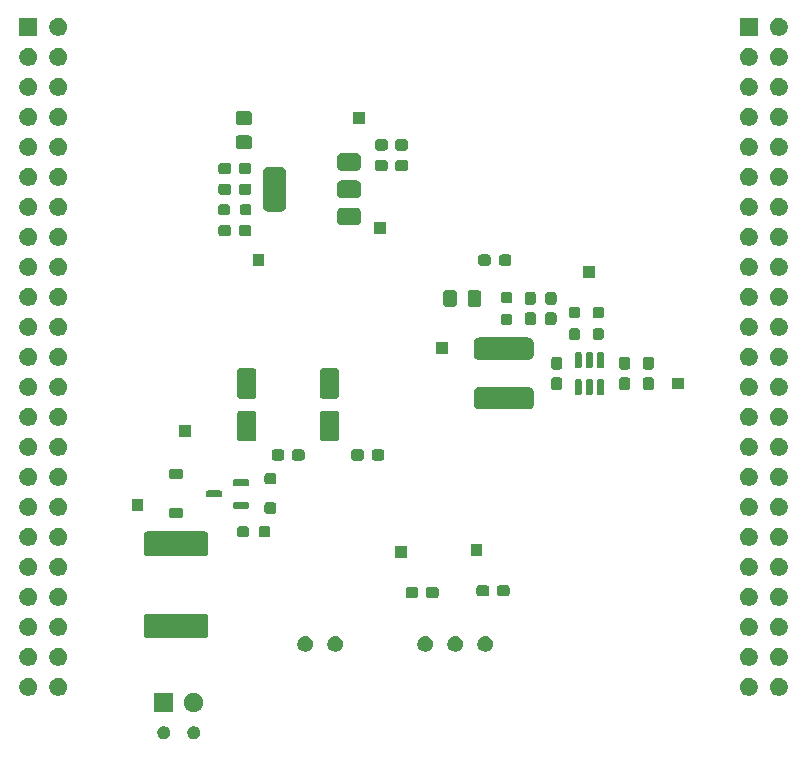
<source format=gts>
%TF.GenerationSoftware,KiCad,Pcbnew,9.0.7-9.0.7~ubuntu24.04.1*%
%TF.CreationDate,2026-01-13T16:25:48+01:00*%
%TF.ProjectId,power,706f7765-722e-46b6-9963-61645f706362,1.0*%
%TF.SameCoordinates,Original*%
%TF.FileFunction,Soldermask,Top*%
%TF.FilePolarity,Negative*%
%FSLAX46Y46*%
G04 Gerber Fmt 4.6, Leading zero omitted, Abs format (unit mm)*
G04 Created by KiCad (PCBNEW 9.0.7-9.0.7~ubuntu24.04.1) date 2026-01-13 16:25:48*
%MOMM*%
%LPD*%
G01*
G04 APERTURE LIST*
G04 APERTURE END LIST*
G36*
X130920476Y-111741866D02*
G01*
X131044819Y-111813656D01*
X131146344Y-111915181D01*
X131218134Y-112039524D01*
X131255295Y-112178211D01*
X131255295Y-112321789D01*
X131218134Y-112460476D01*
X131146344Y-112584819D01*
X131044819Y-112686344D01*
X130920476Y-112758134D01*
X130781789Y-112795295D01*
X130638211Y-112795295D01*
X130499524Y-112758134D01*
X130375181Y-112686344D01*
X130273656Y-112584819D01*
X130201866Y-112460476D01*
X130164705Y-112321789D01*
X130164705Y-112178211D01*
X130201866Y-112039524D01*
X130273656Y-111915181D01*
X130375181Y-111813656D01*
X130499524Y-111741866D01*
X130638211Y-111704705D01*
X130781789Y-111704705D01*
X130920476Y-111741866D01*
G37*
G36*
X133460476Y-111741866D02*
G01*
X133584819Y-111813656D01*
X133686344Y-111915181D01*
X133758134Y-112039524D01*
X133795295Y-112178211D01*
X133795295Y-112321789D01*
X133758134Y-112460476D01*
X133686344Y-112584819D01*
X133584819Y-112686344D01*
X133460476Y-112758134D01*
X133321789Y-112795295D01*
X133178211Y-112795295D01*
X133039524Y-112758134D01*
X132915181Y-112686344D01*
X132813656Y-112584819D01*
X132741866Y-112460476D01*
X132704705Y-112321789D01*
X132704705Y-112178211D01*
X132741866Y-112039524D01*
X132813656Y-111915181D01*
X132915181Y-111813656D01*
X133039524Y-111741866D01*
X133178211Y-111704705D01*
X133321789Y-111704705D01*
X133460476Y-111741866D01*
G37*
G36*
X131535000Y-110535000D02*
G01*
X129885000Y-110535000D01*
X129885000Y-108885000D01*
X131535000Y-108885000D01*
X131535000Y-110535000D01*
G37*
G36*
X133489485Y-108920524D02*
G01*
X133638902Y-108982415D01*
X133773374Y-109072266D01*
X133887734Y-109186626D01*
X133977585Y-109321098D01*
X134039476Y-109470515D01*
X134071027Y-109629136D01*
X134071027Y-109790864D01*
X134039476Y-109949485D01*
X133977585Y-110098902D01*
X133887734Y-110233374D01*
X133773374Y-110347734D01*
X133638902Y-110437585D01*
X133489485Y-110499476D01*
X133330864Y-110531027D01*
X133169136Y-110531027D01*
X133010515Y-110499476D01*
X132861098Y-110437585D01*
X132726626Y-110347734D01*
X132612266Y-110233374D01*
X132522415Y-110098902D01*
X132460524Y-109949485D01*
X132428973Y-109790864D01*
X132428973Y-109629136D01*
X132460524Y-109470515D01*
X132522415Y-109321098D01*
X132612266Y-109186626D01*
X132726626Y-109072266D01*
X132861098Y-108982415D01*
X133010515Y-108920524D01*
X133169136Y-108888973D01*
X133330864Y-108888973D01*
X133489485Y-108920524D01*
G37*
G36*
X119472068Y-107647941D02*
G01*
X119610619Y-107705330D01*
X119735311Y-107788647D01*
X119841353Y-107894689D01*
X119924670Y-108019381D01*
X119982059Y-108157932D01*
X120011316Y-108305017D01*
X120011316Y-108454983D01*
X119982059Y-108602068D01*
X119924670Y-108740619D01*
X119841353Y-108865311D01*
X119735311Y-108971353D01*
X119610619Y-109054670D01*
X119472068Y-109112059D01*
X119324983Y-109141316D01*
X119175017Y-109141316D01*
X119027932Y-109112059D01*
X118889381Y-109054670D01*
X118764689Y-108971353D01*
X118658647Y-108865311D01*
X118575330Y-108740619D01*
X118517941Y-108602068D01*
X118488684Y-108454983D01*
X118488684Y-108305017D01*
X118517941Y-108157932D01*
X118575330Y-108019381D01*
X118658647Y-107894689D01*
X118764689Y-107788647D01*
X118889381Y-107705330D01*
X119027932Y-107647941D01*
X119175017Y-107618684D01*
X119324983Y-107618684D01*
X119472068Y-107647941D01*
G37*
G36*
X122012068Y-107647941D02*
G01*
X122150619Y-107705330D01*
X122275311Y-107788647D01*
X122381353Y-107894689D01*
X122464670Y-108019381D01*
X122522059Y-108157932D01*
X122551316Y-108305017D01*
X122551316Y-108454983D01*
X122522059Y-108602068D01*
X122464670Y-108740619D01*
X122381353Y-108865311D01*
X122275311Y-108971353D01*
X122150619Y-109054670D01*
X122012068Y-109112059D01*
X121864983Y-109141316D01*
X121715017Y-109141316D01*
X121567932Y-109112059D01*
X121429381Y-109054670D01*
X121304689Y-108971353D01*
X121198647Y-108865311D01*
X121115330Y-108740619D01*
X121057941Y-108602068D01*
X121028684Y-108454983D01*
X121028684Y-108305017D01*
X121057941Y-108157932D01*
X121115330Y-108019381D01*
X121198647Y-107894689D01*
X121304689Y-107788647D01*
X121429381Y-107705330D01*
X121567932Y-107647941D01*
X121715017Y-107618684D01*
X121864983Y-107618684D01*
X122012068Y-107647941D01*
G37*
G36*
X180472068Y-107647941D02*
G01*
X180610619Y-107705330D01*
X180735311Y-107788647D01*
X180841353Y-107894689D01*
X180924670Y-108019381D01*
X180982059Y-108157932D01*
X181011316Y-108305017D01*
X181011316Y-108454983D01*
X180982059Y-108602068D01*
X180924670Y-108740619D01*
X180841353Y-108865311D01*
X180735311Y-108971353D01*
X180610619Y-109054670D01*
X180472068Y-109112059D01*
X180324983Y-109141316D01*
X180175017Y-109141316D01*
X180027932Y-109112059D01*
X179889381Y-109054670D01*
X179764689Y-108971353D01*
X179658647Y-108865311D01*
X179575330Y-108740619D01*
X179517941Y-108602068D01*
X179488684Y-108454983D01*
X179488684Y-108305017D01*
X179517941Y-108157932D01*
X179575330Y-108019381D01*
X179658647Y-107894689D01*
X179764689Y-107788647D01*
X179889381Y-107705330D01*
X180027932Y-107647941D01*
X180175017Y-107618684D01*
X180324983Y-107618684D01*
X180472068Y-107647941D01*
G37*
G36*
X183012068Y-107647941D02*
G01*
X183150619Y-107705330D01*
X183275311Y-107788647D01*
X183381353Y-107894689D01*
X183464670Y-108019381D01*
X183522059Y-108157932D01*
X183551316Y-108305017D01*
X183551316Y-108454983D01*
X183522059Y-108602068D01*
X183464670Y-108740619D01*
X183381353Y-108865311D01*
X183275311Y-108971353D01*
X183150619Y-109054670D01*
X183012068Y-109112059D01*
X182864983Y-109141316D01*
X182715017Y-109141316D01*
X182567932Y-109112059D01*
X182429381Y-109054670D01*
X182304689Y-108971353D01*
X182198647Y-108865311D01*
X182115330Y-108740619D01*
X182057941Y-108602068D01*
X182028684Y-108454983D01*
X182028684Y-108305017D01*
X182057941Y-108157932D01*
X182115330Y-108019381D01*
X182198647Y-107894689D01*
X182304689Y-107788647D01*
X182429381Y-107705330D01*
X182567932Y-107647941D01*
X182715017Y-107618684D01*
X182864983Y-107618684D01*
X183012068Y-107647941D01*
G37*
G36*
X119472068Y-105107941D02*
G01*
X119610619Y-105165330D01*
X119735311Y-105248647D01*
X119841353Y-105354689D01*
X119924670Y-105479381D01*
X119982059Y-105617932D01*
X120011316Y-105765017D01*
X120011316Y-105914983D01*
X119982059Y-106062068D01*
X119924670Y-106200619D01*
X119841353Y-106325311D01*
X119735311Y-106431353D01*
X119610619Y-106514670D01*
X119472068Y-106572059D01*
X119324983Y-106601316D01*
X119175017Y-106601316D01*
X119027932Y-106572059D01*
X118889381Y-106514670D01*
X118764689Y-106431353D01*
X118658647Y-106325311D01*
X118575330Y-106200619D01*
X118517941Y-106062068D01*
X118488684Y-105914983D01*
X118488684Y-105765017D01*
X118517941Y-105617932D01*
X118575330Y-105479381D01*
X118658647Y-105354689D01*
X118764689Y-105248647D01*
X118889381Y-105165330D01*
X119027932Y-105107941D01*
X119175017Y-105078684D01*
X119324983Y-105078684D01*
X119472068Y-105107941D01*
G37*
G36*
X122012068Y-105107941D02*
G01*
X122150619Y-105165330D01*
X122275311Y-105248647D01*
X122381353Y-105354689D01*
X122464670Y-105479381D01*
X122522059Y-105617932D01*
X122551316Y-105765017D01*
X122551316Y-105914983D01*
X122522059Y-106062068D01*
X122464670Y-106200619D01*
X122381353Y-106325311D01*
X122275311Y-106431353D01*
X122150619Y-106514670D01*
X122012068Y-106572059D01*
X121864983Y-106601316D01*
X121715017Y-106601316D01*
X121567932Y-106572059D01*
X121429381Y-106514670D01*
X121304689Y-106431353D01*
X121198647Y-106325311D01*
X121115330Y-106200619D01*
X121057941Y-106062068D01*
X121028684Y-105914983D01*
X121028684Y-105765017D01*
X121057941Y-105617932D01*
X121115330Y-105479381D01*
X121198647Y-105354689D01*
X121304689Y-105248647D01*
X121429381Y-105165330D01*
X121567932Y-105107941D01*
X121715017Y-105078684D01*
X121864983Y-105078684D01*
X122012068Y-105107941D01*
G37*
G36*
X180472068Y-105107941D02*
G01*
X180610619Y-105165330D01*
X180735311Y-105248647D01*
X180841353Y-105354689D01*
X180924670Y-105479381D01*
X180982059Y-105617932D01*
X181011316Y-105765017D01*
X181011316Y-105914983D01*
X180982059Y-106062068D01*
X180924670Y-106200619D01*
X180841353Y-106325311D01*
X180735311Y-106431353D01*
X180610619Y-106514670D01*
X180472068Y-106572059D01*
X180324983Y-106601316D01*
X180175017Y-106601316D01*
X180027932Y-106572059D01*
X179889381Y-106514670D01*
X179764689Y-106431353D01*
X179658647Y-106325311D01*
X179575330Y-106200619D01*
X179517941Y-106062068D01*
X179488684Y-105914983D01*
X179488684Y-105765017D01*
X179517941Y-105617932D01*
X179575330Y-105479381D01*
X179658647Y-105354689D01*
X179764689Y-105248647D01*
X179889381Y-105165330D01*
X180027932Y-105107941D01*
X180175017Y-105078684D01*
X180324983Y-105078684D01*
X180472068Y-105107941D01*
G37*
G36*
X183012068Y-105107941D02*
G01*
X183150619Y-105165330D01*
X183275311Y-105248647D01*
X183381353Y-105354689D01*
X183464670Y-105479381D01*
X183522059Y-105617932D01*
X183551316Y-105765017D01*
X183551316Y-105914983D01*
X183522059Y-106062068D01*
X183464670Y-106200619D01*
X183381353Y-106325311D01*
X183275311Y-106431353D01*
X183150619Y-106514670D01*
X183012068Y-106572059D01*
X182864983Y-106601316D01*
X182715017Y-106601316D01*
X182567932Y-106572059D01*
X182429381Y-106514670D01*
X182304689Y-106431353D01*
X182198647Y-106325311D01*
X182115330Y-106200619D01*
X182057941Y-106062068D01*
X182028684Y-105914983D01*
X182028684Y-105765017D01*
X182057941Y-105617932D01*
X182115330Y-105479381D01*
X182198647Y-105354689D01*
X182304689Y-105248647D01*
X182429381Y-105165330D01*
X182567932Y-105107941D01*
X182715017Y-105078684D01*
X182864983Y-105078684D01*
X183012068Y-105107941D01*
G37*
G36*
X142904055Y-104110285D02*
G01*
X143025129Y-104160436D01*
X143134092Y-104233243D01*
X143226757Y-104325908D01*
X143299564Y-104434871D01*
X143349715Y-104555945D01*
X143375281Y-104684476D01*
X143375281Y-104815524D01*
X143349715Y-104944055D01*
X143299564Y-105065129D01*
X143226757Y-105174092D01*
X143134092Y-105266757D01*
X143025129Y-105339564D01*
X142904055Y-105389715D01*
X142775524Y-105415281D01*
X142644476Y-105415281D01*
X142515945Y-105389715D01*
X142394871Y-105339564D01*
X142285908Y-105266757D01*
X142193243Y-105174092D01*
X142120436Y-105065129D01*
X142070285Y-104944055D01*
X142044719Y-104815524D01*
X142044719Y-104684476D01*
X142070285Y-104555945D01*
X142120436Y-104434871D01*
X142193243Y-104325908D01*
X142285908Y-104233243D01*
X142394871Y-104160436D01*
X142515945Y-104110285D01*
X142644476Y-104084719D01*
X142775524Y-104084719D01*
X142904055Y-104110285D01*
G37*
G36*
X145444055Y-104110285D02*
G01*
X145565129Y-104160436D01*
X145674092Y-104233243D01*
X145766757Y-104325908D01*
X145839564Y-104434871D01*
X145889715Y-104555945D01*
X145915281Y-104684476D01*
X145915281Y-104815524D01*
X145889715Y-104944055D01*
X145839564Y-105065129D01*
X145766757Y-105174092D01*
X145674092Y-105266757D01*
X145565129Y-105339564D01*
X145444055Y-105389715D01*
X145315524Y-105415281D01*
X145184476Y-105415281D01*
X145055945Y-105389715D01*
X144934871Y-105339564D01*
X144825908Y-105266757D01*
X144733243Y-105174092D01*
X144660436Y-105065129D01*
X144610285Y-104944055D01*
X144584719Y-104815524D01*
X144584719Y-104684476D01*
X144610285Y-104555945D01*
X144660436Y-104434871D01*
X144733243Y-104325908D01*
X144825908Y-104233243D01*
X144934871Y-104160436D01*
X145055945Y-104110285D01*
X145184476Y-104084719D01*
X145315524Y-104084719D01*
X145444055Y-104110285D01*
G37*
G36*
X153064055Y-104110285D02*
G01*
X153185129Y-104160436D01*
X153294092Y-104233243D01*
X153386757Y-104325908D01*
X153459564Y-104434871D01*
X153509715Y-104555945D01*
X153535281Y-104684476D01*
X153535281Y-104815524D01*
X153509715Y-104944055D01*
X153459564Y-105065129D01*
X153386757Y-105174092D01*
X153294092Y-105266757D01*
X153185129Y-105339564D01*
X153064055Y-105389715D01*
X152935524Y-105415281D01*
X152804476Y-105415281D01*
X152675945Y-105389715D01*
X152554871Y-105339564D01*
X152445908Y-105266757D01*
X152353243Y-105174092D01*
X152280436Y-105065129D01*
X152230285Y-104944055D01*
X152204719Y-104815524D01*
X152204719Y-104684476D01*
X152230285Y-104555945D01*
X152280436Y-104434871D01*
X152353243Y-104325908D01*
X152445908Y-104233243D01*
X152554871Y-104160436D01*
X152675945Y-104110285D01*
X152804476Y-104084719D01*
X152935524Y-104084719D01*
X153064055Y-104110285D01*
G37*
G36*
X155604055Y-104110285D02*
G01*
X155725129Y-104160436D01*
X155834092Y-104233243D01*
X155926757Y-104325908D01*
X155999564Y-104434871D01*
X156049715Y-104555945D01*
X156075281Y-104684476D01*
X156075281Y-104815524D01*
X156049715Y-104944055D01*
X155999564Y-105065129D01*
X155926757Y-105174092D01*
X155834092Y-105266757D01*
X155725129Y-105339564D01*
X155604055Y-105389715D01*
X155475524Y-105415281D01*
X155344476Y-105415281D01*
X155215945Y-105389715D01*
X155094871Y-105339564D01*
X154985908Y-105266757D01*
X154893243Y-105174092D01*
X154820436Y-105065129D01*
X154770285Y-104944055D01*
X154744719Y-104815524D01*
X154744719Y-104684476D01*
X154770285Y-104555945D01*
X154820436Y-104434871D01*
X154893243Y-104325908D01*
X154985908Y-104233243D01*
X155094871Y-104160436D01*
X155215945Y-104110285D01*
X155344476Y-104084719D01*
X155475524Y-104084719D01*
X155604055Y-104110285D01*
G37*
G36*
X158144055Y-104110285D02*
G01*
X158265129Y-104160436D01*
X158374092Y-104233243D01*
X158466757Y-104325908D01*
X158539564Y-104434871D01*
X158589715Y-104555945D01*
X158615281Y-104684476D01*
X158615281Y-104815524D01*
X158589715Y-104944055D01*
X158539564Y-105065129D01*
X158466757Y-105174092D01*
X158374092Y-105266757D01*
X158265129Y-105339564D01*
X158144055Y-105389715D01*
X158015524Y-105415281D01*
X157884476Y-105415281D01*
X157755945Y-105389715D01*
X157634871Y-105339564D01*
X157525908Y-105266757D01*
X157433243Y-105174092D01*
X157360436Y-105065129D01*
X157310285Y-104944055D01*
X157284719Y-104815524D01*
X157284719Y-104684476D01*
X157310285Y-104555945D01*
X157360436Y-104434871D01*
X157433243Y-104325908D01*
X157525908Y-104233243D01*
X157634871Y-104160436D01*
X157755945Y-104110285D01*
X157884476Y-104084719D01*
X158015524Y-104084719D01*
X158144055Y-104110285D01*
G37*
G36*
X134228229Y-102175642D02*
G01*
X134280773Y-102181738D01*
X134298726Y-102189665D01*
X134320670Y-102194030D01*
X134344162Y-102209727D01*
X134365890Y-102219321D01*
X134380730Y-102234161D01*
X134401776Y-102248224D01*
X134415838Y-102269269D01*
X134430678Y-102284109D01*
X134440271Y-102305835D01*
X134455970Y-102329330D01*
X134460334Y-102351275D01*
X134468261Y-102369226D01*
X134474359Y-102421784D01*
X134474999Y-102425002D01*
X134474999Y-102427300D01*
X134475000Y-102427309D01*
X134475000Y-103225017D01*
X134475000Y-104024999D01*
X134474357Y-104028231D01*
X134468261Y-104080773D01*
X134460335Y-104098722D01*
X134455970Y-104120670D01*
X134440269Y-104144166D01*
X134430678Y-104165890D01*
X134415840Y-104180727D01*
X134401776Y-104201776D01*
X134380727Y-104215840D01*
X134365890Y-104230678D01*
X134344166Y-104240269D01*
X134320670Y-104255970D01*
X134298723Y-104260335D01*
X134280773Y-104268261D01*
X134228217Y-104274358D01*
X134224998Y-104274999D01*
X134222698Y-104274999D01*
X134222690Y-104275000D01*
X129277310Y-104275000D01*
X129277309Y-104274999D01*
X129275001Y-104275000D01*
X129271769Y-104274357D01*
X129219226Y-104268261D01*
X129201276Y-104260335D01*
X129179330Y-104255970D01*
X129155835Y-104240271D01*
X129134109Y-104230678D01*
X129119269Y-104215838D01*
X129098224Y-104201776D01*
X129084161Y-104180730D01*
X129069321Y-104165890D01*
X129059727Y-104144162D01*
X129044030Y-104120670D01*
X129039665Y-104098727D01*
X129031738Y-104080773D01*
X129025641Y-104028215D01*
X129025001Y-104024998D01*
X129025000Y-104022698D01*
X129025000Y-104022690D01*
X129025000Y-102427309D01*
X129025000Y-102427308D01*
X129025000Y-102425001D01*
X129025642Y-102421771D01*
X129031738Y-102369226D01*
X129039665Y-102351272D01*
X129044030Y-102329330D01*
X129059725Y-102305839D01*
X129069321Y-102284109D01*
X129084164Y-102269265D01*
X129098224Y-102248224D01*
X129119265Y-102234164D01*
X129134109Y-102219321D01*
X129155839Y-102209725D01*
X129179330Y-102194030D01*
X129201270Y-102189665D01*
X129219226Y-102181738D01*
X129271784Y-102175641D01*
X129275002Y-102175001D01*
X129277301Y-102175000D01*
X129277310Y-102175000D01*
X134222690Y-102175000D01*
X134224999Y-102175000D01*
X134228229Y-102175642D01*
G37*
G36*
X119472068Y-102567941D02*
G01*
X119610619Y-102625330D01*
X119735311Y-102708647D01*
X119841353Y-102814689D01*
X119924670Y-102939381D01*
X119982059Y-103077932D01*
X120011316Y-103225017D01*
X120011316Y-103374983D01*
X119982059Y-103522068D01*
X119924670Y-103660619D01*
X119841353Y-103785311D01*
X119735311Y-103891353D01*
X119610619Y-103974670D01*
X119472068Y-104032059D01*
X119324983Y-104061316D01*
X119175017Y-104061316D01*
X119027932Y-104032059D01*
X118889381Y-103974670D01*
X118764689Y-103891353D01*
X118658647Y-103785311D01*
X118575330Y-103660619D01*
X118517941Y-103522068D01*
X118488684Y-103374983D01*
X118488684Y-103225017D01*
X118517941Y-103077932D01*
X118575330Y-102939381D01*
X118658647Y-102814689D01*
X118764689Y-102708647D01*
X118889381Y-102625330D01*
X119027932Y-102567941D01*
X119175017Y-102538684D01*
X119324983Y-102538684D01*
X119472068Y-102567941D01*
G37*
G36*
X122012068Y-102567941D02*
G01*
X122150619Y-102625330D01*
X122275311Y-102708647D01*
X122381353Y-102814689D01*
X122464670Y-102939381D01*
X122522059Y-103077932D01*
X122551316Y-103225017D01*
X122551316Y-103374983D01*
X122522059Y-103522068D01*
X122464670Y-103660619D01*
X122381353Y-103785311D01*
X122275311Y-103891353D01*
X122150619Y-103974670D01*
X122012068Y-104032059D01*
X121864983Y-104061316D01*
X121715017Y-104061316D01*
X121567932Y-104032059D01*
X121429381Y-103974670D01*
X121304689Y-103891353D01*
X121198647Y-103785311D01*
X121115330Y-103660619D01*
X121057941Y-103522068D01*
X121028684Y-103374983D01*
X121028684Y-103225017D01*
X121057941Y-103077932D01*
X121115330Y-102939381D01*
X121198647Y-102814689D01*
X121304689Y-102708647D01*
X121429381Y-102625330D01*
X121567932Y-102567941D01*
X121715017Y-102538684D01*
X121864983Y-102538684D01*
X122012068Y-102567941D01*
G37*
G36*
X180472068Y-102567941D02*
G01*
X180610619Y-102625330D01*
X180735311Y-102708647D01*
X180841353Y-102814689D01*
X180924670Y-102939381D01*
X180982059Y-103077932D01*
X181011316Y-103225017D01*
X181011316Y-103374983D01*
X180982059Y-103522068D01*
X180924670Y-103660619D01*
X180841353Y-103785311D01*
X180735311Y-103891353D01*
X180610619Y-103974670D01*
X180472068Y-104032059D01*
X180324983Y-104061316D01*
X180175017Y-104061316D01*
X180027932Y-104032059D01*
X179889381Y-103974670D01*
X179764689Y-103891353D01*
X179658647Y-103785311D01*
X179575330Y-103660619D01*
X179517941Y-103522068D01*
X179488684Y-103374983D01*
X179488684Y-103225017D01*
X179517941Y-103077932D01*
X179575330Y-102939381D01*
X179658647Y-102814689D01*
X179764689Y-102708647D01*
X179889381Y-102625330D01*
X180027932Y-102567941D01*
X180175017Y-102538684D01*
X180324983Y-102538684D01*
X180472068Y-102567941D01*
G37*
G36*
X183012068Y-102567941D02*
G01*
X183150619Y-102625330D01*
X183275311Y-102708647D01*
X183381353Y-102814689D01*
X183464670Y-102939381D01*
X183522059Y-103077932D01*
X183551316Y-103225017D01*
X183551316Y-103374983D01*
X183522059Y-103522068D01*
X183464670Y-103660619D01*
X183381353Y-103785311D01*
X183275311Y-103891353D01*
X183150619Y-103974670D01*
X183012068Y-104032059D01*
X182864983Y-104061316D01*
X182715017Y-104061316D01*
X182567932Y-104032059D01*
X182429381Y-103974670D01*
X182304689Y-103891353D01*
X182198647Y-103785311D01*
X182115330Y-103660619D01*
X182057941Y-103522068D01*
X182028684Y-103374983D01*
X182028684Y-103225017D01*
X182057941Y-103077932D01*
X182115330Y-102939381D01*
X182198647Y-102814689D01*
X182304689Y-102708647D01*
X182429381Y-102625330D01*
X182567932Y-102567941D01*
X182715017Y-102538684D01*
X182864983Y-102538684D01*
X183012068Y-102567941D01*
G37*
G36*
X119472068Y-100027941D02*
G01*
X119610619Y-100085330D01*
X119735311Y-100168647D01*
X119841353Y-100274689D01*
X119924670Y-100399381D01*
X119982059Y-100537932D01*
X120011316Y-100685017D01*
X120011316Y-100834983D01*
X119982059Y-100982068D01*
X119924670Y-101120619D01*
X119841353Y-101245311D01*
X119735311Y-101351353D01*
X119610619Y-101434670D01*
X119472068Y-101492059D01*
X119324983Y-101521316D01*
X119175017Y-101521316D01*
X119027932Y-101492059D01*
X118889381Y-101434670D01*
X118764689Y-101351353D01*
X118658647Y-101245311D01*
X118575330Y-101120619D01*
X118517941Y-100982068D01*
X118488684Y-100834983D01*
X118488684Y-100685017D01*
X118517941Y-100537932D01*
X118575330Y-100399381D01*
X118658647Y-100274689D01*
X118764689Y-100168647D01*
X118889381Y-100085330D01*
X119027932Y-100027941D01*
X119175017Y-99998684D01*
X119324983Y-99998684D01*
X119472068Y-100027941D01*
G37*
G36*
X122012068Y-100027941D02*
G01*
X122150619Y-100085330D01*
X122275311Y-100168647D01*
X122381353Y-100274689D01*
X122464670Y-100399381D01*
X122522059Y-100537932D01*
X122551316Y-100685017D01*
X122551316Y-100834983D01*
X122522059Y-100982068D01*
X122464670Y-101120619D01*
X122381353Y-101245311D01*
X122275311Y-101351353D01*
X122150619Y-101434670D01*
X122012068Y-101492059D01*
X121864983Y-101521316D01*
X121715017Y-101521316D01*
X121567932Y-101492059D01*
X121429381Y-101434670D01*
X121304689Y-101351353D01*
X121198647Y-101245311D01*
X121115330Y-101120619D01*
X121057941Y-100982068D01*
X121028684Y-100834983D01*
X121028684Y-100685017D01*
X121057941Y-100537932D01*
X121115330Y-100399381D01*
X121198647Y-100274689D01*
X121304689Y-100168647D01*
X121429381Y-100085330D01*
X121567932Y-100027941D01*
X121715017Y-99998684D01*
X121864983Y-99998684D01*
X122012068Y-100027941D01*
G37*
G36*
X180472068Y-100027941D02*
G01*
X180610619Y-100085330D01*
X180735311Y-100168647D01*
X180841353Y-100274689D01*
X180924670Y-100399381D01*
X180982059Y-100537932D01*
X181011316Y-100685017D01*
X181011316Y-100834983D01*
X180982059Y-100982068D01*
X180924670Y-101120619D01*
X180841353Y-101245311D01*
X180735311Y-101351353D01*
X180610619Y-101434670D01*
X180472068Y-101492059D01*
X180324983Y-101521316D01*
X180175017Y-101521316D01*
X180027932Y-101492059D01*
X179889381Y-101434670D01*
X179764689Y-101351353D01*
X179658647Y-101245311D01*
X179575330Y-101120619D01*
X179517941Y-100982068D01*
X179488684Y-100834983D01*
X179488684Y-100685017D01*
X179517941Y-100537932D01*
X179575330Y-100399381D01*
X179658647Y-100274689D01*
X179764689Y-100168647D01*
X179889381Y-100085330D01*
X180027932Y-100027941D01*
X180175017Y-99998684D01*
X180324983Y-99998684D01*
X180472068Y-100027941D01*
G37*
G36*
X183012068Y-100027941D02*
G01*
X183150619Y-100085330D01*
X183275311Y-100168647D01*
X183381353Y-100274689D01*
X183464670Y-100399381D01*
X183522059Y-100537932D01*
X183551316Y-100685017D01*
X183551316Y-100834983D01*
X183522059Y-100982068D01*
X183464670Y-101120619D01*
X183381353Y-101245311D01*
X183275311Y-101351353D01*
X183150619Y-101434670D01*
X183012068Y-101492059D01*
X182864983Y-101521316D01*
X182715017Y-101521316D01*
X182567932Y-101492059D01*
X182429381Y-101434670D01*
X182304689Y-101351353D01*
X182198647Y-101245311D01*
X182115330Y-101120619D01*
X182057941Y-100982068D01*
X182028684Y-100834983D01*
X182028684Y-100685017D01*
X182057941Y-100537932D01*
X182115330Y-100399381D01*
X182198647Y-100274689D01*
X182304689Y-100168647D01*
X182429381Y-100085330D01*
X182567932Y-100027941D01*
X182715017Y-99998684D01*
X182864983Y-99998684D01*
X183012068Y-100027941D01*
G37*
G36*
X152040730Y-99925642D02*
G01*
X152090412Y-99931406D01*
X152107389Y-99938902D01*
X152128387Y-99943079D01*
X152150867Y-99958099D01*
X152171326Y-99967133D01*
X152185298Y-99981105D01*
X152205438Y-99994562D01*
X152218894Y-100014701D01*
X152232866Y-100028673D01*
X152241899Y-100049130D01*
X152256921Y-100071613D01*
X152261098Y-100092611D01*
X152268592Y-100109584D01*
X152274353Y-100159247D01*
X152275000Y-100162500D01*
X152275000Y-100637500D01*
X152274354Y-100640742D01*
X152268593Y-100690412D01*
X152261098Y-100707385D01*
X152256921Y-100728387D01*
X152241897Y-100750871D01*
X152232866Y-100771326D01*
X152218896Y-100785295D01*
X152205438Y-100805438D01*
X152185295Y-100818896D01*
X152171326Y-100832866D01*
X152150871Y-100841897D01*
X152128387Y-100856921D01*
X152107386Y-100861098D01*
X152090415Y-100868592D01*
X152040753Y-100874352D01*
X152037500Y-100875000D01*
X151437500Y-100875000D01*
X151434258Y-100874355D01*
X151384587Y-100868593D01*
X151367613Y-100861098D01*
X151346613Y-100856921D01*
X151324130Y-100841898D01*
X151303673Y-100832866D01*
X151289701Y-100818894D01*
X151269562Y-100805438D01*
X151256105Y-100785298D01*
X151242133Y-100771326D01*
X151233099Y-100750866D01*
X151218079Y-100728387D01*
X151213902Y-100707390D01*
X151206407Y-100690415D01*
X151200644Y-100640741D01*
X151200000Y-100637500D01*
X151200000Y-100162500D01*
X151200642Y-100159270D01*
X151206406Y-100109587D01*
X151213902Y-100092608D01*
X151218079Y-100071613D01*
X151233098Y-100049134D01*
X151242133Y-100028673D01*
X151256107Y-100014698D01*
X151269562Y-99994562D01*
X151289698Y-99981107D01*
X151303673Y-99967133D01*
X151324135Y-99958098D01*
X151346613Y-99943079D01*
X151367607Y-99938902D01*
X151384584Y-99931407D01*
X151434259Y-99925644D01*
X151437500Y-99925000D01*
X152037500Y-99925000D01*
X152040730Y-99925642D01*
G37*
G36*
X153765730Y-99925642D02*
G01*
X153815412Y-99931406D01*
X153832389Y-99938902D01*
X153853387Y-99943079D01*
X153875867Y-99958099D01*
X153896326Y-99967133D01*
X153910298Y-99981105D01*
X153930438Y-99994562D01*
X153943894Y-100014701D01*
X153957866Y-100028673D01*
X153966899Y-100049130D01*
X153981921Y-100071613D01*
X153986098Y-100092611D01*
X153993592Y-100109584D01*
X153999353Y-100159247D01*
X154000000Y-100162500D01*
X154000000Y-100637500D01*
X153999354Y-100640742D01*
X153993593Y-100690412D01*
X153986098Y-100707385D01*
X153981921Y-100728387D01*
X153966897Y-100750871D01*
X153957866Y-100771326D01*
X153943896Y-100785295D01*
X153930438Y-100805438D01*
X153910295Y-100818896D01*
X153896326Y-100832866D01*
X153875871Y-100841897D01*
X153853387Y-100856921D01*
X153832386Y-100861098D01*
X153815415Y-100868592D01*
X153765753Y-100874352D01*
X153762500Y-100875000D01*
X153162500Y-100875000D01*
X153159258Y-100874355D01*
X153109587Y-100868593D01*
X153092613Y-100861098D01*
X153071613Y-100856921D01*
X153049130Y-100841898D01*
X153028673Y-100832866D01*
X153014701Y-100818894D01*
X152994562Y-100805438D01*
X152981105Y-100785298D01*
X152967133Y-100771326D01*
X152958099Y-100750866D01*
X152943079Y-100728387D01*
X152938902Y-100707390D01*
X152931407Y-100690415D01*
X152925644Y-100640741D01*
X152925000Y-100637500D01*
X152925000Y-100162500D01*
X152925642Y-100159270D01*
X152931406Y-100109587D01*
X152938902Y-100092608D01*
X152943079Y-100071613D01*
X152958098Y-100049134D01*
X152967133Y-100028673D01*
X152981107Y-100014698D01*
X152994562Y-99994562D01*
X153014698Y-99981107D01*
X153028673Y-99967133D01*
X153049135Y-99958098D01*
X153071613Y-99943079D01*
X153092607Y-99938902D01*
X153109584Y-99931407D01*
X153159259Y-99925644D01*
X153162500Y-99925000D01*
X153762500Y-99925000D01*
X153765730Y-99925642D01*
G37*
G36*
X158040730Y-99775642D02*
G01*
X158090412Y-99781406D01*
X158107389Y-99788902D01*
X158128387Y-99793079D01*
X158150867Y-99808099D01*
X158171326Y-99817133D01*
X158185298Y-99831105D01*
X158205438Y-99844562D01*
X158218894Y-99864701D01*
X158232866Y-99878673D01*
X158241899Y-99899130D01*
X158256921Y-99921613D01*
X158261098Y-99942611D01*
X158268592Y-99959584D01*
X158274353Y-100009247D01*
X158275000Y-100012500D01*
X158275000Y-100487500D01*
X158274354Y-100490742D01*
X158268593Y-100540412D01*
X158261098Y-100557385D01*
X158256921Y-100578387D01*
X158241897Y-100600871D01*
X158232866Y-100621326D01*
X158218896Y-100635295D01*
X158205438Y-100655438D01*
X158185295Y-100668896D01*
X158171326Y-100682866D01*
X158150871Y-100691897D01*
X158128387Y-100706921D01*
X158107386Y-100711098D01*
X158090415Y-100718592D01*
X158040753Y-100724352D01*
X158037500Y-100725000D01*
X157437500Y-100725000D01*
X157434258Y-100724355D01*
X157384587Y-100718593D01*
X157367613Y-100711098D01*
X157346613Y-100706921D01*
X157324130Y-100691898D01*
X157303673Y-100682866D01*
X157289701Y-100668894D01*
X157269562Y-100655438D01*
X157256105Y-100635298D01*
X157242133Y-100621326D01*
X157233099Y-100600866D01*
X157218079Y-100578387D01*
X157213902Y-100557390D01*
X157206407Y-100540415D01*
X157200644Y-100490741D01*
X157200000Y-100487500D01*
X157200000Y-100012500D01*
X157200642Y-100009270D01*
X157206406Y-99959587D01*
X157213902Y-99942608D01*
X157218079Y-99921613D01*
X157233098Y-99899134D01*
X157242133Y-99878673D01*
X157256107Y-99864698D01*
X157269562Y-99844562D01*
X157289698Y-99831107D01*
X157303673Y-99817133D01*
X157324135Y-99808098D01*
X157346613Y-99793079D01*
X157367607Y-99788902D01*
X157384584Y-99781407D01*
X157434259Y-99775644D01*
X157437500Y-99775000D01*
X158037500Y-99775000D01*
X158040730Y-99775642D01*
G37*
G36*
X159765730Y-99775642D02*
G01*
X159815412Y-99781406D01*
X159832389Y-99788902D01*
X159853387Y-99793079D01*
X159875867Y-99808099D01*
X159896326Y-99817133D01*
X159910298Y-99831105D01*
X159930438Y-99844562D01*
X159943894Y-99864701D01*
X159957866Y-99878673D01*
X159966899Y-99899130D01*
X159981921Y-99921613D01*
X159986098Y-99942611D01*
X159993592Y-99959584D01*
X159999353Y-100009247D01*
X160000000Y-100012500D01*
X160000000Y-100487500D01*
X159999354Y-100490742D01*
X159993593Y-100540412D01*
X159986098Y-100557385D01*
X159981921Y-100578387D01*
X159966897Y-100600871D01*
X159957866Y-100621326D01*
X159943896Y-100635295D01*
X159930438Y-100655438D01*
X159910295Y-100668896D01*
X159896326Y-100682866D01*
X159875871Y-100691897D01*
X159853387Y-100706921D01*
X159832386Y-100711098D01*
X159815415Y-100718592D01*
X159765753Y-100724352D01*
X159762500Y-100725000D01*
X159162500Y-100725000D01*
X159159258Y-100724355D01*
X159109587Y-100718593D01*
X159092613Y-100711098D01*
X159071613Y-100706921D01*
X159049130Y-100691898D01*
X159028673Y-100682866D01*
X159014701Y-100668894D01*
X158994562Y-100655438D01*
X158981105Y-100635298D01*
X158967133Y-100621326D01*
X158958099Y-100600866D01*
X158943079Y-100578387D01*
X158938902Y-100557390D01*
X158931407Y-100540415D01*
X158925644Y-100490741D01*
X158925000Y-100487500D01*
X158925000Y-100012500D01*
X158925642Y-100009270D01*
X158931406Y-99959587D01*
X158938902Y-99942608D01*
X158943079Y-99921613D01*
X158958098Y-99899134D01*
X158967133Y-99878673D01*
X158981107Y-99864698D01*
X158994562Y-99844562D01*
X159014698Y-99831107D01*
X159028673Y-99817133D01*
X159049135Y-99808098D01*
X159071613Y-99793079D01*
X159092607Y-99788902D01*
X159109584Y-99781407D01*
X159159259Y-99775644D01*
X159162500Y-99775000D01*
X159762500Y-99775000D01*
X159765730Y-99775642D01*
G37*
G36*
X119472068Y-97487941D02*
G01*
X119610619Y-97545330D01*
X119735311Y-97628647D01*
X119841353Y-97734689D01*
X119924670Y-97859381D01*
X119982059Y-97997932D01*
X120011316Y-98145017D01*
X120011316Y-98294983D01*
X119982059Y-98442068D01*
X119924670Y-98580619D01*
X119841353Y-98705311D01*
X119735311Y-98811353D01*
X119610619Y-98894670D01*
X119472068Y-98952059D01*
X119324983Y-98981316D01*
X119175017Y-98981316D01*
X119027932Y-98952059D01*
X118889381Y-98894670D01*
X118764689Y-98811353D01*
X118658647Y-98705311D01*
X118575330Y-98580619D01*
X118517941Y-98442068D01*
X118488684Y-98294983D01*
X118488684Y-98145017D01*
X118517941Y-97997932D01*
X118575330Y-97859381D01*
X118658647Y-97734689D01*
X118764689Y-97628647D01*
X118889381Y-97545330D01*
X119027932Y-97487941D01*
X119175017Y-97458684D01*
X119324983Y-97458684D01*
X119472068Y-97487941D01*
G37*
G36*
X122012068Y-97487941D02*
G01*
X122150619Y-97545330D01*
X122275311Y-97628647D01*
X122381353Y-97734689D01*
X122464670Y-97859381D01*
X122522059Y-97997932D01*
X122551316Y-98145017D01*
X122551316Y-98294983D01*
X122522059Y-98442068D01*
X122464670Y-98580619D01*
X122381353Y-98705311D01*
X122275311Y-98811353D01*
X122150619Y-98894670D01*
X122012068Y-98952059D01*
X121864983Y-98981316D01*
X121715017Y-98981316D01*
X121567932Y-98952059D01*
X121429381Y-98894670D01*
X121304689Y-98811353D01*
X121198647Y-98705311D01*
X121115330Y-98580619D01*
X121057941Y-98442068D01*
X121028684Y-98294983D01*
X121028684Y-98145017D01*
X121057941Y-97997932D01*
X121115330Y-97859381D01*
X121198647Y-97734689D01*
X121304689Y-97628647D01*
X121429381Y-97545330D01*
X121567932Y-97487941D01*
X121715017Y-97458684D01*
X121864983Y-97458684D01*
X122012068Y-97487941D01*
G37*
G36*
X180472068Y-97487941D02*
G01*
X180610619Y-97545330D01*
X180735311Y-97628647D01*
X180841353Y-97734689D01*
X180924670Y-97859381D01*
X180982059Y-97997932D01*
X181011316Y-98145017D01*
X181011316Y-98294983D01*
X180982059Y-98442068D01*
X180924670Y-98580619D01*
X180841353Y-98705311D01*
X180735311Y-98811353D01*
X180610619Y-98894670D01*
X180472068Y-98952059D01*
X180324983Y-98981316D01*
X180175017Y-98981316D01*
X180027932Y-98952059D01*
X179889381Y-98894670D01*
X179764689Y-98811353D01*
X179658647Y-98705311D01*
X179575330Y-98580619D01*
X179517941Y-98442068D01*
X179488684Y-98294983D01*
X179488684Y-98145017D01*
X179517941Y-97997932D01*
X179575330Y-97859381D01*
X179658647Y-97734689D01*
X179764689Y-97628647D01*
X179889381Y-97545330D01*
X180027932Y-97487941D01*
X180175017Y-97458684D01*
X180324983Y-97458684D01*
X180472068Y-97487941D01*
G37*
G36*
X183012068Y-97487941D02*
G01*
X183150619Y-97545330D01*
X183275311Y-97628647D01*
X183381353Y-97734689D01*
X183464670Y-97859381D01*
X183522059Y-97997932D01*
X183551316Y-98145017D01*
X183551316Y-98294983D01*
X183522059Y-98442068D01*
X183464670Y-98580619D01*
X183381353Y-98705311D01*
X183275311Y-98811353D01*
X183150619Y-98894670D01*
X183012068Y-98952059D01*
X182864983Y-98981316D01*
X182715017Y-98981316D01*
X182567932Y-98952059D01*
X182429381Y-98894670D01*
X182304689Y-98811353D01*
X182198647Y-98705311D01*
X182115330Y-98580619D01*
X182057941Y-98442068D01*
X182028684Y-98294983D01*
X182028684Y-98145017D01*
X182057941Y-97997932D01*
X182115330Y-97859381D01*
X182198647Y-97734689D01*
X182304689Y-97628647D01*
X182429381Y-97545330D01*
X182567932Y-97487941D01*
X182715017Y-97458684D01*
X182864983Y-97458684D01*
X183012068Y-97487941D01*
G37*
G36*
X151300000Y-97500000D02*
G01*
X150300000Y-97500000D01*
X150300000Y-96500000D01*
X151300000Y-96500000D01*
X151300000Y-97500000D01*
G37*
G36*
X134228229Y-95225642D02*
G01*
X134280773Y-95231738D01*
X134298726Y-95239665D01*
X134320670Y-95244030D01*
X134344162Y-95259727D01*
X134365890Y-95269321D01*
X134380730Y-95284161D01*
X134401776Y-95298224D01*
X134415838Y-95319269D01*
X134430678Y-95334109D01*
X134440271Y-95355835D01*
X134455970Y-95379330D01*
X134460334Y-95401275D01*
X134468261Y-95419226D01*
X134474359Y-95471784D01*
X134474999Y-95475002D01*
X134474999Y-95477300D01*
X134475000Y-95477309D01*
X134475000Y-96300000D01*
X134475000Y-97074999D01*
X134474357Y-97078231D01*
X134468261Y-97130773D01*
X134460335Y-97148722D01*
X134455970Y-97170670D01*
X134440269Y-97194166D01*
X134430678Y-97215890D01*
X134415840Y-97230727D01*
X134401776Y-97251776D01*
X134380727Y-97265840D01*
X134365890Y-97280678D01*
X134344166Y-97290269D01*
X134320670Y-97305970D01*
X134298723Y-97310335D01*
X134280773Y-97318261D01*
X134228217Y-97324358D01*
X134224998Y-97324999D01*
X134222698Y-97324999D01*
X134222690Y-97325000D01*
X129277310Y-97325000D01*
X129277309Y-97324999D01*
X129275001Y-97325000D01*
X129271769Y-97324357D01*
X129219226Y-97318261D01*
X129201276Y-97310335D01*
X129179330Y-97305970D01*
X129155835Y-97290271D01*
X129134109Y-97280678D01*
X129119269Y-97265838D01*
X129098224Y-97251776D01*
X129084161Y-97230730D01*
X129069321Y-97215890D01*
X129059727Y-97194162D01*
X129044030Y-97170670D01*
X129039665Y-97148727D01*
X129031738Y-97130773D01*
X129025641Y-97078215D01*
X129025001Y-97074998D01*
X129025000Y-97072698D01*
X129025000Y-97072690D01*
X129025000Y-95477309D01*
X129025000Y-95477308D01*
X129025000Y-95475001D01*
X129025642Y-95471771D01*
X129031738Y-95419226D01*
X129039665Y-95401272D01*
X129044030Y-95379330D01*
X129059725Y-95355839D01*
X129069321Y-95334109D01*
X129084164Y-95319265D01*
X129098224Y-95298224D01*
X129119265Y-95284164D01*
X129134109Y-95269321D01*
X129155839Y-95259725D01*
X129179330Y-95244030D01*
X129201270Y-95239665D01*
X129219226Y-95231738D01*
X129271784Y-95225641D01*
X129275002Y-95225001D01*
X129277301Y-95225000D01*
X129277310Y-95225000D01*
X134222690Y-95225000D01*
X134224999Y-95225000D01*
X134228229Y-95225642D01*
G37*
G36*
X157700000Y-97300000D02*
G01*
X156700000Y-97300000D01*
X156700000Y-96300000D01*
X157700000Y-96300000D01*
X157700000Y-97300000D01*
G37*
G36*
X119472068Y-94947941D02*
G01*
X119610619Y-95005330D01*
X119735311Y-95088647D01*
X119841353Y-95194689D01*
X119924670Y-95319381D01*
X119982059Y-95457932D01*
X120011316Y-95605017D01*
X120011316Y-95754983D01*
X119982059Y-95902068D01*
X119924670Y-96040619D01*
X119841353Y-96165311D01*
X119735311Y-96271353D01*
X119610619Y-96354670D01*
X119472068Y-96412059D01*
X119324983Y-96441316D01*
X119175017Y-96441316D01*
X119027932Y-96412059D01*
X118889381Y-96354670D01*
X118764689Y-96271353D01*
X118658647Y-96165311D01*
X118575330Y-96040619D01*
X118517941Y-95902068D01*
X118488684Y-95754983D01*
X118488684Y-95605017D01*
X118517941Y-95457932D01*
X118575330Y-95319381D01*
X118658647Y-95194689D01*
X118764689Y-95088647D01*
X118889381Y-95005330D01*
X119027932Y-94947941D01*
X119175017Y-94918684D01*
X119324983Y-94918684D01*
X119472068Y-94947941D01*
G37*
G36*
X122012068Y-94947941D02*
G01*
X122150619Y-95005330D01*
X122275311Y-95088647D01*
X122381353Y-95194689D01*
X122464670Y-95319381D01*
X122522059Y-95457932D01*
X122551316Y-95605017D01*
X122551316Y-95754983D01*
X122522059Y-95902068D01*
X122464670Y-96040619D01*
X122381353Y-96165311D01*
X122275311Y-96271353D01*
X122150619Y-96354670D01*
X122012068Y-96412059D01*
X121864983Y-96441316D01*
X121715017Y-96441316D01*
X121567932Y-96412059D01*
X121429381Y-96354670D01*
X121304689Y-96271353D01*
X121198647Y-96165311D01*
X121115330Y-96040619D01*
X121057941Y-95902068D01*
X121028684Y-95754983D01*
X121028684Y-95605017D01*
X121057941Y-95457932D01*
X121115330Y-95319381D01*
X121198647Y-95194689D01*
X121304689Y-95088647D01*
X121429381Y-95005330D01*
X121567932Y-94947941D01*
X121715017Y-94918684D01*
X121864983Y-94918684D01*
X122012068Y-94947941D01*
G37*
G36*
X180472068Y-94947941D02*
G01*
X180610619Y-95005330D01*
X180735311Y-95088647D01*
X180841353Y-95194689D01*
X180924670Y-95319381D01*
X180982059Y-95457932D01*
X181011316Y-95605017D01*
X181011316Y-95754983D01*
X180982059Y-95902068D01*
X180924670Y-96040619D01*
X180841353Y-96165311D01*
X180735311Y-96271353D01*
X180610619Y-96354670D01*
X180472068Y-96412059D01*
X180324983Y-96441316D01*
X180175017Y-96441316D01*
X180027932Y-96412059D01*
X179889381Y-96354670D01*
X179764689Y-96271353D01*
X179658647Y-96165311D01*
X179575330Y-96040619D01*
X179517941Y-95902068D01*
X179488684Y-95754983D01*
X179488684Y-95605017D01*
X179517941Y-95457932D01*
X179575330Y-95319381D01*
X179658647Y-95194689D01*
X179764689Y-95088647D01*
X179889381Y-95005330D01*
X180027932Y-94947941D01*
X180175017Y-94918684D01*
X180324983Y-94918684D01*
X180472068Y-94947941D01*
G37*
G36*
X183012068Y-94947941D02*
G01*
X183150619Y-95005330D01*
X183275311Y-95088647D01*
X183381353Y-95194689D01*
X183464670Y-95319381D01*
X183522059Y-95457932D01*
X183551316Y-95605017D01*
X183551316Y-95754983D01*
X183522059Y-95902068D01*
X183464670Y-96040619D01*
X183381353Y-96165311D01*
X183275311Y-96271353D01*
X183150619Y-96354670D01*
X183012068Y-96412059D01*
X182864983Y-96441316D01*
X182715017Y-96441316D01*
X182567932Y-96412059D01*
X182429381Y-96354670D01*
X182304689Y-96271353D01*
X182198647Y-96165311D01*
X182115330Y-96040619D01*
X182057941Y-95902068D01*
X182028684Y-95754983D01*
X182028684Y-95605017D01*
X182057941Y-95457932D01*
X182115330Y-95319381D01*
X182198647Y-95194689D01*
X182304689Y-95088647D01*
X182429381Y-95005330D01*
X182567932Y-94947941D01*
X182715017Y-94918684D01*
X182864983Y-94918684D01*
X183012068Y-94947941D01*
G37*
G36*
X137678230Y-94775642D02*
G01*
X137727912Y-94781406D01*
X137744889Y-94788902D01*
X137765887Y-94793079D01*
X137788367Y-94808099D01*
X137808826Y-94817133D01*
X137822798Y-94831105D01*
X137842938Y-94844562D01*
X137856394Y-94864701D01*
X137870366Y-94878673D01*
X137879399Y-94899130D01*
X137894421Y-94921613D01*
X137898598Y-94942611D01*
X137906092Y-94959584D01*
X137911853Y-95009247D01*
X137912500Y-95012500D01*
X137912500Y-95487500D01*
X137911854Y-95490742D01*
X137906093Y-95540412D01*
X137898598Y-95557385D01*
X137894421Y-95578387D01*
X137879397Y-95600871D01*
X137870366Y-95621326D01*
X137856396Y-95635295D01*
X137842938Y-95655438D01*
X137822795Y-95668896D01*
X137808826Y-95682866D01*
X137788371Y-95691897D01*
X137765887Y-95706921D01*
X137744886Y-95711098D01*
X137727915Y-95718592D01*
X137678253Y-95724352D01*
X137675000Y-95725000D01*
X137175000Y-95725000D01*
X137171758Y-95724355D01*
X137122087Y-95718593D01*
X137105113Y-95711098D01*
X137084113Y-95706921D01*
X137061630Y-95691898D01*
X137041173Y-95682866D01*
X137027201Y-95668894D01*
X137007062Y-95655438D01*
X136993605Y-95635298D01*
X136979633Y-95621326D01*
X136970599Y-95600866D01*
X136955579Y-95578387D01*
X136951402Y-95557390D01*
X136943907Y-95540415D01*
X136938144Y-95490741D01*
X136937500Y-95487500D01*
X136937500Y-95012500D01*
X136938142Y-95009270D01*
X136943906Y-94959587D01*
X136951402Y-94942608D01*
X136955579Y-94921613D01*
X136970598Y-94899134D01*
X136979633Y-94878673D01*
X136993607Y-94864698D01*
X137007062Y-94844562D01*
X137027198Y-94831107D01*
X137041173Y-94817133D01*
X137061635Y-94808098D01*
X137084113Y-94793079D01*
X137105107Y-94788902D01*
X137122084Y-94781407D01*
X137171759Y-94775644D01*
X137175000Y-94775000D01*
X137675000Y-94775000D01*
X137678230Y-94775642D01*
G37*
G36*
X139503230Y-94775642D02*
G01*
X139552912Y-94781406D01*
X139569889Y-94788902D01*
X139590887Y-94793079D01*
X139613367Y-94808099D01*
X139633826Y-94817133D01*
X139647798Y-94831105D01*
X139667938Y-94844562D01*
X139681394Y-94864701D01*
X139695366Y-94878673D01*
X139704399Y-94899130D01*
X139719421Y-94921613D01*
X139723598Y-94942611D01*
X139731092Y-94959584D01*
X139736853Y-95009247D01*
X139737500Y-95012500D01*
X139737500Y-95487500D01*
X139736854Y-95490742D01*
X139731093Y-95540412D01*
X139723598Y-95557385D01*
X139719421Y-95578387D01*
X139704397Y-95600871D01*
X139695366Y-95621326D01*
X139681396Y-95635295D01*
X139667938Y-95655438D01*
X139647795Y-95668896D01*
X139633826Y-95682866D01*
X139613371Y-95691897D01*
X139590887Y-95706921D01*
X139569886Y-95711098D01*
X139552915Y-95718592D01*
X139503253Y-95724352D01*
X139500000Y-95725000D01*
X139000000Y-95725000D01*
X138996758Y-95724355D01*
X138947087Y-95718593D01*
X138930113Y-95711098D01*
X138909113Y-95706921D01*
X138886630Y-95691898D01*
X138866173Y-95682866D01*
X138852201Y-95668894D01*
X138832062Y-95655438D01*
X138818605Y-95635298D01*
X138804633Y-95621326D01*
X138795599Y-95600866D01*
X138780579Y-95578387D01*
X138776402Y-95557390D01*
X138768907Y-95540415D01*
X138763144Y-95490741D01*
X138762500Y-95487500D01*
X138762500Y-95012500D01*
X138763142Y-95009270D01*
X138768906Y-94959587D01*
X138776402Y-94942608D01*
X138780579Y-94921613D01*
X138795598Y-94899134D01*
X138804633Y-94878673D01*
X138818607Y-94864698D01*
X138832062Y-94844562D01*
X138852198Y-94831107D01*
X138866173Y-94817133D01*
X138886635Y-94808098D01*
X138909113Y-94793079D01*
X138930107Y-94788902D01*
X138947084Y-94781407D01*
X138996759Y-94775644D01*
X139000000Y-94775000D01*
X139500000Y-94775000D01*
X139503230Y-94775642D01*
G37*
G36*
X132211104Y-93217127D02*
G01*
X132284099Y-93265901D01*
X132332873Y-93338896D01*
X132350000Y-93425000D01*
X132350000Y-93875000D01*
X132332873Y-93961104D01*
X132284099Y-94034099D01*
X132211104Y-94082873D01*
X132125000Y-94100000D01*
X131375000Y-94100000D01*
X131288896Y-94082873D01*
X131215901Y-94034099D01*
X131167127Y-93961104D01*
X131150000Y-93875000D01*
X131150000Y-93425000D01*
X131167127Y-93338896D01*
X131215901Y-93265901D01*
X131288896Y-93217127D01*
X131375000Y-93200000D01*
X132125000Y-93200000D01*
X132211104Y-93217127D01*
G37*
G36*
X119472068Y-92407941D02*
G01*
X119610619Y-92465330D01*
X119735311Y-92548647D01*
X119841353Y-92654689D01*
X119924670Y-92779381D01*
X119982059Y-92917932D01*
X120011316Y-93065017D01*
X120011316Y-93214983D01*
X119982059Y-93362068D01*
X119924670Y-93500619D01*
X119841353Y-93625311D01*
X119735311Y-93731353D01*
X119610619Y-93814670D01*
X119472068Y-93872059D01*
X119324983Y-93901316D01*
X119175017Y-93901316D01*
X119027932Y-93872059D01*
X118889381Y-93814670D01*
X118764689Y-93731353D01*
X118658647Y-93625311D01*
X118575330Y-93500619D01*
X118517941Y-93362068D01*
X118488684Y-93214983D01*
X118488684Y-93065017D01*
X118517941Y-92917932D01*
X118575330Y-92779381D01*
X118658647Y-92654689D01*
X118764689Y-92548647D01*
X118889381Y-92465330D01*
X119027932Y-92407941D01*
X119175017Y-92378684D01*
X119324983Y-92378684D01*
X119472068Y-92407941D01*
G37*
G36*
X122012068Y-92407941D02*
G01*
X122150619Y-92465330D01*
X122275311Y-92548647D01*
X122381353Y-92654689D01*
X122464670Y-92779381D01*
X122522059Y-92917932D01*
X122551316Y-93065017D01*
X122551316Y-93214983D01*
X122522059Y-93362068D01*
X122464670Y-93500619D01*
X122381353Y-93625311D01*
X122275311Y-93731353D01*
X122150619Y-93814670D01*
X122012068Y-93872059D01*
X121864983Y-93901316D01*
X121715017Y-93901316D01*
X121567932Y-93872059D01*
X121429381Y-93814670D01*
X121304689Y-93731353D01*
X121198647Y-93625311D01*
X121115330Y-93500619D01*
X121057941Y-93362068D01*
X121028684Y-93214983D01*
X121028684Y-93065017D01*
X121057941Y-92917932D01*
X121115330Y-92779381D01*
X121198647Y-92654689D01*
X121304689Y-92548647D01*
X121429381Y-92465330D01*
X121567932Y-92407941D01*
X121715017Y-92378684D01*
X121864983Y-92378684D01*
X122012068Y-92407941D01*
G37*
G36*
X180472068Y-92407941D02*
G01*
X180610619Y-92465330D01*
X180735311Y-92548647D01*
X180841353Y-92654689D01*
X180924670Y-92779381D01*
X180982059Y-92917932D01*
X181011316Y-93065017D01*
X181011316Y-93214983D01*
X180982059Y-93362068D01*
X180924670Y-93500619D01*
X180841353Y-93625311D01*
X180735311Y-93731353D01*
X180610619Y-93814670D01*
X180472068Y-93872059D01*
X180324983Y-93901316D01*
X180175017Y-93901316D01*
X180027932Y-93872059D01*
X179889381Y-93814670D01*
X179764689Y-93731353D01*
X179658647Y-93625311D01*
X179575330Y-93500619D01*
X179517941Y-93362068D01*
X179488684Y-93214983D01*
X179488684Y-93065017D01*
X179517941Y-92917932D01*
X179575330Y-92779381D01*
X179658647Y-92654689D01*
X179764689Y-92548647D01*
X179889381Y-92465330D01*
X180027932Y-92407941D01*
X180175017Y-92378684D01*
X180324983Y-92378684D01*
X180472068Y-92407941D01*
G37*
G36*
X183012068Y-92407941D02*
G01*
X183150619Y-92465330D01*
X183275311Y-92548647D01*
X183381353Y-92654689D01*
X183464670Y-92779381D01*
X183522059Y-92917932D01*
X183551316Y-93065017D01*
X183551316Y-93214983D01*
X183522059Y-93362068D01*
X183464670Y-93500619D01*
X183381353Y-93625311D01*
X183275311Y-93731353D01*
X183150619Y-93814670D01*
X183012068Y-93872059D01*
X182864983Y-93901316D01*
X182715017Y-93901316D01*
X182567932Y-93872059D01*
X182429381Y-93814670D01*
X182304689Y-93731353D01*
X182198647Y-93625311D01*
X182115330Y-93500619D01*
X182057941Y-93362068D01*
X182028684Y-93214983D01*
X182028684Y-93065017D01*
X182057941Y-92917932D01*
X182115330Y-92779381D01*
X182198647Y-92654689D01*
X182304689Y-92548647D01*
X182429381Y-92465330D01*
X182567932Y-92407941D01*
X182715017Y-92378684D01*
X182864983Y-92378684D01*
X183012068Y-92407941D01*
G37*
G36*
X140003231Y-92750642D02*
G01*
X140055772Y-92756738D01*
X140073723Y-92764664D01*
X140095671Y-92769030D01*
X140119166Y-92784729D01*
X140140890Y-92794321D01*
X140155726Y-92809157D01*
X140176777Y-92823223D01*
X140190842Y-92844273D01*
X140205678Y-92859109D01*
X140215269Y-92880830D01*
X140230970Y-92904329D01*
X140235335Y-92926277D01*
X140243260Y-92944224D01*
X140249352Y-92996747D01*
X140250000Y-93000000D01*
X140250000Y-93500000D01*
X140249354Y-93503243D01*
X140243261Y-93555772D01*
X140235336Y-93573719D01*
X140230970Y-93595671D01*
X140215267Y-93619171D01*
X140205678Y-93640890D01*
X140190844Y-93655723D01*
X140176777Y-93676777D01*
X140155723Y-93690844D01*
X140140890Y-93705678D01*
X140119170Y-93715267D01*
X140095671Y-93730970D01*
X140073720Y-93735336D01*
X140055775Y-93743260D01*
X140003254Y-93749352D01*
X140000000Y-93750000D01*
X139500000Y-93750000D01*
X139496758Y-93749355D01*
X139444227Y-93743261D01*
X139426278Y-93735335D01*
X139404329Y-93730970D01*
X139380830Y-93715268D01*
X139359109Y-93705678D01*
X139344273Y-93690842D01*
X139323223Y-93676777D01*
X139309157Y-93655726D01*
X139294321Y-93640890D01*
X139284729Y-93619166D01*
X139269030Y-93595671D01*
X139264664Y-93573724D01*
X139256739Y-93555775D01*
X139250644Y-93503242D01*
X139250000Y-93500000D01*
X139250000Y-93000000D01*
X139250642Y-92996770D01*
X139256738Y-92944227D01*
X139264664Y-92926274D01*
X139269030Y-92904329D01*
X139284728Y-92880835D01*
X139294321Y-92859109D01*
X139309159Y-92844270D01*
X139323223Y-92823223D01*
X139344270Y-92809159D01*
X139359109Y-92794321D01*
X139380835Y-92784727D01*
X139404329Y-92769030D01*
X139426273Y-92764665D01*
X139444224Y-92756739D01*
X139496759Y-92750644D01*
X139500000Y-92750000D01*
X140000000Y-92750000D01*
X140003231Y-92750642D01*
G37*
G36*
X129000000Y-93500000D02*
G01*
X128000000Y-93500000D01*
X128000000Y-92500000D01*
X129000000Y-92500000D01*
X129000000Y-93500000D01*
G37*
G36*
X137819903Y-92711418D02*
G01*
X137868566Y-92743934D01*
X137901082Y-92792597D01*
X137912500Y-92850000D01*
X137912500Y-93150000D01*
X137901082Y-93207403D01*
X137868566Y-93256066D01*
X137819903Y-93288582D01*
X137762500Y-93300000D01*
X136737500Y-93300000D01*
X136680097Y-93288582D01*
X136631434Y-93256066D01*
X136598918Y-93207403D01*
X136587500Y-93150000D01*
X136587500Y-92850000D01*
X136598918Y-92792597D01*
X136631434Y-92743934D01*
X136680097Y-92711418D01*
X136737500Y-92700000D01*
X137762500Y-92700000D01*
X137819903Y-92711418D01*
G37*
G36*
X135544903Y-91761418D02*
G01*
X135593566Y-91793934D01*
X135626082Y-91842597D01*
X135637500Y-91900000D01*
X135637500Y-92200000D01*
X135626082Y-92257403D01*
X135593566Y-92306066D01*
X135544903Y-92338582D01*
X135487500Y-92350000D01*
X134462500Y-92350000D01*
X134405097Y-92338582D01*
X134356434Y-92306066D01*
X134323918Y-92257403D01*
X134312500Y-92200000D01*
X134312500Y-91900000D01*
X134323918Y-91842597D01*
X134356434Y-91793934D01*
X134405097Y-91761418D01*
X134462500Y-91750000D01*
X135487500Y-91750000D01*
X135544903Y-91761418D01*
G37*
G36*
X137819903Y-90811418D02*
G01*
X137868566Y-90843934D01*
X137901082Y-90892597D01*
X137912500Y-90950000D01*
X137912500Y-91250000D01*
X137901082Y-91307403D01*
X137868566Y-91356066D01*
X137819903Y-91388582D01*
X137762500Y-91400000D01*
X136737500Y-91400000D01*
X136680097Y-91388582D01*
X136631434Y-91356066D01*
X136598918Y-91307403D01*
X136587500Y-91250000D01*
X136587500Y-90950000D01*
X136598918Y-90892597D01*
X136631434Y-90843934D01*
X136680097Y-90811418D01*
X136737500Y-90800000D01*
X137762500Y-90800000D01*
X137819903Y-90811418D01*
G37*
G36*
X119472068Y-89867941D02*
G01*
X119610619Y-89925330D01*
X119735311Y-90008647D01*
X119841353Y-90114689D01*
X119924670Y-90239381D01*
X119982059Y-90377932D01*
X120011316Y-90525017D01*
X120011316Y-90674983D01*
X119982059Y-90822068D01*
X119924670Y-90960619D01*
X119841353Y-91085311D01*
X119735311Y-91191353D01*
X119610619Y-91274670D01*
X119472068Y-91332059D01*
X119324983Y-91361316D01*
X119175017Y-91361316D01*
X119027932Y-91332059D01*
X118889381Y-91274670D01*
X118764689Y-91191353D01*
X118658647Y-91085311D01*
X118575330Y-90960619D01*
X118517941Y-90822068D01*
X118488684Y-90674983D01*
X118488684Y-90525017D01*
X118517941Y-90377932D01*
X118575330Y-90239381D01*
X118658647Y-90114689D01*
X118764689Y-90008647D01*
X118889381Y-89925330D01*
X119027932Y-89867941D01*
X119175017Y-89838684D01*
X119324983Y-89838684D01*
X119472068Y-89867941D01*
G37*
G36*
X122012068Y-89867941D02*
G01*
X122150619Y-89925330D01*
X122275311Y-90008647D01*
X122381353Y-90114689D01*
X122464670Y-90239381D01*
X122522059Y-90377932D01*
X122551316Y-90525017D01*
X122551316Y-90674983D01*
X122522059Y-90822068D01*
X122464670Y-90960619D01*
X122381353Y-91085311D01*
X122275311Y-91191353D01*
X122150619Y-91274670D01*
X122012068Y-91332059D01*
X121864983Y-91361316D01*
X121715017Y-91361316D01*
X121567932Y-91332059D01*
X121429381Y-91274670D01*
X121304689Y-91191353D01*
X121198647Y-91085311D01*
X121115330Y-90960619D01*
X121057941Y-90822068D01*
X121028684Y-90674983D01*
X121028684Y-90525017D01*
X121057941Y-90377932D01*
X121115330Y-90239381D01*
X121198647Y-90114689D01*
X121304689Y-90008647D01*
X121429381Y-89925330D01*
X121567932Y-89867941D01*
X121715017Y-89838684D01*
X121864983Y-89838684D01*
X122012068Y-89867941D01*
G37*
G36*
X180472068Y-89867941D02*
G01*
X180610619Y-89925330D01*
X180735311Y-90008647D01*
X180841353Y-90114689D01*
X180924670Y-90239381D01*
X180982059Y-90377932D01*
X181011316Y-90525017D01*
X181011316Y-90674983D01*
X180982059Y-90822068D01*
X180924670Y-90960619D01*
X180841353Y-91085311D01*
X180735311Y-91191353D01*
X180610619Y-91274670D01*
X180472068Y-91332059D01*
X180324983Y-91361316D01*
X180175017Y-91361316D01*
X180027932Y-91332059D01*
X179889381Y-91274670D01*
X179764689Y-91191353D01*
X179658647Y-91085311D01*
X179575330Y-90960619D01*
X179517941Y-90822068D01*
X179488684Y-90674983D01*
X179488684Y-90525017D01*
X179517941Y-90377932D01*
X179575330Y-90239381D01*
X179658647Y-90114689D01*
X179764689Y-90008647D01*
X179889381Y-89925330D01*
X180027932Y-89867941D01*
X180175017Y-89838684D01*
X180324983Y-89838684D01*
X180472068Y-89867941D01*
G37*
G36*
X183012068Y-89867941D02*
G01*
X183150619Y-89925330D01*
X183275311Y-90008647D01*
X183381353Y-90114689D01*
X183464670Y-90239381D01*
X183522059Y-90377932D01*
X183551316Y-90525017D01*
X183551316Y-90674983D01*
X183522059Y-90822068D01*
X183464670Y-90960619D01*
X183381353Y-91085311D01*
X183275311Y-91191353D01*
X183150619Y-91274670D01*
X183012068Y-91332059D01*
X182864983Y-91361316D01*
X182715017Y-91361316D01*
X182567932Y-91332059D01*
X182429381Y-91274670D01*
X182304689Y-91191353D01*
X182198647Y-91085311D01*
X182115330Y-90960619D01*
X182057941Y-90822068D01*
X182028684Y-90674983D01*
X182028684Y-90525017D01*
X182057941Y-90377932D01*
X182115330Y-90239381D01*
X182198647Y-90114689D01*
X182304689Y-90008647D01*
X182429381Y-89925330D01*
X182567932Y-89867941D01*
X182715017Y-89838684D01*
X182864983Y-89838684D01*
X183012068Y-89867941D01*
G37*
G36*
X140003231Y-90250642D02*
G01*
X140055772Y-90256738D01*
X140073723Y-90264664D01*
X140095671Y-90269030D01*
X140119166Y-90284729D01*
X140140890Y-90294321D01*
X140155726Y-90309157D01*
X140176777Y-90323223D01*
X140190842Y-90344273D01*
X140205678Y-90359109D01*
X140215269Y-90380830D01*
X140230970Y-90404329D01*
X140235335Y-90426277D01*
X140243260Y-90444224D01*
X140249352Y-90496747D01*
X140250000Y-90500000D01*
X140250000Y-91000000D01*
X140249354Y-91003243D01*
X140243261Y-91055772D01*
X140235336Y-91073719D01*
X140230970Y-91095671D01*
X140215267Y-91119171D01*
X140205678Y-91140890D01*
X140190844Y-91155723D01*
X140176777Y-91176777D01*
X140155723Y-91190844D01*
X140140890Y-91205678D01*
X140119170Y-91215267D01*
X140095671Y-91230970D01*
X140073720Y-91235336D01*
X140055775Y-91243260D01*
X140003254Y-91249352D01*
X140000000Y-91250000D01*
X139500000Y-91250000D01*
X139496758Y-91249355D01*
X139444227Y-91243261D01*
X139426278Y-91235335D01*
X139404329Y-91230970D01*
X139380830Y-91215268D01*
X139359109Y-91205678D01*
X139344273Y-91190842D01*
X139323223Y-91176777D01*
X139309157Y-91155726D01*
X139294321Y-91140890D01*
X139284729Y-91119166D01*
X139269030Y-91095671D01*
X139264664Y-91073724D01*
X139256739Y-91055775D01*
X139250644Y-91003242D01*
X139250000Y-91000000D01*
X139250000Y-90500000D01*
X139250642Y-90496770D01*
X139256738Y-90444227D01*
X139264664Y-90426274D01*
X139269030Y-90404329D01*
X139284728Y-90380835D01*
X139294321Y-90359109D01*
X139309159Y-90344270D01*
X139323223Y-90323223D01*
X139344270Y-90309159D01*
X139359109Y-90294321D01*
X139380835Y-90284727D01*
X139404329Y-90269030D01*
X139426273Y-90264665D01*
X139444224Y-90256739D01*
X139496759Y-90250644D01*
X139500000Y-90250000D01*
X140000000Y-90250000D01*
X140003231Y-90250642D01*
G37*
G36*
X132211104Y-89917127D02*
G01*
X132284099Y-89965901D01*
X132332873Y-90038896D01*
X132350000Y-90125000D01*
X132350000Y-90575000D01*
X132332873Y-90661104D01*
X132284099Y-90734099D01*
X132211104Y-90782873D01*
X132125000Y-90800000D01*
X131375000Y-90800000D01*
X131288896Y-90782873D01*
X131215901Y-90734099D01*
X131167127Y-90661104D01*
X131150000Y-90575000D01*
X131150000Y-90125000D01*
X131167127Y-90038896D01*
X131215901Y-89965901D01*
X131288896Y-89917127D01*
X131375000Y-89900000D01*
X132125000Y-89900000D01*
X132211104Y-89917127D01*
G37*
G36*
X140690730Y-88275642D02*
G01*
X140740412Y-88281406D01*
X140757389Y-88288902D01*
X140778387Y-88293079D01*
X140800867Y-88308099D01*
X140821326Y-88317133D01*
X140835298Y-88331105D01*
X140855438Y-88344562D01*
X140868894Y-88364701D01*
X140882866Y-88378673D01*
X140891899Y-88399130D01*
X140906921Y-88421613D01*
X140911098Y-88442611D01*
X140918592Y-88459584D01*
X140924353Y-88509247D01*
X140925000Y-88512500D01*
X140925000Y-88987500D01*
X140924354Y-88990742D01*
X140918593Y-89040412D01*
X140911098Y-89057385D01*
X140906921Y-89078387D01*
X140891897Y-89100871D01*
X140882866Y-89121326D01*
X140868896Y-89135295D01*
X140855438Y-89155438D01*
X140835295Y-89168896D01*
X140821326Y-89182866D01*
X140800871Y-89191897D01*
X140778387Y-89206921D01*
X140757386Y-89211098D01*
X140740415Y-89218592D01*
X140690753Y-89224352D01*
X140687500Y-89225000D01*
X140087500Y-89225000D01*
X140084258Y-89224355D01*
X140034587Y-89218593D01*
X140017613Y-89211098D01*
X139996613Y-89206921D01*
X139974130Y-89191898D01*
X139953673Y-89182866D01*
X139939701Y-89168894D01*
X139919562Y-89155438D01*
X139906105Y-89135298D01*
X139892133Y-89121326D01*
X139883099Y-89100866D01*
X139868079Y-89078387D01*
X139863902Y-89057390D01*
X139856407Y-89040415D01*
X139850644Y-88990741D01*
X139850000Y-88987500D01*
X139850000Y-88512500D01*
X139850642Y-88509270D01*
X139856406Y-88459587D01*
X139863902Y-88442608D01*
X139868079Y-88421613D01*
X139883098Y-88399134D01*
X139892133Y-88378673D01*
X139906107Y-88364698D01*
X139919562Y-88344562D01*
X139939698Y-88331107D01*
X139953673Y-88317133D01*
X139974135Y-88308098D01*
X139996613Y-88293079D01*
X140017607Y-88288902D01*
X140034584Y-88281407D01*
X140084259Y-88275644D01*
X140087500Y-88275000D01*
X140687500Y-88275000D01*
X140690730Y-88275642D01*
G37*
G36*
X142415730Y-88275642D02*
G01*
X142465412Y-88281406D01*
X142482389Y-88288902D01*
X142503387Y-88293079D01*
X142525867Y-88308099D01*
X142546326Y-88317133D01*
X142560298Y-88331105D01*
X142580438Y-88344562D01*
X142593894Y-88364701D01*
X142607866Y-88378673D01*
X142616899Y-88399130D01*
X142631921Y-88421613D01*
X142636098Y-88442611D01*
X142643592Y-88459584D01*
X142649353Y-88509247D01*
X142650000Y-88512500D01*
X142650000Y-88987500D01*
X142649354Y-88990742D01*
X142643593Y-89040412D01*
X142636098Y-89057385D01*
X142631921Y-89078387D01*
X142616897Y-89100871D01*
X142607866Y-89121326D01*
X142593896Y-89135295D01*
X142580438Y-89155438D01*
X142560295Y-89168896D01*
X142546326Y-89182866D01*
X142525871Y-89191897D01*
X142503387Y-89206921D01*
X142482386Y-89211098D01*
X142465415Y-89218592D01*
X142415753Y-89224352D01*
X142412500Y-89225000D01*
X141812500Y-89225000D01*
X141809258Y-89224355D01*
X141759587Y-89218593D01*
X141742613Y-89211098D01*
X141721613Y-89206921D01*
X141699130Y-89191898D01*
X141678673Y-89182866D01*
X141664701Y-89168894D01*
X141644562Y-89155438D01*
X141631105Y-89135298D01*
X141617133Y-89121326D01*
X141608099Y-89100866D01*
X141593079Y-89078387D01*
X141588902Y-89057390D01*
X141581407Y-89040415D01*
X141575644Y-88990741D01*
X141575000Y-88987500D01*
X141575000Y-88512500D01*
X141575642Y-88509270D01*
X141581406Y-88459587D01*
X141588902Y-88442608D01*
X141593079Y-88421613D01*
X141608098Y-88399134D01*
X141617133Y-88378673D01*
X141631107Y-88364698D01*
X141644562Y-88344562D01*
X141664698Y-88331107D01*
X141678673Y-88317133D01*
X141699135Y-88308098D01*
X141721613Y-88293079D01*
X141742607Y-88288902D01*
X141759584Y-88281407D01*
X141809259Y-88275644D01*
X141812500Y-88275000D01*
X142412500Y-88275000D01*
X142415730Y-88275642D01*
G37*
G36*
X147440730Y-88275642D02*
G01*
X147490412Y-88281406D01*
X147507389Y-88288902D01*
X147528387Y-88293079D01*
X147550867Y-88308099D01*
X147571326Y-88317133D01*
X147585298Y-88331105D01*
X147605438Y-88344562D01*
X147618894Y-88364701D01*
X147632866Y-88378673D01*
X147641899Y-88399130D01*
X147656921Y-88421613D01*
X147661098Y-88442611D01*
X147668592Y-88459584D01*
X147674353Y-88509247D01*
X147675000Y-88512500D01*
X147675000Y-88987500D01*
X147674354Y-88990742D01*
X147668593Y-89040412D01*
X147661098Y-89057385D01*
X147656921Y-89078387D01*
X147641897Y-89100871D01*
X147632866Y-89121326D01*
X147618896Y-89135295D01*
X147605438Y-89155438D01*
X147585295Y-89168896D01*
X147571326Y-89182866D01*
X147550871Y-89191897D01*
X147528387Y-89206921D01*
X147507386Y-89211098D01*
X147490415Y-89218592D01*
X147440753Y-89224352D01*
X147437500Y-89225000D01*
X146837500Y-89225000D01*
X146834258Y-89224355D01*
X146784587Y-89218593D01*
X146767613Y-89211098D01*
X146746613Y-89206921D01*
X146724130Y-89191898D01*
X146703673Y-89182866D01*
X146689701Y-89168894D01*
X146669562Y-89155438D01*
X146656105Y-89135298D01*
X146642133Y-89121326D01*
X146633099Y-89100866D01*
X146618079Y-89078387D01*
X146613902Y-89057390D01*
X146606407Y-89040415D01*
X146600644Y-88990741D01*
X146600000Y-88987500D01*
X146600000Y-88512500D01*
X146600642Y-88509270D01*
X146606406Y-88459587D01*
X146613902Y-88442608D01*
X146618079Y-88421613D01*
X146633098Y-88399134D01*
X146642133Y-88378673D01*
X146656107Y-88364698D01*
X146669562Y-88344562D01*
X146689698Y-88331107D01*
X146703673Y-88317133D01*
X146724135Y-88308098D01*
X146746613Y-88293079D01*
X146767607Y-88288902D01*
X146784584Y-88281407D01*
X146834259Y-88275644D01*
X146837500Y-88275000D01*
X147437500Y-88275000D01*
X147440730Y-88275642D01*
G37*
G36*
X149165730Y-88275642D02*
G01*
X149215412Y-88281406D01*
X149232389Y-88288902D01*
X149253387Y-88293079D01*
X149275867Y-88308099D01*
X149296326Y-88317133D01*
X149310298Y-88331105D01*
X149330438Y-88344562D01*
X149343894Y-88364701D01*
X149357866Y-88378673D01*
X149366899Y-88399130D01*
X149381921Y-88421613D01*
X149386098Y-88442611D01*
X149393592Y-88459584D01*
X149399353Y-88509247D01*
X149400000Y-88512500D01*
X149400000Y-88987500D01*
X149399354Y-88990742D01*
X149393593Y-89040412D01*
X149386098Y-89057385D01*
X149381921Y-89078387D01*
X149366897Y-89100871D01*
X149357866Y-89121326D01*
X149343896Y-89135295D01*
X149330438Y-89155438D01*
X149310295Y-89168896D01*
X149296326Y-89182866D01*
X149275871Y-89191897D01*
X149253387Y-89206921D01*
X149232386Y-89211098D01*
X149215415Y-89218592D01*
X149165753Y-89224352D01*
X149162500Y-89225000D01*
X148562500Y-89225000D01*
X148559258Y-89224355D01*
X148509587Y-89218593D01*
X148492613Y-89211098D01*
X148471613Y-89206921D01*
X148449130Y-89191898D01*
X148428673Y-89182866D01*
X148414701Y-89168894D01*
X148394562Y-89155438D01*
X148381105Y-89135298D01*
X148367133Y-89121326D01*
X148358099Y-89100866D01*
X148343079Y-89078387D01*
X148338902Y-89057390D01*
X148331407Y-89040415D01*
X148325644Y-88990741D01*
X148325000Y-88987500D01*
X148325000Y-88512500D01*
X148325642Y-88509270D01*
X148331406Y-88459587D01*
X148338902Y-88442608D01*
X148343079Y-88421613D01*
X148358098Y-88399134D01*
X148367133Y-88378673D01*
X148381107Y-88364698D01*
X148394562Y-88344562D01*
X148414698Y-88331107D01*
X148428673Y-88317133D01*
X148449135Y-88308098D01*
X148471613Y-88293079D01*
X148492607Y-88288902D01*
X148509584Y-88281407D01*
X148559259Y-88275644D01*
X148562500Y-88275000D01*
X149162500Y-88275000D01*
X149165730Y-88275642D01*
G37*
G36*
X119472068Y-87327941D02*
G01*
X119610619Y-87385330D01*
X119735311Y-87468647D01*
X119841353Y-87574689D01*
X119924670Y-87699381D01*
X119982059Y-87837932D01*
X120011316Y-87985017D01*
X120011316Y-88134983D01*
X119982059Y-88282068D01*
X119924670Y-88420619D01*
X119841353Y-88545311D01*
X119735311Y-88651353D01*
X119610619Y-88734670D01*
X119472068Y-88792059D01*
X119324983Y-88821316D01*
X119175017Y-88821316D01*
X119027932Y-88792059D01*
X118889381Y-88734670D01*
X118764689Y-88651353D01*
X118658647Y-88545311D01*
X118575330Y-88420619D01*
X118517941Y-88282068D01*
X118488684Y-88134983D01*
X118488684Y-87985017D01*
X118517941Y-87837932D01*
X118575330Y-87699381D01*
X118658647Y-87574689D01*
X118764689Y-87468647D01*
X118889381Y-87385330D01*
X119027932Y-87327941D01*
X119175017Y-87298684D01*
X119324983Y-87298684D01*
X119472068Y-87327941D01*
G37*
G36*
X122012068Y-87327941D02*
G01*
X122150619Y-87385330D01*
X122275311Y-87468647D01*
X122381353Y-87574689D01*
X122464670Y-87699381D01*
X122522059Y-87837932D01*
X122551316Y-87985017D01*
X122551316Y-88134983D01*
X122522059Y-88282068D01*
X122464670Y-88420619D01*
X122381353Y-88545311D01*
X122275311Y-88651353D01*
X122150619Y-88734670D01*
X122012068Y-88792059D01*
X121864983Y-88821316D01*
X121715017Y-88821316D01*
X121567932Y-88792059D01*
X121429381Y-88734670D01*
X121304689Y-88651353D01*
X121198647Y-88545311D01*
X121115330Y-88420619D01*
X121057941Y-88282068D01*
X121028684Y-88134983D01*
X121028684Y-87985017D01*
X121057941Y-87837932D01*
X121115330Y-87699381D01*
X121198647Y-87574689D01*
X121304689Y-87468647D01*
X121429381Y-87385330D01*
X121567932Y-87327941D01*
X121715017Y-87298684D01*
X121864983Y-87298684D01*
X122012068Y-87327941D01*
G37*
G36*
X180472068Y-87327941D02*
G01*
X180610619Y-87385330D01*
X180735311Y-87468647D01*
X180841353Y-87574689D01*
X180924670Y-87699381D01*
X180982059Y-87837932D01*
X181011316Y-87985017D01*
X181011316Y-88134983D01*
X180982059Y-88282068D01*
X180924670Y-88420619D01*
X180841353Y-88545311D01*
X180735311Y-88651353D01*
X180610619Y-88734670D01*
X180472068Y-88792059D01*
X180324983Y-88821316D01*
X180175017Y-88821316D01*
X180027932Y-88792059D01*
X179889381Y-88734670D01*
X179764689Y-88651353D01*
X179658647Y-88545311D01*
X179575330Y-88420619D01*
X179517941Y-88282068D01*
X179488684Y-88134983D01*
X179488684Y-87985017D01*
X179517941Y-87837932D01*
X179575330Y-87699381D01*
X179658647Y-87574689D01*
X179764689Y-87468647D01*
X179889381Y-87385330D01*
X180027932Y-87327941D01*
X180175017Y-87298684D01*
X180324983Y-87298684D01*
X180472068Y-87327941D01*
G37*
G36*
X183012068Y-87327941D02*
G01*
X183150619Y-87385330D01*
X183275311Y-87468647D01*
X183381353Y-87574689D01*
X183464670Y-87699381D01*
X183522059Y-87837932D01*
X183551316Y-87985017D01*
X183551316Y-88134983D01*
X183522059Y-88282068D01*
X183464670Y-88420619D01*
X183381353Y-88545311D01*
X183275311Y-88651353D01*
X183150619Y-88734670D01*
X183012068Y-88792059D01*
X182864983Y-88821316D01*
X182715017Y-88821316D01*
X182567932Y-88792059D01*
X182429381Y-88734670D01*
X182304689Y-88651353D01*
X182198647Y-88545311D01*
X182115330Y-88420619D01*
X182057941Y-88282068D01*
X182028684Y-88134983D01*
X182028684Y-87985017D01*
X182057941Y-87837932D01*
X182115330Y-87699381D01*
X182198647Y-87574689D01*
X182304689Y-87468647D01*
X182429381Y-87385330D01*
X182567932Y-87327941D01*
X182715017Y-87298684D01*
X182864983Y-87298684D01*
X183012068Y-87327941D01*
G37*
G36*
X138303231Y-85000642D02*
G01*
X138355772Y-85006738D01*
X138373723Y-85014664D01*
X138395671Y-85019030D01*
X138419166Y-85034729D01*
X138440890Y-85044321D01*
X138455726Y-85059157D01*
X138476777Y-85073223D01*
X138490842Y-85094273D01*
X138505678Y-85109109D01*
X138515269Y-85130830D01*
X138530970Y-85154329D01*
X138535335Y-85176277D01*
X138543260Y-85194224D01*
X138549352Y-85246747D01*
X138550000Y-85250000D01*
X138550000Y-87350000D01*
X138549354Y-87353243D01*
X138543261Y-87405772D01*
X138535336Y-87423719D01*
X138530970Y-87445671D01*
X138515267Y-87469171D01*
X138505678Y-87490890D01*
X138490844Y-87505723D01*
X138476777Y-87526777D01*
X138455723Y-87540844D01*
X138440890Y-87555678D01*
X138419170Y-87565267D01*
X138395671Y-87580970D01*
X138373720Y-87585336D01*
X138355775Y-87593260D01*
X138303254Y-87599352D01*
X138300000Y-87600000D01*
X137200000Y-87600000D01*
X137196758Y-87599355D01*
X137144227Y-87593261D01*
X137126278Y-87585335D01*
X137104329Y-87580970D01*
X137080830Y-87565268D01*
X137059109Y-87555678D01*
X137044273Y-87540842D01*
X137023223Y-87526777D01*
X137009157Y-87505726D01*
X136994321Y-87490890D01*
X136984729Y-87469166D01*
X136969030Y-87445671D01*
X136964664Y-87423724D01*
X136956739Y-87405775D01*
X136950644Y-87353242D01*
X136950000Y-87350000D01*
X136950000Y-85250000D01*
X136950642Y-85246770D01*
X136956738Y-85194227D01*
X136964664Y-85176274D01*
X136969030Y-85154329D01*
X136984728Y-85130835D01*
X136994321Y-85109109D01*
X137009159Y-85094270D01*
X137023223Y-85073223D01*
X137044270Y-85059159D01*
X137059109Y-85044321D01*
X137080835Y-85034727D01*
X137104329Y-85019030D01*
X137126273Y-85014665D01*
X137144224Y-85006739D01*
X137196759Y-85000644D01*
X137200000Y-85000000D01*
X138300000Y-85000000D01*
X138303231Y-85000642D01*
G37*
G36*
X145303231Y-85000642D02*
G01*
X145355772Y-85006738D01*
X145373723Y-85014664D01*
X145395671Y-85019030D01*
X145419166Y-85034729D01*
X145440890Y-85044321D01*
X145455726Y-85059157D01*
X145476777Y-85073223D01*
X145490842Y-85094273D01*
X145505678Y-85109109D01*
X145515269Y-85130830D01*
X145530970Y-85154329D01*
X145535335Y-85176277D01*
X145543260Y-85194224D01*
X145549352Y-85246747D01*
X145550000Y-85250000D01*
X145550000Y-87350000D01*
X145549354Y-87353243D01*
X145543261Y-87405772D01*
X145535336Y-87423719D01*
X145530970Y-87445671D01*
X145515267Y-87469171D01*
X145505678Y-87490890D01*
X145490844Y-87505723D01*
X145476777Y-87526777D01*
X145455723Y-87540844D01*
X145440890Y-87555678D01*
X145419170Y-87565267D01*
X145395671Y-87580970D01*
X145373720Y-87585336D01*
X145355775Y-87593260D01*
X145303254Y-87599352D01*
X145300000Y-87600000D01*
X144200000Y-87600000D01*
X144196758Y-87599355D01*
X144144227Y-87593261D01*
X144126278Y-87585335D01*
X144104329Y-87580970D01*
X144080830Y-87565268D01*
X144059109Y-87555678D01*
X144044273Y-87540842D01*
X144023223Y-87526777D01*
X144009157Y-87505726D01*
X143994321Y-87490890D01*
X143984729Y-87469166D01*
X143969030Y-87445671D01*
X143964664Y-87423724D01*
X143956739Y-87405775D01*
X143950644Y-87353242D01*
X143950000Y-87350000D01*
X143950000Y-85250000D01*
X143950642Y-85246770D01*
X143956738Y-85194227D01*
X143964664Y-85176274D01*
X143969030Y-85154329D01*
X143984728Y-85130835D01*
X143994321Y-85109109D01*
X144009159Y-85094270D01*
X144023223Y-85073223D01*
X144044270Y-85059159D01*
X144059109Y-85044321D01*
X144080835Y-85034727D01*
X144104329Y-85019030D01*
X144126273Y-85014665D01*
X144144224Y-85006739D01*
X144196759Y-85000644D01*
X144200000Y-85000000D01*
X145300000Y-85000000D01*
X145303231Y-85000642D01*
G37*
G36*
X133000000Y-87250000D02*
G01*
X132000000Y-87250000D01*
X132000000Y-86250000D01*
X133000000Y-86250000D01*
X133000000Y-87250000D01*
G37*
G36*
X119472068Y-84787941D02*
G01*
X119610619Y-84845330D01*
X119735311Y-84928647D01*
X119841353Y-85034689D01*
X119924670Y-85159381D01*
X119982059Y-85297932D01*
X120011316Y-85445017D01*
X120011316Y-85594983D01*
X119982059Y-85742068D01*
X119924670Y-85880619D01*
X119841353Y-86005311D01*
X119735311Y-86111353D01*
X119610619Y-86194670D01*
X119472068Y-86252059D01*
X119324983Y-86281316D01*
X119175017Y-86281316D01*
X119027932Y-86252059D01*
X118889381Y-86194670D01*
X118764689Y-86111353D01*
X118658647Y-86005311D01*
X118575330Y-85880619D01*
X118517941Y-85742068D01*
X118488684Y-85594983D01*
X118488684Y-85445017D01*
X118517941Y-85297932D01*
X118575330Y-85159381D01*
X118658647Y-85034689D01*
X118764689Y-84928647D01*
X118889381Y-84845330D01*
X119027932Y-84787941D01*
X119175017Y-84758684D01*
X119324983Y-84758684D01*
X119472068Y-84787941D01*
G37*
G36*
X122012068Y-84787941D02*
G01*
X122150619Y-84845330D01*
X122275311Y-84928647D01*
X122381353Y-85034689D01*
X122464670Y-85159381D01*
X122522059Y-85297932D01*
X122551316Y-85445017D01*
X122551316Y-85594983D01*
X122522059Y-85742068D01*
X122464670Y-85880619D01*
X122381353Y-86005311D01*
X122275311Y-86111353D01*
X122150619Y-86194670D01*
X122012068Y-86252059D01*
X121864983Y-86281316D01*
X121715017Y-86281316D01*
X121567932Y-86252059D01*
X121429381Y-86194670D01*
X121304689Y-86111353D01*
X121198647Y-86005311D01*
X121115330Y-85880619D01*
X121057941Y-85742068D01*
X121028684Y-85594983D01*
X121028684Y-85445017D01*
X121057941Y-85297932D01*
X121115330Y-85159381D01*
X121198647Y-85034689D01*
X121304689Y-84928647D01*
X121429381Y-84845330D01*
X121567932Y-84787941D01*
X121715017Y-84758684D01*
X121864983Y-84758684D01*
X122012068Y-84787941D01*
G37*
G36*
X180472068Y-84787941D02*
G01*
X180610619Y-84845330D01*
X180735311Y-84928647D01*
X180841353Y-85034689D01*
X180924670Y-85159381D01*
X180982059Y-85297932D01*
X181011316Y-85445017D01*
X181011316Y-85594983D01*
X180982059Y-85742068D01*
X180924670Y-85880619D01*
X180841353Y-86005311D01*
X180735311Y-86111353D01*
X180610619Y-86194670D01*
X180472068Y-86252059D01*
X180324983Y-86281316D01*
X180175017Y-86281316D01*
X180027932Y-86252059D01*
X179889381Y-86194670D01*
X179764689Y-86111353D01*
X179658647Y-86005311D01*
X179575330Y-85880619D01*
X179517941Y-85742068D01*
X179488684Y-85594983D01*
X179488684Y-85445017D01*
X179517941Y-85297932D01*
X179575330Y-85159381D01*
X179658647Y-85034689D01*
X179764689Y-84928647D01*
X179889381Y-84845330D01*
X180027932Y-84787941D01*
X180175017Y-84758684D01*
X180324983Y-84758684D01*
X180472068Y-84787941D01*
G37*
G36*
X183012068Y-84787941D02*
G01*
X183150619Y-84845330D01*
X183275311Y-84928647D01*
X183381353Y-85034689D01*
X183464670Y-85159381D01*
X183522059Y-85297932D01*
X183551316Y-85445017D01*
X183551316Y-85594983D01*
X183522059Y-85742068D01*
X183464670Y-85880619D01*
X183381353Y-86005311D01*
X183275311Y-86111353D01*
X183150619Y-86194670D01*
X183012068Y-86252059D01*
X182864983Y-86281316D01*
X182715017Y-86281316D01*
X182567932Y-86252059D01*
X182429381Y-86194670D01*
X182304689Y-86111353D01*
X182198647Y-86005311D01*
X182115330Y-85880619D01*
X182057941Y-85742068D01*
X182028684Y-85594983D01*
X182028684Y-85445017D01*
X182057941Y-85297932D01*
X182115330Y-85159381D01*
X182198647Y-85034689D01*
X182304689Y-84928647D01*
X182429381Y-84845330D01*
X182567932Y-84787941D01*
X182715017Y-84758684D01*
X182864983Y-84758684D01*
X183012068Y-84787941D01*
G37*
G36*
X161675969Y-83010855D02*
G01*
X161682130Y-83013153D01*
X161687051Y-83013744D01*
X161745297Y-83036713D01*
X161802643Y-83058102D01*
X161806101Y-83060690D01*
X161807618Y-83061289D01*
X161862776Y-83103117D01*
X161910876Y-83139124D01*
X161946901Y-83187248D01*
X161988710Y-83242381D01*
X161989307Y-83243896D01*
X161991898Y-83247357D01*
X162013293Y-83304721D01*
X162036255Y-83362947D01*
X162036845Y-83367866D01*
X162039145Y-83374031D01*
X162050000Y-83475000D01*
X162050000Y-84425000D01*
X162039145Y-84525969D01*
X162036845Y-84532134D01*
X162036255Y-84537051D01*
X162013304Y-84595250D01*
X161991898Y-84652643D01*
X161989306Y-84656104D01*
X161988710Y-84657618D01*
X161946959Y-84712673D01*
X161910876Y-84760876D01*
X161862673Y-84796959D01*
X161807618Y-84838710D01*
X161806104Y-84839306D01*
X161802643Y-84841898D01*
X161745260Y-84863300D01*
X161687052Y-84886255D01*
X161682133Y-84886845D01*
X161675969Y-84889145D01*
X161575000Y-84900000D01*
X157425000Y-84900000D01*
X157324031Y-84889145D01*
X157317866Y-84886845D01*
X157312948Y-84886255D01*
X157254731Y-84863297D01*
X157197357Y-84841898D01*
X157193896Y-84839307D01*
X157192381Y-84838710D01*
X157137248Y-84796901D01*
X157089124Y-84760876D01*
X157053117Y-84712776D01*
X157011289Y-84657618D01*
X157010690Y-84656101D01*
X157008102Y-84652643D01*
X156986716Y-84595306D01*
X156963744Y-84537052D01*
X156963152Y-84532129D01*
X156960855Y-84525969D01*
X156950000Y-84425000D01*
X156950000Y-83475000D01*
X156960855Y-83374031D01*
X156963152Y-83367870D01*
X156963744Y-83362948D01*
X156986720Y-83304684D01*
X157008102Y-83247357D01*
X157010690Y-83243899D01*
X157011289Y-83242381D01*
X157053175Y-83187145D01*
X157089124Y-83139124D01*
X157137145Y-83103175D01*
X157192381Y-83061289D01*
X157193899Y-83060690D01*
X157197357Y-83058102D01*
X157254674Y-83036723D01*
X157312947Y-83013744D01*
X157317870Y-83013152D01*
X157324031Y-83010855D01*
X157425000Y-83000000D01*
X161575000Y-83000000D01*
X161675969Y-83010855D01*
G37*
G36*
X138303231Y-81400642D02*
G01*
X138355772Y-81406738D01*
X138373723Y-81414664D01*
X138395671Y-81419030D01*
X138419166Y-81434729D01*
X138440890Y-81444321D01*
X138455726Y-81459157D01*
X138476777Y-81473223D01*
X138490842Y-81494273D01*
X138505678Y-81509109D01*
X138515269Y-81530830D01*
X138530970Y-81554329D01*
X138535335Y-81576277D01*
X138543260Y-81594224D01*
X138549352Y-81646747D01*
X138550000Y-81650000D01*
X138550000Y-83750000D01*
X138549354Y-83753243D01*
X138543261Y-83805772D01*
X138535336Y-83823719D01*
X138530970Y-83845671D01*
X138515267Y-83869171D01*
X138505678Y-83890890D01*
X138490844Y-83905723D01*
X138476777Y-83926777D01*
X138455723Y-83940844D01*
X138440890Y-83955678D01*
X138419170Y-83965267D01*
X138395671Y-83980970D01*
X138373720Y-83985336D01*
X138355775Y-83993260D01*
X138303254Y-83999352D01*
X138300000Y-84000000D01*
X137200000Y-84000000D01*
X137196758Y-83999355D01*
X137144227Y-83993261D01*
X137126278Y-83985335D01*
X137104329Y-83980970D01*
X137080830Y-83965268D01*
X137059109Y-83955678D01*
X137044273Y-83940842D01*
X137023223Y-83926777D01*
X137009157Y-83905726D01*
X136994321Y-83890890D01*
X136984729Y-83869166D01*
X136969030Y-83845671D01*
X136964664Y-83823724D01*
X136956739Y-83805775D01*
X136950644Y-83753242D01*
X136950000Y-83750000D01*
X136950000Y-81650000D01*
X136950642Y-81646770D01*
X136956738Y-81594227D01*
X136964664Y-81576274D01*
X136969030Y-81554329D01*
X136984728Y-81530835D01*
X136994321Y-81509109D01*
X137009159Y-81494270D01*
X137023223Y-81473223D01*
X137044270Y-81459159D01*
X137059109Y-81444321D01*
X137080835Y-81434727D01*
X137104329Y-81419030D01*
X137126273Y-81414665D01*
X137144224Y-81406739D01*
X137196759Y-81400644D01*
X137200000Y-81400000D01*
X138300000Y-81400000D01*
X138303231Y-81400642D01*
G37*
G36*
X145303231Y-81400642D02*
G01*
X145355772Y-81406738D01*
X145373723Y-81414664D01*
X145395671Y-81419030D01*
X145419166Y-81434729D01*
X145440890Y-81444321D01*
X145455726Y-81459157D01*
X145476777Y-81473223D01*
X145490842Y-81494273D01*
X145505678Y-81509109D01*
X145515269Y-81530830D01*
X145530970Y-81554329D01*
X145535335Y-81576277D01*
X145543260Y-81594224D01*
X145549352Y-81646747D01*
X145550000Y-81650000D01*
X145550000Y-83750000D01*
X145549354Y-83753243D01*
X145543261Y-83805772D01*
X145535336Y-83823719D01*
X145530970Y-83845671D01*
X145515267Y-83869171D01*
X145505678Y-83890890D01*
X145490844Y-83905723D01*
X145476777Y-83926777D01*
X145455723Y-83940844D01*
X145440890Y-83955678D01*
X145419170Y-83965267D01*
X145395671Y-83980970D01*
X145373720Y-83985336D01*
X145355775Y-83993260D01*
X145303254Y-83999352D01*
X145300000Y-84000000D01*
X144200000Y-84000000D01*
X144196758Y-83999355D01*
X144144227Y-83993261D01*
X144126278Y-83985335D01*
X144104329Y-83980970D01*
X144080830Y-83965268D01*
X144059109Y-83955678D01*
X144044273Y-83940842D01*
X144023223Y-83926777D01*
X144009157Y-83905726D01*
X143994321Y-83890890D01*
X143984729Y-83869166D01*
X143969030Y-83845671D01*
X143964664Y-83823724D01*
X143956739Y-83805775D01*
X143950644Y-83753242D01*
X143950000Y-83750000D01*
X143950000Y-81650000D01*
X143950642Y-81646770D01*
X143956738Y-81594227D01*
X143964664Y-81576274D01*
X143969030Y-81554329D01*
X143984728Y-81530835D01*
X143994321Y-81509109D01*
X144009159Y-81494270D01*
X144023223Y-81473223D01*
X144044270Y-81459159D01*
X144059109Y-81444321D01*
X144080835Y-81434727D01*
X144104329Y-81419030D01*
X144126273Y-81414665D01*
X144144224Y-81406739D01*
X144196759Y-81400644D01*
X144200000Y-81400000D01*
X145300000Y-81400000D01*
X145303231Y-81400642D01*
G37*
G36*
X119472068Y-82247941D02*
G01*
X119610619Y-82305330D01*
X119735311Y-82388647D01*
X119841353Y-82494689D01*
X119924670Y-82619381D01*
X119982059Y-82757932D01*
X120011316Y-82905017D01*
X120011316Y-83054983D01*
X119982059Y-83202068D01*
X119924670Y-83340619D01*
X119841353Y-83465311D01*
X119735311Y-83571353D01*
X119610619Y-83654670D01*
X119472068Y-83712059D01*
X119324983Y-83741316D01*
X119175017Y-83741316D01*
X119027932Y-83712059D01*
X118889381Y-83654670D01*
X118764689Y-83571353D01*
X118658647Y-83465311D01*
X118575330Y-83340619D01*
X118517941Y-83202068D01*
X118488684Y-83054983D01*
X118488684Y-82905017D01*
X118517941Y-82757932D01*
X118575330Y-82619381D01*
X118658647Y-82494689D01*
X118764689Y-82388647D01*
X118889381Y-82305330D01*
X119027932Y-82247941D01*
X119175017Y-82218684D01*
X119324983Y-82218684D01*
X119472068Y-82247941D01*
G37*
G36*
X122012068Y-82247941D02*
G01*
X122150619Y-82305330D01*
X122275311Y-82388647D01*
X122381353Y-82494689D01*
X122464670Y-82619381D01*
X122522059Y-82757932D01*
X122551316Y-82905017D01*
X122551316Y-83054983D01*
X122522059Y-83202068D01*
X122464670Y-83340619D01*
X122381353Y-83465311D01*
X122275311Y-83571353D01*
X122150619Y-83654670D01*
X122012068Y-83712059D01*
X121864983Y-83741316D01*
X121715017Y-83741316D01*
X121567932Y-83712059D01*
X121429381Y-83654670D01*
X121304689Y-83571353D01*
X121198647Y-83465311D01*
X121115330Y-83340619D01*
X121057941Y-83202068D01*
X121028684Y-83054983D01*
X121028684Y-82905017D01*
X121057941Y-82757932D01*
X121115330Y-82619381D01*
X121198647Y-82494689D01*
X121304689Y-82388647D01*
X121429381Y-82305330D01*
X121567932Y-82247941D01*
X121715017Y-82218684D01*
X121864983Y-82218684D01*
X122012068Y-82247941D01*
G37*
G36*
X180472068Y-82247941D02*
G01*
X180610619Y-82305330D01*
X180735311Y-82388647D01*
X180841353Y-82494689D01*
X180924670Y-82619381D01*
X180982059Y-82757932D01*
X181011316Y-82905017D01*
X181011316Y-83054983D01*
X180982059Y-83202068D01*
X180924670Y-83340619D01*
X180841353Y-83465311D01*
X180735311Y-83571353D01*
X180610619Y-83654670D01*
X180472068Y-83712059D01*
X180324983Y-83741316D01*
X180175017Y-83741316D01*
X180027932Y-83712059D01*
X179889381Y-83654670D01*
X179764689Y-83571353D01*
X179658647Y-83465311D01*
X179575330Y-83340619D01*
X179517941Y-83202068D01*
X179488684Y-83054983D01*
X179488684Y-82905017D01*
X179517941Y-82757932D01*
X179575330Y-82619381D01*
X179658647Y-82494689D01*
X179764689Y-82388647D01*
X179889381Y-82305330D01*
X180027932Y-82247941D01*
X180175017Y-82218684D01*
X180324983Y-82218684D01*
X180472068Y-82247941D01*
G37*
G36*
X183012068Y-82247941D02*
G01*
X183150619Y-82305330D01*
X183275311Y-82388647D01*
X183381353Y-82494689D01*
X183464670Y-82619381D01*
X183522059Y-82757932D01*
X183551316Y-82905017D01*
X183551316Y-83054983D01*
X183522059Y-83202068D01*
X183464670Y-83340619D01*
X183381353Y-83465311D01*
X183275311Y-83571353D01*
X183150619Y-83654670D01*
X183012068Y-83712059D01*
X182864983Y-83741316D01*
X182715017Y-83741316D01*
X182567932Y-83712059D01*
X182429381Y-83654670D01*
X182304689Y-83571353D01*
X182198647Y-83465311D01*
X182115330Y-83340619D01*
X182057941Y-83202068D01*
X182028684Y-83054983D01*
X182028684Y-82905017D01*
X182057941Y-82757932D01*
X182115330Y-82619381D01*
X182198647Y-82494689D01*
X182304689Y-82388647D01*
X182429381Y-82305330D01*
X182567932Y-82247941D01*
X182715017Y-82218684D01*
X182864983Y-82218684D01*
X183012068Y-82247941D01*
G37*
G36*
X166007403Y-82336418D02*
G01*
X166056066Y-82368934D01*
X166088582Y-82417597D01*
X166100000Y-82475000D01*
X166100000Y-83500000D01*
X166088582Y-83557403D01*
X166056066Y-83606066D01*
X166007403Y-83638582D01*
X165950000Y-83650000D01*
X165650000Y-83650000D01*
X165592597Y-83638582D01*
X165543934Y-83606066D01*
X165511418Y-83557403D01*
X165500000Y-83500000D01*
X165500000Y-82475000D01*
X165511418Y-82417597D01*
X165543934Y-82368934D01*
X165592597Y-82336418D01*
X165650000Y-82325000D01*
X165950000Y-82325000D01*
X166007403Y-82336418D01*
G37*
G36*
X166957403Y-82336418D02*
G01*
X167006066Y-82368934D01*
X167038582Y-82417597D01*
X167050000Y-82475000D01*
X167050000Y-83500000D01*
X167038582Y-83557403D01*
X167006066Y-83606066D01*
X166957403Y-83638582D01*
X166900000Y-83650000D01*
X166600000Y-83650000D01*
X166542597Y-83638582D01*
X166493934Y-83606066D01*
X166461418Y-83557403D01*
X166450000Y-83500000D01*
X166450000Y-82475000D01*
X166461418Y-82417597D01*
X166493934Y-82368934D01*
X166542597Y-82336418D01*
X166600000Y-82325000D01*
X166900000Y-82325000D01*
X166957403Y-82336418D01*
G37*
G36*
X167907403Y-82336418D02*
G01*
X167956066Y-82368934D01*
X167988582Y-82417597D01*
X168000000Y-82475000D01*
X168000000Y-83500000D01*
X167988582Y-83557403D01*
X167956066Y-83606066D01*
X167907403Y-83638582D01*
X167850000Y-83650000D01*
X167550000Y-83650000D01*
X167492597Y-83638582D01*
X167443934Y-83606066D01*
X167411418Y-83557403D01*
X167400000Y-83500000D01*
X167400000Y-82475000D01*
X167411418Y-82417597D01*
X167443934Y-82368934D01*
X167492597Y-82336418D01*
X167550000Y-82325000D01*
X167850000Y-82325000D01*
X167907403Y-82336418D01*
G37*
G36*
X164240730Y-82175642D02*
G01*
X164290412Y-82181406D01*
X164307389Y-82188902D01*
X164328387Y-82193079D01*
X164350867Y-82208099D01*
X164371326Y-82217133D01*
X164385298Y-82231105D01*
X164405438Y-82244562D01*
X164418894Y-82264701D01*
X164432866Y-82278673D01*
X164441899Y-82299130D01*
X164456921Y-82321613D01*
X164461098Y-82342611D01*
X164468592Y-82359584D01*
X164474353Y-82409247D01*
X164475000Y-82412500D01*
X164475000Y-83012500D01*
X164474354Y-83015742D01*
X164468593Y-83065412D01*
X164461098Y-83082385D01*
X164456921Y-83103387D01*
X164441897Y-83125871D01*
X164432866Y-83146326D01*
X164418896Y-83160295D01*
X164405438Y-83180438D01*
X164385295Y-83193896D01*
X164371326Y-83207866D01*
X164350871Y-83216897D01*
X164328387Y-83231921D01*
X164307386Y-83236098D01*
X164290415Y-83243592D01*
X164240753Y-83249352D01*
X164237500Y-83250000D01*
X163762500Y-83250000D01*
X163759258Y-83249355D01*
X163709587Y-83243593D01*
X163692613Y-83236098D01*
X163671613Y-83231921D01*
X163649130Y-83216898D01*
X163628673Y-83207866D01*
X163614701Y-83193894D01*
X163594562Y-83180438D01*
X163581105Y-83160298D01*
X163567133Y-83146326D01*
X163558099Y-83125866D01*
X163543079Y-83103387D01*
X163538902Y-83082390D01*
X163531407Y-83065415D01*
X163525644Y-83015741D01*
X163525000Y-83012500D01*
X163525000Y-82412500D01*
X163525642Y-82409270D01*
X163531406Y-82359587D01*
X163538902Y-82342608D01*
X163543079Y-82321613D01*
X163558098Y-82299134D01*
X163567133Y-82278673D01*
X163581107Y-82264698D01*
X163594562Y-82244562D01*
X163614698Y-82231107D01*
X163628673Y-82217133D01*
X163649135Y-82208098D01*
X163671613Y-82193079D01*
X163692607Y-82188902D01*
X163709584Y-82181407D01*
X163759259Y-82175644D01*
X163762500Y-82175000D01*
X164237500Y-82175000D01*
X164240730Y-82175642D01*
G37*
G36*
X169990730Y-82175642D02*
G01*
X170040412Y-82181406D01*
X170057389Y-82188902D01*
X170078387Y-82193079D01*
X170100867Y-82208099D01*
X170121326Y-82217133D01*
X170135298Y-82231105D01*
X170155438Y-82244562D01*
X170168894Y-82264701D01*
X170182866Y-82278673D01*
X170191899Y-82299130D01*
X170206921Y-82321613D01*
X170211098Y-82342611D01*
X170218592Y-82359584D01*
X170224353Y-82409247D01*
X170225000Y-82412500D01*
X170225000Y-83012500D01*
X170224354Y-83015742D01*
X170218593Y-83065412D01*
X170211098Y-83082385D01*
X170206921Y-83103387D01*
X170191897Y-83125871D01*
X170182866Y-83146326D01*
X170168896Y-83160295D01*
X170155438Y-83180438D01*
X170135295Y-83193896D01*
X170121326Y-83207866D01*
X170100871Y-83216897D01*
X170078387Y-83231921D01*
X170057386Y-83236098D01*
X170040415Y-83243592D01*
X169990753Y-83249352D01*
X169987500Y-83250000D01*
X169512500Y-83250000D01*
X169509258Y-83249355D01*
X169459587Y-83243593D01*
X169442613Y-83236098D01*
X169421613Y-83231921D01*
X169399130Y-83216898D01*
X169378673Y-83207866D01*
X169364701Y-83193894D01*
X169344562Y-83180438D01*
X169331105Y-83160298D01*
X169317133Y-83146326D01*
X169308099Y-83125866D01*
X169293079Y-83103387D01*
X169288902Y-83082390D01*
X169281407Y-83065415D01*
X169275644Y-83015741D01*
X169275000Y-83012500D01*
X169275000Y-82412500D01*
X169275642Y-82409270D01*
X169281406Y-82359587D01*
X169288902Y-82342608D01*
X169293079Y-82321613D01*
X169308098Y-82299134D01*
X169317133Y-82278673D01*
X169331107Y-82264698D01*
X169344562Y-82244562D01*
X169364698Y-82231107D01*
X169378673Y-82217133D01*
X169399135Y-82208098D01*
X169421613Y-82193079D01*
X169442607Y-82188902D01*
X169459584Y-82181407D01*
X169509259Y-82175644D01*
X169512500Y-82175000D01*
X169987500Y-82175000D01*
X169990730Y-82175642D01*
G37*
G36*
X171990730Y-82175642D02*
G01*
X172040412Y-82181406D01*
X172057389Y-82188902D01*
X172078387Y-82193079D01*
X172100867Y-82208099D01*
X172121326Y-82217133D01*
X172135298Y-82231105D01*
X172155438Y-82244562D01*
X172168894Y-82264701D01*
X172182866Y-82278673D01*
X172191899Y-82299130D01*
X172206921Y-82321613D01*
X172211098Y-82342611D01*
X172218592Y-82359584D01*
X172224353Y-82409247D01*
X172225000Y-82412500D01*
X172225000Y-83012500D01*
X172224354Y-83015742D01*
X172218593Y-83065412D01*
X172211098Y-83082385D01*
X172206921Y-83103387D01*
X172191897Y-83125871D01*
X172182866Y-83146326D01*
X172168896Y-83160295D01*
X172155438Y-83180438D01*
X172135295Y-83193896D01*
X172121326Y-83207866D01*
X172100871Y-83216897D01*
X172078387Y-83231921D01*
X172057386Y-83236098D01*
X172040415Y-83243592D01*
X171990753Y-83249352D01*
X171987500Y-83250000D01*
X171512500Y-83250000D01*
X171509258Y-83249355D01*
X171459587Y-83243593D01*
X171442613Y-83236098D01*
X171421613Y-83231921D01*
X171399130Y-83216898D01*
X171378673Y-83207866D01*
X171364701Y-83193894D01*
X171344562Y-83180438D01*
X171331105Y-83160298D01*
X171317133Y-83146326D01*
X171308099Y-83125866D01*
X171293079Y-83103387D01*
X171288902Y-83082390D01*
X171281407Y-83065415D01*
X171275644Y-83015741D01*
X171275000Y-83012500D01*
X171275000Y-82412500D01*
X171275642Y-82409270D01*
X171281406Y-82359587D01*
X171288902Y-82342608D01*
X171293079Y-82321613D01*
X171308098Y-82299134D01*
X171317133Y-82278673D01*
X171331107Y-82264698D01*
X171344562Y-82244562D01*
X171364698Y-82231107D01*
X171378673Y-82217133D01*
X171399135Y-82208098D01*
X171421613Y-82193079D01*
X171442607Y-82188902D01*
X171459584Y-82181407D01*
X171509259Y-82175644D01*
X171512500Y-82175000D01*
X171987500Y-82175000D01*
X171990730Y-82175642D01*
G37*
G36*
X174750000Y-83200000D02*
G01*
X173750000Y-83200000D01*
X173750000Y-82200000D01*
X174750000Y-82200000D01*
X174750000Y-83200000D01*
G37*
G36*
X164240730Y-80450642D02*
G01*
X164290412Y-80456406D01*
X164307389Y-80463902D01*
X164328387Y-80468079D01*
X164350867Y-80483099D01*
X164371326Y-80492133D01*
X164385298Y-80506105D01*
X164405438Y-80519562D01*
X164418894Y-80539701D01*
X164432866Y-80553673D01*
X164441899Y-80574130D01*
X164456921Y-80596613D01*
X164461098Y-80617611D01*
X164468592Y-80634584D01*
X164474353Y-80684247D01*
X164475000Y-80687500D01*
X164475000Y-81287500D01*
X164474354Y-81290742D01*
X164468593Y-81340412D01*
X164461098Y-81357385D01*
X164456921Y-81378387D01*
X164441897Y-81400871D01*
X164432866Y-81421326D01*
X164418896Y-81435295D01*
X164405438Y-81455438D01*
X164385295Y-81468896D01*
X164371326Y-81482866D01*
X164350871Y-81491897D01*
X164328387Y-81506921D01*
X164307386Y-81511098D01*
X164290415Y-81518592D01*
X164240753Y-81524352D01*
X164237500Y-81525000D01*
X163762500Y-81525000D01*
X163759258Y-81524355D01*
X163709587Y-81518593D01*
X163692613Y-81511098D01*
X163671613Y-81506921D01*
X163649130Y-81491898D01*
X163628673Y-81482866D01*
X163614701Y-81468894D01*
X163594562Y-81455438D01*
X163581105Y-81435298D01*
X163567133Y-81421326D01*
X163558099Y-81400866D01*
X163543079Y-81378387D01*
X163538902Y-81357390D01*
X163531407Y-81340415D01*
X163525644Y-81290741D01*
X163525000Y-81287500D01*
X163525000Y-80687500D01*
X163525642Y-80684270D01*
X163531406Y-80634587D01*
X163538902Y-80617608D01*
X163543079Y-80596613D01*
X163558098Y-80574134D01*
X163567133Y-80553673D01*
X163581107Y-80539698D01*
X163594562Y-80519562D01*
X163614698Y-80506107D01*
X163628673Y-80492133D01*
X163649135Y-80483098D01*
X163671613Y-80468079D01*
X163692607Y-80463902D01*
X163709584Y-80456407D01*
X163759259Y-80450644D01*
X163762500Y-80450000D01*
X164237500Y-80450000D01*
X164240730Y-80450642D01*
G37*
G36*
X169990730Y-80450642D02*
G01*
X170040412Y-80456406D01*
X170057389Y-80463902D01*
X170078387Y-80468079D01*
X170100867Y-80483099D01*
X170121326Y-80492133D01*
X170135298Y-80506105D01*
X170155438Y-80519562D01*
X170168894Y-80539701D01*
X170182866Y-80553673D01*
X170191899Y-80574130D01*
X170206921Y-80596613D01*
X170211098Y-80617611D01*
X170218592Y-80634584D01*
X170224353Y-80684247D01*
X170225000Y-80687500D01*
X170225000Y-81287500D01*
X170224354Y-81290742D01*
X170218593Y-81340412D01*
X170211098Y-81357385D01*
X170206921Y-81378387D01*
X170191897Y-81400871D01*
X170182866Y-81421326D01*
X170168896Y-81435295D01*
X170155438Y-81455438D01*
X170135295Y-81468896D01*
X170121326Y-81482866D01*
X170100871Y-81491897D01*
X170078387Y-81506921D01*
X170057386Y-81511098D01*
X170040415Y-81518592D01*
X169990753Y-81524352D01*
X169987500Y-81525000D01*
X169512500Y-81525000D01*
X169509258Y-81524355D01*
X169459587Y-81518593D01*
X169442613Y-81511098D01*
X169421613Y-81506921D01*
X169399130Y-81491898D01*
X169378673Y-81482866D01*
X169364701Y-81468894D01*
X169344562Y-81455438D01*
X169331105Y-81435298D01*
X169317133Y-81421326D01*
X169308099Y-81400866D01*
X169293079Y-81378387D01*
X169288902Y-81357390D01*
X169281407Y-81340415D01*
X169275644Y-81290741D01*
X169275000Y-81287500D01*
X169275000Y-80687500D01*
X169275642Y-80684270D01*
X169281406Y-80634587D01*
X169288902Y-80617608D01*
X169293079Y-80596613D01*
X169308098Y-80574134D01*
X169317133Y-80553673D01*
X169331107Y-80539698D01*
X169344562Y-80519562D01*
X169364698Y-80506107D01*
X169378673Y-80492133D01*
X169399135Y-80483098D01*
X169421613Y-80468079D01*
X169442607Y-80463902D01*
X169459584Y-80456407D01*
X169509259Y-80450644D01*
X169512500Y-80450000D01*
X169987500Y-80450000D01*
X169990730Y-80450642D01*
G37*
G36*
X171990730Y-80450642D02*
G01*
X172040412Y-80456406D01*
X172057389Y-80463902D01*
X172078387Y-80468079D01*
X172100867Y-80483099D01*
X172121326Y-80492133D01*
X172135298Y-80506105D01*
X172155438Y-80519562D01*
X172168894Y-80539701D01*
X172182866Y-80553673D01*
X172191899Y-80574130D01*
X172206921Y-80596613D01*
X172211098Y-80617611D01*
X172218592Y-80634584D01*
X172224353Y-80684247D01*
X172225000Y-80687500D01*
X172225000Y-81287500D01*
X172224354Y-81290742D01*
X172218593Y-81340412D01*
X172211098Y-81357385D01*
X172206921Y-81378387D01*
X172191897Y-81400871D01*
X172182866Y-81421326D01*
X172168896Y-81435295D01*
X172155438Y-81455438D01*
X172135295Y-81468896D01*
X172121326Y-81482866D01*
X172100871Y-81491897D01*
X172078387Y-81506921D01*
X172057386Y-81511098D01*
X172040415Y-81518592D01*
X171990753Y-81524352D01*
X171987500Y-81525000D01*
X171512500Y-81525000D01*
X171509258Y-81524355D01*
X171459587Y-81518593D01*
X171442613Y-81511098D01*
X171421613Y-81506921D01*
X171399130Y-81491898D01*
X171378673Y-81482866D01*
X171364701Y-81468894D01*
X171344562Y-81455438D01*
X171331105Y-81435298D01*
X171317133Y-81421326D01*
X171308099Y-81400866D01*
X171293079Y-81378387D01*
X171288902Y-81357390D01*
X171281407Y-81340415D01*
X171275644Y-81290741D01*
X171275000Y-81287500D01*
X171275000Y-80687500D01*
X171275642Y-80684270D01*
X171281406Y-80634587D01*
X171288902Y-80617608D01*
X171293079Y-80596613D01*
X171308098Y-80574134D01*
X171317133Y-80553673D01*
X171331107Y-80539698D01*
X171344562Y-80519562D01*
X171364698Y-80506107D01*
X171378673Y-80492133D01*
X171399135Y-80483098D01*
X171421613Y-80468079D01*
X171442607Y-80463902D01*
X171459584Y-80456407D01*
X171509259Y-80450644D01*
X171512500Y-80450000D01*
X171987500Y-80450000D01*
X171990730Y-80450642D01*
G37*
G36*
X166007403Y-80061418D02*
G01*
X166056066Y-80093934D01*
X166088582Y-80142597D01*
X166100000Y-80200000D01*
X166100000Y-81225000D01*
X166088582Y-81282403D01*
X166056066Y-81331066D01*
X166007403Y-81363582D01*
X165950000Y-81375000D01*
X165650000Y-81375000D01*
X165592597Y-81363582D01*
X165543934Y-81331066D01*
X165511418Y-81282403D01*
X165500000Y-81225000D01*
X165500000Y-80200000D01*
X165511418Y-80142597D01*
X165543934Y-80093934D01*
X165592597Y-80061418D01*
X165650000Y-80050000D01*
X165950000Y-80050000D01*
X166007403Y-80061418D01*
G37*
G36*
X166957403Y-80061418D02*
G01*
X167006066Y-80093934D01*
X167038582Y-80142597D01*
X167050000Y-80200000D01*
X167050000Y-81225000D01*
X167038582Y-81282403D01*
X167006066Y-81331066D01*
X166957403Y-81363582D01*
X166900000Y-81375000D01*
X166600000Y-81375000D01*
X166542597Y-81363582D01*
X166493934Y-81331066D01*
X166461418Y-81282403D01*
X166450000Y-81225000D01*
X166450000Y-80200000D01*
X166461418Y-80142597D01*
X166493934Y-80093934D01*
X166542597Y-80061418D01*
X166600000Y-80050000D01*
X166900000Y-80050000D01*
X166957403Y-80061418D01*
G37*
G36*
X167907403Y-80061418D02*
G01*
X167956066Y-80093934D01*
X167988582Y-80142597D01*
X168000000Y-80200000D01*
X168000000Y-81225000D01*
X167988582Y-81282403D01*
X167956066Y-81331066D01*
X167907403Y-81363582D01*
X167850000Y-81375000D01*
X167550000Y-81375000D01*
X167492597Y-81363582D01*
X167443934Y-81331066D01*
X167411418Y-81282403D01*
X167400000Y-81225000D01*
X167400000Y-80200000D01*
X167411418Y-80142597D01*
X167443934Y-80093934D01*
X167492597Y-80061418D01*
X167550000Y-80050000D01*
X167850000Y-80050000D01*
X167907403Y-80061418D01*
G37*
G36*
X119472068Y-79707941D02*
G01*
X119610619Y-79765330D01*
X119735311Y-79848647D01*
X119841353Y-79954689D01*
X119924670Y-80079381D01*
X119982059Y-80217932D01*
X120011316Y-80365017D01*
X120011316Y-80514983D01*
X119982059Y-80662068D01*
X119924670Y-80800619D01*
X119841353Y-80925311D01*
X119735311Y-81031353D01*
X119610619Y-81114670D01*
X119472068Y-81172059D01*
X119324983Y-81201316D01*
X119175017Y-81201316D01*
X119027932Y-81172059D01*
X118889381Y-81114670D01*
X118764689Y-81031353D01*
X118658647Y-80925311D01*
X118575330Y-80800619D01*
X118517941Y-80662068D01*
X118488684Y-80514983D01*
X118488684Y-80365017D01*
X118517941Y-80217932D01*
X118575330Y-80079381D01*
X118658647Y-79954689D01*
X118764689Y-79848647D01*
X118889381Y-79765330D01*
X119027932Y-79707941D01*
X119175017Y-79678684D01*
X119324983Y-79678684D01*
X119472068Y-79707941D01*
G37*
G36*
X122012068Y-79707941D02*
G01*
X122150619Y-79765330D01*
X122275311Y-79848647D01*
X122381353Y-79954689D01*
X122464670Y-80079381D01*
X122522059Y-80217932D01*
X122551316Y-80365017D01*
X122551316Y-80514983D01*
X122522059Y-80662068D01*
X122464670Y-80800619D01*
X122381353Y-80925311D01*
X122275311Y-81031353D01*
X122150619Y-81114670D01*
X122012068Y-81172059D01*
X121864983Y-81201316D01*
X121715017Y-81201316D01*
X121567932Y-81172059D01*
X121429381Y-81114670D01*
X121304689Y-81031353D01*
X121198647Y-80925311D01*
X121115330Y-80800619D01*
X121057941Y-80662068D01*
X121028684Y-80514983D01*
X121028684Y-80365017D01*
X121057941Y-80217932D01*
X121115330Y-80079381D01*
X121198647Y-79954689D01*
X121304689Y-79848647D01*
X121429381Y-79765330D01*
X121567932Y-79707941D01*
X121715017Y-79678684D01*
X121864983Y-79678684D01*
X122012068Y-79707941D01*
G37*
G36*
X180472068Y-79707941D02*
G01*
X180610619Y-79765330D01*
X180735311Y-79848647D01*
X180841353Y-79954689D01*
X180924670Y-80079381D01*
X180982059Y-80217932D01*
X181011316Y-80365017D01*
X181011316Y-80514983D01*
X180982059Y-80662068D01*
X180924670Y-80800619D01*
X180841353Y-80925311D01*
X180735311Y-81031353D01*
X180610619Y-81114670D01*
X180472068Y-81172059D01*
X180324983Y-81201316D01*
X180175017Y-81201316D01*
X180027932Y-81172059D01*
X179889381Y-81114670D01*
X179764689Y-81031353D01*
X179658647Y-80925311D01*
X179575330Y-80800619D01*
X179517941Y-80662068D01*
X179488684Y-80514983D01*
X179488684Y-80365017D01*
X179517941Y-80217932D01*
X179575330Y-80079381D01*
X179658647Y-79954689D01*
X179764689Y-79848647D01*
X179889381Y-79765330D01*
X180027932Y-79707941D01*
X180175017Y-79678684D01*
X180324983Y-79678684D01*
X180472068Y-79707941D01*
G37*
G36*
X183012068Y-79707941D02*
G01*
X183150619Y-79765330D01*
X183275311Y-79848647D01*
X183381353Y-79954689D01*
X183464670Y-80079381D01*
X183522059Y-80217932D01*
X183551316Y-80365017D01*
X183551316Y-80514983D01*
X183522059Y-80662068D01*
X183464670Y-80800619D01*
X183381353Y-80925311D01*
X183275311Y-81031353D01*
X183150619Y-81114670D01*
X183012068Y-81172059D01*
X182864983Y-81201316D01*
X182715017Y-81201316D01*
X182567932Y-81172059D01*
X182429381Y-81114670D01*
X182304689Y-81031353D01*
X182198647Y-80925311D01*
X182115330Y-80800619D01*
X182057941Y-80662068D01*
X182028684Y-80514983D01*
X182028684Y-80365017D01*
X182057941Y-80217932D01*
X182115330Y-80079381D01*
X182198647Y-79954689D01*
X182304689Y-79848647D01*
X182429381Y-79765330D01*
X182567932Y-79707941D01*
X182715017Y-79678684D01*
X182864983Y-79678684D01*
X183012068Y-79707941D01*
G37*
G36*
X161675969Y-78810855D02*
G01*
X161682130Y-78813153D01*
X161687051Y-78813744D01*
X161745297Y-78836713D01*
X161802643Y-78858102D01*
X161806101Y-78860690D01*
X161807618Y-78861289D01*
X161862776Y-78903117D01*
X161910876Y-78939124D01*
X161946901Y-78987248D01*
X161988710Y-79042381D01*
X161989307Y-79043896D01*
X161991898Y-79047357D01*
X162013293Y-79104721D01*
X162036255Y-79162947D01*
X162036845Y-79167866D01*
X162039145Y-79174031D01*
X162050000Y-79275000D01*
X162050000Y-80225000D01*
X162039145Y-80325969D01*
X162036845Y-80332134D01*
X162036255Y-80337051D01*
X162013304Y-80395250D01*
X161991898Y-80452643D01*
X161989306Y-80456104D01*
X161988710Y-80457618D01*
X161946959Y-80512673D01*
X161910876Y-80560876D01*
X161862673Y-80596959D01*
X161807618Y-80638710D01*
X161806104Y-80639306D01*
X161802643Y-80641898D01*
X161745260Y-80663300D01*
X161687052Y-80686255D01*
X161682133Y-80686845D01*
X161675969Y-80689145D01*
X161575000Y-80700000D01*
X157425000Y-80700000D01*
X157324031Y-80689145D01*
X157317866Y-80686845D01*
X157312948Y-80686255D01*
X157254731Y-80663297D01*
X157197357Y-80641898D01*
X157193896Y-80639307D01*
X157192381Y-80638710D01*
X157137248Y-80596901D01*
X157089124Y-80560876D01*
X157053117Y-80512776D01*
X157011289Y-80457618D01*
X157010690Y-80456101D01*
X157008102Y-80452643D01*
X156986716Y-80395306D01*
X156963744Y-80337052D01*
X156963152Y-80332129D01*
X156960855Y-80325969D01*
X156950000Y-80225000D01*
X156950000Y-79275000D01*
X156960855Y-79174031D01*
X156963152Y-79167870D01*
X156963744Y-79162948D01*
X156986720Y-79104684D01*
X157008102Y-79047357D01*
X157010690Y-79043899D01*
X157011289Y-79042381D01*
X157053175Y-78987145D01*
X157089124Y-78939124D01*
X157137145Y-78903175D01*
X157192381Y-78861289D01*
X157193899Y-78860690D01*
X157197357Y-78858102D01*
X157254674Y-78836723D01*
X157312947Y-78813744D01*
X157317870Y-78813152D01*
X157324031Y-78810855D01*
X157425000Y-78800000D01*
X161575000Y-78800000D01*
X161675969Y-78810855D01*
G37*
G36*
X154750000Y-80200000D02*
G01*
X153750000Y-80200000D01*
X153750000Y-79200000D01*
X154750000Y-79200000D01*
X154750000Y-80200000D01*
G37*
G36*
X165740730Y-78025642D02*
G01*
X165790412Y-78031406D01*
X165807389Y-78038902D01*
X165828387Y-78043079D01*
X165850867Y-78058099D01*
X165871326Y-78067133D01*
X165885298Y-78081105D01*
X165905438Y-78094562D01*
X165918894Y-78114701D01*
X165932866Y-78128673D01*
X165941899Y-78149130D01*
X165956921Y-78171613D01*
X165961098Y-78192611D01*
X165968592Y-78209584D01*
X165974353Y-78259247D01*
X165975000Y-78262500D01*
X165975000Y-78762500D01*
X165974354Y-78765742D01*
X165968593Y-78815412D01*
X165961098Y-78832385D01*
X165956921Y-78853387D01*
X165941897Y-78875871D01*
X165932866Y-78896326D01*
X165918896Y-78910295D01*
X165905438Y-78930438D01*
X165885295Y-78943896D01*
X165871326Y-78957866D01*
X165850871Y-78966897D01*
X165828387Y-78981921D01*
X165807386Y-78986098D01*
X165790415Y-78993592D01*
X165740753Y-78999352D01*
X165737500Y-79000000D01*
X165262500Y-79000000D01*
X165259258Y-78999355D01*
X165209587Y-78993593D01*
X165192613Y-78986098D01*
X165171613Y-78981921D01*
X165149130Y-78966898D01*
X165128673Y-78957866D01*
X165114701Y-78943894D01*
X165094562Y-78930438D01*
X165081105Y-78910298D01*
X165067133Y-78896326D01*
X165058099Y-78875866D01*
X165043079Y-78853387D01*
X165038902Y-78832390D01*
X165031407Y-78815415D01*
X165025644Y-78765741D01*
X165025000Y-78762500D01*
X165025000Y-78262500D01*
X165025642Y-78259270D01*
X165031406Y-78209587D01*
X165038902Y-78192608D01*
X165043079Y-78171613D01*
X165058098Y-78149134D01*
X165067133Y-78128673D01*
X165081107Y-78114698D01*
X165094562Y-78094562D01*
X165114698Y-78081107D01*
X165128673Y-78067133D01*
X165149135Y-78058098D01*
X165171613Y-78043079D01*
X165192607Y-78038902D01*
X165209584Y-78031407D01*
X165259259Y-78025644D01*
X165262500Y-78025000D01*
X165737500Y-78025000D01*
X165740730Y-78025642D01*
G37*
G36*
X167740730Y-78025642D02*
G01*
X167790412Y-78031406D01*
X167807389Y-78038902D01*
X167828387Y-78043079D01*
X167850867Y-78058099D01*
X167871326Y-78067133D01*
X167885298Y-78081105D01*
X167905438Y-78094562D01*
X167918894Y-78114701D01*
X167932866Y-78128673D01*
X167941899Y-78149130D01*
X167956921Y-78171613D01*
X167961098Y-78192611D01*
X167968592Y-78209584D01*
X167974353Y-78259247D01*
X167975000Y-78262500D01*
X167975000Y-78762500D01*
X167974354Y-78765742D01*
X167968593Y-78815412D01*
X167961098Y-78832385D01*
X167956921Y-78853387D01*
X167941897Y-78875871D01*
X167932866Y-78896326D01*
X167918896Y-78910295D01*
X167905438Y-78930438D01*
X167885295Y-78943896D01*
X167871326Y-78957866D01*
X167850871Y-78966897D01*
X167828387Y-78981921D01*
X167807386Y-78986098D01*
X167790415Y-78993592D01*
X167740753Y-78999352D01*
X167737500Y-79000000D01*
X167262500Y-79000000D01*
X167259258Y-78999355D01*
X167209587Y-78993593D01*
X167192613Y-78986098D01*
X167171613Y-78981921D01*
X167149130Y-78966898D01*
X167128673Y-78957866D01*
X167114701Y-78943894D01*
X167094562Y-78930438D01*
X167081105Y-78910298D01*
X167067133Y-78896326D01*
X167058099Y-78875866D01*
X167043079Y-78853387D01*
X167038902Y-78832390D01*
X167031407Y-78815415D01*
X167025644Y-78765741D01*
X167025000Y-78762500D01*
X167025000Y-78262500D01*
X167025642Y-78259270D01*
X167031406Y-78209587D01*
X167038902Y-78192608D01*
X167043079Y-78171613D01*
X167058098Y-78149134D01*
X167067133Y-78128673D01*
X167081107Y-78114698D01*
X167094562Y-78094562D01*
X167114698Y-78081107D01*
X167128673Y-78067133D01*
X167149135Y-78058098D01*
X167171613Y-78043079D01*
X167192607Y-78038902D01*
X167209584Y-78031407D01*
X167259259Y-78025644D01*
X167262500Y-78025000D01*
X167737500Y-78025000D01*
X167740730Y-78025642D01*
G37*
G36*
X119472068Y-77167941D02*
G01*
X119610619Y-77225330D01*
X119735311Y-77308647D01*
X119841353Y-77414689D01*
X119924670Y-77539381D01*
X119982059Y-77677932D01*
X120011316Y-77825017D01*
X120011316Y-77974983D01*
X119982059Y-78122068D01*
X119924670Y-78260619D01*
X119841353Y-78385311D01*
X119735311Y-78491353D01*
X119610619Y-78574670D01*
X119472068Y-78632059D01*
X119324983Y-78661316D01*
X119175017Y-78661316D01*
X119027932Y-78632059D01*
X118889381Y-78574670D01*
X118764689Y-78491353D01*
X118658647Y-78385311D01*
X118575330Y-78260619D01*
X118517941Y-78122068D01*
X118488684Y-77974983D01*
X118488684Y-77825017D01*
X118517941Y-77677932D01*
X118575330Y-77539381D01*
X118658647Y-77414689D01*
X118764689Y-77308647D01*
X118889381Y-77225330D01*
X119027932Y-77167941D01*
X119175017Y-77138684D01*
X119324983Y-77138684D01*
X119472068Y-77167941D01*
G37*
G36*
X122012068Y-77167941D02*
G01*
X122150619Y-77225330D01*
X122275311Y-77308647D01*
X122381353Y-77414689D01*
X122464670Y-77539381D01*
X122522059Y-77677932D01*
X122551316Y-77825017D01*
X122551316Y-77974983D01*
X122522059Y-78122068D01*
X122464670Y-78260619D01*
X122381353Y-78385311D01*
X122275311Y-78491353D01*
X122150619Y-78574670D01*
X122012068Y-78632059D01*
X121864983Y-78661316D01*
X121715017Y-78661316D01*
X121567932Y-78632059D01*
X121429381Y-78574670D01*
X121304689Y-78491353D01*
X121198647Y-78385311D01*
X121115330Y-78260619D01*
X121057941Y-78122068D01*
X121028684Y-77974983D01*
X121028684Y-77825017D01*
X121057941Y-77677932D01*
X121115330Y-77539381D01*
X121198647Y-77414689D01*
X121304689Y-77308647D01*
X121429381Y-77225330D01*
X121567932Y-77167941D01*
X121715017Y-77138684D01*
X121864983Y-77138684D01*
X122012068Y-77167941D01*
G37*
G36*
X180472068Y-77167941D02*
G01*
X180610619Y-77225330D01*
X180735311Y-77308647D01*
X180841353Y-77414689D01*
X180924670Y-77539381D01*
X180982059Y-77677932D01*
X181011316Y-77825017D01*
X181011316Y-77974983D01*
X180982059Y-78122068D01*
X180924670Y-78260619D01*
X180841353Y-78385311D01*
X180735311Y-78491353D01*
X180610619Y-78574670D01*
X180472068Y-78632059D01*
X180324983Y-78661316D01*
X180175017Y-78661316D01*
X180027932Y-78632059D01*
X179889381Y-78574670D01*
X179764689Y-78491353D01*
X179658647Y-78385311D01*
X179575330Y-78260619D01*
X179517941Y-78122068D01*
X179488684Y-77974983D01*
X179488684Y-77825017D01*
X179517941Y-77677932D01*
X179575330Y-77539381D01*
X179658647Y-77414689D01*
X179764689Y-77308647D01*
X179889381Y-77225330D01*
X180027932Y-77167941D01*
X180175017Y-77138684D01*
X180324983Y-77138684D01*
X180472068Y-77167941D01*
G37*
G36*
X183012068Y-77167941D02*
G01*
X183150619Y-77225330D01*
X183275311Y-77308647D01*
X183381353Y-77414689D01*
X183464670Y-77539381D01*
X183522059Y-77677932D01*
X183551316Y-77825017D01*
X183551316Y-77974983D01*
X183522059Y-78122068D01*
X183464670Y-78260619D01*
X183381353Y-78385311D01*
X183275311Y-78491353D01*
X183150619Y-78574670D01*
X183012068Y-78632059D01*
X182864983Y-78661316D01*
X182715017Y-78661316D01*
X182567932Y-78632059D01*
X182429381Y-78574670D01*
X182304689Y-78491353D01*
X182198647Y-78385311D01*
X182115330Y-78260619D01*
X182057941Y-78122068D01*
X182028684Y-77974983D01*
X182028684Y-77825017D01*
X182057941Y-77677932D01*
X182115330Y-77539381D01*
X182198647Y-77414689D01*
X182304689Y-77308647D01*
X182429381Y-77225330D01*
X182567932Y-77167941D01*
X182715017Y-77138684D01*
X182864983Y-77138684D01*
X183012068Y-77167941D01*
G37*
G36*
X159990730Y-76775642D02*
G01*
X160040412Y-76781406D01*
X160057389Y-76788902D01*
X160078387Y-76793079D01*
X160100867Y-76808099D01*
X160121326Y-76817133D01*
X160135298Y-76831105D01*
X160155438Y-76844562D01*
X160168894Y-76864701D01*
X160182866Y-76878673D01*
X160191899Y-76899130D01*
X160206921Y-76921613D01*
X160211098Y-76942611D01*
X160218592Y-76959584D01*
X160224353Y-77009247D01*
X160225000Y-77012500D01*
X160225000Y-77512500D01*
X160224354Y-77515742D01*
X160218593Y-77565412D01*
X160211098Y-77582385D01*
X160206921Y-77603387D01*
X160191897Y-77625871D01*
X160182866Y-77646326D01*
X160168896Y-77660295D01*
X160155438Y-77680438D01*
X160135295Y-77693896D01*
X160121326Y-77707866D01*
X160100871Y-77716897D01*
X160078387Y-77731921D01*
X160057386Y-77736098D01*
X160040415Y-77743592D01*
X159990753Y-77749352D01*
X159987500Y-77750000D01*
X159512500Y-77750000D01*
X159509258Y-77749355D01*
X159459587Y-77743593D01*
X159442613Y-77736098D01*
X159421613Y-77731921D01*
X159399130Y-77716898D01*
X159378673Y-77707866D01*
X159364701Y-77693894D01*
X159344562Y-77680438D01*
X159331105Y-77660298D01*
X159317133Y-77646326D01*
X159308099Y-77625866D01*
X159293079Y-77603387D01*
X159288902Y-77582390D01*
X159281407Y-77565415D01*
X159275644Y-77515741D01*
X159275000Y-77512500D01*
X159275000Y-77012500D01*
X159275642Y-77009270D01*
X159281406Y-76959587D01*
X159288902Y-76942608D01*
X159293079Y-76921613D01*
X159308098Y-76899134D01*
X159317133Y-76878673D01*
X159331107Y-76864698D01*
X159344562Y-76844562D01*
X159364698Y-76831107D01*
X159378673Y-76817133D01*
X159399135Y-76808098D01*
X159421613Y-76793079D01*
X159442607Y-76788902D01*
X159459584Y-76781407D01*
X159509259Y-76775644D01*
X159512500Y-76775000D01*
X159987500Y-76775000D01*
X159990730Y-76775642D01*
G37*
G36*
X161990730Y-76675642D02*
G01*
X162040412Y-76681406D01*
X162057389Y-76688902D01*
X162078387Y-76693079D01*
X162100867Y-76708099D01*
X162121326Y-76717133D01*
X162135298Y-76731105D01*
X162155438Y-76744562D01*
X162168894Y-76764701D01*
X162182866Y-76778673D01*
X162191899Y-76799130D01*
X162206921Y-76821613D01*
X162211098Y-76842611D01*
X162218592Y-76859584D01*
X162224353Y-76909247D01*
X162225000Y-76912500D01*
X162225000Y-77512500D01*
X162224354Y-77515742D01*
X162218593Y-77565412D01*
X162211098Y-77582385D01*
X162206921Y-77603387D01*
X162191897Y-77625871D01*
X162182866Y-77646326D01*
X162168896Y-77660295D01*
X162155438Y-77680438D01*
X162135295Y-77693896D01*
X162121326Y-77707866D01*
X162100871Y-77716897D01*
X162078387Y-77731921D01*
X162057386Y-77736098D01*
X162040415Y-77743592D01*
X161990753Y-77749352D01*
X161987500Y-77750000D01*
X161512500Y-77750000D01*
X161509258Y-77749355D01*
X161459587Y-77743593D01*
X161442613Y-77736098D01*
X161421613Y-77731921D01*
X161399130Y-77716898D01*
X161378673Y-77707866D01*
X161364701Y-77693894D01*
X161344562Y-77680438D01*
X161331105Y-77660298D01*
X161317133Y-77646326D01*
X161308099Y-77625866D01*
X161293079Y-77603387D01*
X161288902Y-77582390D01*
X161281407Y-77565415D01*
X161275644Y-77515741D01*
X161275000Y-77512500D01*
X161275000Y-76912500D01*
X161275642Y-76909270D01*
X161281406Y-76859587D01*
X161288902Y-76842608D01*
X161293079Y-76821613D01*
X161308098Y-76799134D01*
X161317133Y-76778673D01*
X161331107Y-76764698D01*
X161344562Y-76744562D01*
X161364698Y-76731107D01*
X161378673Y-76717133D01*
X161399135Y-76708098D01*
X161421613Y-76693079D01*
X161442607Y-76688902D01*
X161459584Y-76681407D01*
X161509259Y-76675644D01*
X161512500Y-76675000D01*
X161987500Y-76675000D01*
X161990730Y-76675642D01*
G37*
G36*
X163740730Y-76675642D02*
G01*
X163790412Y-76681406D01*
X163807389Y-76688902D01*
X163828387Y-76693079D01*
X163850867Y-76708099D01*
X163871326Y-76717133D01*
X163885298Y-76731105D01*
X163905438Y-76744562D01*
X163918894Y-76764701D01*
X163932866Y-76778673D01*
X163941899Y-76799130D01*
X163956921Y-76821613D01*
X163961098Y-76842611D01*
X163968592Y-76859584D01*
X163974353Y-76909247D01*
X163975000Y-76912500D01*
X163975000Y-77512500D01*
X163974354Y-77515742D01*
X163968593Y-77565412D01*
X163961098Y-77582385D01*
X163956921Y-77603387D01*
X163941897Y-77625871D01*
X163932866Y-77646326D01*
X163918896Y-77660295D01*
X163905438Y-77680438D01*
X163885295Y-77693896D01*
X163871326Y-77707866D01*
X163850871Y-77716897D01*
X163828387Y-77731921D01*
X163807386Y-77736098D01*
X163790415Y-77743592D01*
X163740753Y-77749352D01*
X163737500Y-77750000D01*
X163262500Y-77750000D01*
X163259258Y-77749355D01*
X163209587Y-77743593D01*
X163192613Y-77736098D01*
X163171613Y-77731921D01*
X163149130Y-77716898D01*
X163128673Y-77707866D01*
X163114701Y-77693894D01*
X163094562Y-77680438D01*
X163081105Y-77660298D01*
X163067133Y-77646326D01*
X163058099Y-77625866D01*
X163043079Y-77603387D01*
X163038902Y-77582390D01*
X163031407Y-77565415D01*
X163025644Y-77515741D01*
X163025000Y-77512500D01*
X163025000Y-76912500D01*
X163025642Y-76909270D01*
X163031406Y-76859587D01*
X163038902Y-76842608D01*
X163043079Y-76821613D01*
X163058098Y-76799134D01*
X163067133Y-76778673D01*
X163081107Y-76764698D01*
X163094562Y-76744562D01*
X163114698Y-76731107D01*
X163128673Y-76717133D01*
X163149135Y-76708098D01*
X163171613Y-76693079D01*
X163192607Y-76688902D01*
X163209584Y-76681407D01*
X163259259Y-76675644D01*
X163262500Y-76675000D01*
X163737500Y-76675000D01*
X163740730Y-76675642D01*
G37*
G36*
X165740730Y-76200642D02*
G01*
X165790412Y-76206406D01*
X165807389Y-76213902D01*
X165828387Y-76218079D01*
X165850867Y-76233099D01*
X165871326Y-76242133D01*
X165885298Y-76256105D01*
X165905438Y-76269562D01*
X165918894Y-76289701D01*
X165932866Y-76303673D01*
X165941899Y-76324130D01*
X165956921Y-76346613D01*
X165961098Y-76367611D01*
X165968592Y-76384584D01*
X165974353Y-76434247D01*
X165975000Y-76437500D01*
X165975000Y-76937500D01*
X165974354Y-76940742D01*
X165968593Y-76990412D01*
X165961098Y-77007385D01*
X165956921Y-77028387D01*
X165941897Y-77050871D01*
X165932866Y-77071326D01*
X165918896Y-77085295D01*
X165905438Y-77105438D01*
X165885295Y-77118896D01*
X165871326Y-77132866D01*
X165850871Y-77141897D01*
X165828387Y-77156921D01*
X165807386Y-77161098D01*
X165790415Y-77168592D01*
X165740753Y-77174352D01*
X165737500Y-77175000D01*
X165262500Y-77175000D01*
X165259258Y-77174355D01*
X165209587Y-77168593D01*
X165192613Y-77161098D01*
X165171613Y-77156921D01*
X165149130Y-77141898D01*
X165128673Y-77132866D01*
X165114701Y-77118894D01*
X165094562Y-77105438D01*
X165081105Y-77085298D01*
X165067133Y-77071326D01*
X165058099Y-77050866D01*
X165043079Y-77028387D01*
X165038902Y-77007390D01*
X165031407Y-76990415D01*
X165025644Y-76940741D01*
X165025000Y-76937500D01*
X165025000Y-76437500D01*
X165025642Y-76434270D01*
X165031406Y-76384587D01*
X165038902Y-76367608D01*
X165043079Y-76346613D01*
X165058098Y-76324134D01*
X165067133Y-76303673D01*
X165081107Y-76289698D01*
X165094562Y-76269562D01*
X165114698Y-76256107D01*
X165128673Y-76242133D01*
X165149135Y-76233098D01*
X165171613Y-76218079D01*
X165192607Y-76213902D01*
X165209584Y-76206407D01*
X165259259Y-76200644D01*
X165262500Y-76200000D01*
X165737500Y-76200000D01*
X165740730Y-76200642D01*
G37*
G36*
X167740730Y-76200642D02*
G01*
X167790412Y-76206406D01*
X167807389Y-76213902D01*
X167828387Y-76218079D01*
X167850867Y-76233099D01*
X167871326Y-76242133D01*
X167885298Y-76256105D01*
X167905438Y-76269562D01*
X167918894Y-76289701D01*
X167932866Y-76303673D01*
X167941899Y-76324130D01*
X167956921Y-76346613D01*
X167961098Y-76367611D01*
X167968592Y-76384584D01*
X167974353Y-76434247D01*
X167975000Y-76437500D01*
X167975000Y-76937500D01*
X167974354Y-76940742D01*
X167968593Y-76990412D01*
X167961098Y-77007385D01*
X167956921Y-77028387D01*
X167941897Y-77050871D01*
X167932866Y-77071326D01*
X167918896Y-77085295D01*
X167905438Y-77105438D01*
X167885295Y-77118896D01*
X167871326Y-77132866D01*
X167850871Y-77141897D01*
X167828387Y-77156921D01*
X167807386Y-77161098D01*
X167790415Y-77168592D01*
X167740753Y-77174352D01*
X167737500Y-77175000D01*
X167262500Y-77175000D01*
X167259258Y-77174355D01*
X167209587Y-77168593D01*
X167192613Y-77161098D01*
X167171613Y-77156921D01*
X167149130Y-77141898D01*
X167128673Y-77132866D01*
X167114701Y-77118894D01*
X167094562Y-77105438D01*
X167081105Y-77085298D01*
X167067133Y-77071326D01*
X167058099Y-77050866D01*
X167043079Y-77028387D01*
X167038902Y-77007390D01*
X167031407Y-76990415D01*
X167025644Y-76940741D01*
X167025000Y-76937500D01*
X167025000Y-76437500D01*
X167025642Y-76434270D01*
X167031406Y-76384587D01*
X167038902Y-76367608D01*
X167043079Y-76346613D01*
X167058098Y-76324134D01*
X167067133Y-76303673D01*
X167081107Y-76289698D01*
X167094562Y-76269562D01*
X167114698Y-76256107D01*
X167128673Y-76242133D01*
X167149135Y-76233098D01*
X167171613Y-76218079D01*
X167192607Y-76213902D01*
X167209584Y-76206407D01*
X167259259Y-76200644D01*
X167262500Y-76200000D01*
X167737500Y-76200000D01*
X167740730Y-76200642D01*
G37*
G36*
X155303231Y-74800642D02*
G01*
X155355772Y-74806738D01*
X155373723Y-74814664D01*
X155395671Y-74819030D01*
X155419166Y-74834729D01*
X155440890Y-74844321D01*
X155455726Y-74859157D01*
X155476777Y-74873223D01*
X155490842Y-74894273D01*
X155505678Y-74909109D01*
X155515269Y-74930830D01*
X155530970Y-74954329D01*
X155535335Y-74976277D01*
X155543260Y-74994224D01*
X155549352Y-75046747D01*
X155550000Y-75050000D01*
X155550000Y-75950000D01*
X155549354Y-75953243D01*
X155543261Y-76005772D01*
X155535336Y-76023719D01*
X155530970Y-76045671D01*
X155515267Y-76069171D01*
X155505678Y-76090890D01*
X155490844Y-76105723D01*
X155476777Y-76126777D01*
X155455723Y-76140844D01*
X155440890Y-76155678D01*
X155419170Y-76165267D01*
X155395671Y-76180970D01*
X155373720Y-76185336D01*
X155355775Y-76193260D01*
X155303254Y-76199352D01*
X155300000Y-76200000D01*
X154650000Y-76200000D01*
X154646758Y-76199355D01*
X154594227Y-76193261D01*
X154576278Y-76185335D01*
X154554329Y-76180970D01*
X154530830Y-76165268D01*
X154509109Y-76155678D01*
X154494273Y-76140842D01*
X154473223Y-76126777D01*
X154459157Y-76105726D01*
X154444321Y-76090890D01*
X154434729Y-76069166D01*
X154419030Y-76045671D01*
X154414664Y-76023724D01*
X154406739Y-76005775D01*
X154400644Y-75953242D01*
X154400000Y-75950000D01*
X154400000Y-75050000D01*
X154400642Y-75046770D01*
X154406738Y-74994227D01*
X154414664Y-74976274D01*
X154419030Y-74954329D01*
X154434728Y-74930835D01*
X154444321Y-74909109D01*
X154459159Y-74894270D01*
X154473223Y-74873223D01*
X154494270Y-74859159D01*
X154509109Y-74844321D01*
X154530835Y-74834727D01*
X154554329Y-74819030D01*
X154576273Y-74814665D01*
X154594224Y-74806739D01*
X154646759Y-74800644D01*
X154650000Y-74800000D01*
X155300000Y-74800000D01*
X155303231Y-74800642D01*
G37*
G36*
X157353231Y-74800642D02*
G01*
X157405772Y-74806738D01*
X157423723Y-74814664D01*
X157445671Y-74819030D01*
X157469166Y-74834729D01*
X157490890Y-74844321D01*
X157505726Y-74859157D01*
X157526777Y-74873223D01*
X157540842Y-74894273D01*
X157555678Y-74909109D01*
X157565269Y-74930830D01*
X157580970Y-74954329D01*
X157585335Y-74976277D01*
X157593260Y-74994224D01*
X157599352Y-75046747D01*
X157600000Y-75050000D01*
X157600000Y-75950000D01*
X157599354Y-75953243D01*
X157593261Y-76005772D01*
X157585336Y-76023719D01*
X157580970Y-76045671D01*
X157565267Y-76069171D01*
X157555678Y-76090890D01*
X157540844Y-76105723D01*
X157526777Y-76126777D01*
X157505723Y-76140844D01*
X157490890Y-76155678D01*
X157469170Y-76165267D01*
X157445671Y-76180970D01*
X157423720Y-76185336D01*
X157405775Y-76193260D01*
X157353254Y-76199352D01*
X157350000Y-76200000D01*
X156700000Y-76200000D01*
X156696758Y-76199355D01*
X156644227Y-76193261D01*
X156626278Y-76185335D01*
X156604329Y-76180970D01*
X156580830Y-76165268D01*
X156559109Y-76155678D01*
X156544273Y-76140842D01*
X156523223Y-76126777D01*
X156509157Y-76105726D01*
X156494321Y-76090890D01*
X156484729Y-76069166D01*
X156469030Y-76045671D01*
X156464664Y-76023724D01*
X156456739Y-76005775D01*
X156450644Y-75953242D01*
X156450000Y-75950000D01*
X156450000Y-75050000D01*
X156450642Y-75046770D01*
X156456738Y-74994227D01*
X156464664Y-74976274D01*
X156469030Y-74954329D01*
X156484728Y-74930835D01*
X156494321Y-74909109D01*
X156509159Y-74894270D01*
X156523223Y-74873223D01*
X156544270Y-74859159D01*
X156559109Y-74844321D01*
X156580835Y-74834727D01*
X156604329Y-74819030D01*
X156626273Y-74814665D01*
X156644224Y-74806739D01*
X156696759Y-74800644D01*
X156700000Y-74800000D01*
X157350000Y-74800000D01*
X157353231Y-74800642D01*
G37*
G36*
X119472068Y-74627941D02*
G01*
X119610619Y-74685330D01*
X119735311Y-74768647D01*
X119841353Y-74874689D01*
X119924670Y-74999381D01*
X119982059Y-75137932D01*
X120011316Y-75285017D01*
X120011316Y-75434983D01*
X119982059Y-75582068D01*
X119924670Y-75720619D01*
X119841353Y-75845311D01*
X119735311Y-75951353D01*
X119610619Y-76034670D01*
X119472068Y-76092059D01*
X119324983Y-76121316D01*
X119175017Y-76121316D01*
X119027932Y-76092059D01*
X118889381Y-76034670D01*
X118764689Y-75951353D01*
X118658647Y-75845311D01*
X118575330Y-75720619D01*
X118517941Y-75582068D01*
X118488684Y-75434983D01*
X118488684Y-75285017D01*
X118517941Y-75137932D01*
X118575330Y-74999381D01*
X118658647Y-74874689D01*
X118764689Y-74768647D01*
X118889381Y-74685330D01*
X119027932Y-74627941D01*
X119175017Y-74598684D01*
X119324983Y-74598684D01*
X119472068Y-74627941D01*
G37*
G36*
X122012068Y-74627941D02*
G01*
X122150619Y-74685330D01*
X122275311Y-74768647D01*
X122381353Y-74874689D01*
X122464670Y-74999381D01*
X122522059Y-75137932D01*
X122551316Y-75285017D01*
X122551316Y-75434983D01*
X122522059Y-75582068D01*
X122464670Y-75720619D01*
X122381353Y-75845311D01*
X122275311Y-75951353D01*
X122150619Y-76034670D01*
X122012068Y-76092059D01*
X121864983Y-76121316D01*
X121715017Y-76121316D01*
X121567932Y-76092059D01*
X121429381Y-76034670D01*
X121304689Y-75951353D01*
X121198647Y-75845311D01*
X121115330Y-75720619D01*
X121057941Y-75582068D01*
X121028684Y-75434983D01*
X121028684Y-75285017D01*
X121057941Y-75137932D01*
X121115330Y-74999381D01*
X121198647Y-74874689D01*
X121304689Y-74768647D01*
X121429381Y-74685330D01*
X121567932Y-74627941D01*
X121715017Y-74598684D01*
X121864983Y-74598684D01*
X122012068Y-74627941D01*
G37*
G36*
X180472068Y-74627941D02*
G01*
X180610619Y-74685330D01*
X180735311Y-74768647D01*
X180841353Y-74874689D01*
X180924670Y-74999381D01*
X180982059Y-75137932D01*
X181011316Y-75285017D01*
X181011316Y-75434983D01*
X180982059Y-75582068D01*
X180924670Y-75720619D01*
X180841353Y-75845311D01*
X180735311Y-75951353D01*
X180610619Y-76034670D01*
X180472068Y-76092059D01*
X180324983Y-76121316D01*
X180175017Y-76121316D01*
X180027932Y-76092059D01*
X179889381Y-76034670D01*
X179764689Y-75951353D01*
X179658647Y-75845311D01*
X179575330Y-75720619D01*
X179517941Y-75582068D01*
X179488684Y-75434983D01*
X179488684Y-75285017D01*
X179517941Y-75137932D01*
X179575330Y-74999381D01*
X179658647Y-74874689D01*
X179764689Y-74768647D01*
X179889381Y-74685330D01*
X180027932Y-74627941D01*
X180175017Y-74598684D01*
X180324983Y-74598684D01*
X180472068Y-74627941D01*
G37*
G36*
X183012068Y-74627941D02*
G01*
X183150619Y-74685330D01*
X183275311Y-74768647D01*
X183381353Y-74874689D01*
X183464670Y-74999381D01*
X183522059Y-75137932D01*
X183551316Y-75285017D01*
X183551316Y-75434983D01*
X183522059Y-75582068D01*
X183464670Y-75720619D01*
X183381353Y-75845311D01*
X183275311Y-75951353D01*
X183150619Y-76034670D01*
X183012068Y-76092059D01*
X182864983Y-76121316D01*
X182715017Y-76121316D01*
X182567932Y-76092059D01*
X182429381Y-76034670D01*
X182304689Y-75951353D01*
X182198647Y-75845311D01*
X182115330Y-75720619D01*
X182057941Y-75582068D01*
X182028684Y-75434983D01*
X182028684Y-75285017D01*
X182057941Y-75137932D01*
X182115330Y-74999381D01*
X182198647Y-74874689D01*
X182304689Y-74768647D01*
X182429381Y-74685330D01*
X182567932Y-74627941D01*
X182715017Y-74598684D01*
X182864983Y-74598684D01*
X183012068Y-74627941D01*
G37*
G36*
X161990730Y-74950642D02*
G01*
X162040412Y-74956406D01*
X162057389Y-74963902D01*
X162078387Y-74968079D01*
X162100867Y-74983099D01*
X162121326Y-74992133D01*
X162135298Y-75006105D01*
X162155438Y-75019562D01*
X162168894Y-75039701D01*
X162182866Y-75053673D01*
X162191899Y-75074130D01*
X162206921Y-75096613D01*
X162211098Y-75117611D01*
X162218592Y-75134584D01*
X162224353Y-75184247D01*
X162225000Y-75187500D01*
X162225000Y-75787500D01*
X162224354Y-75790742D01*
X162218593Y-75840412D01*
X162211098Y-75857385D01*
X162206921Y-75878387D01*
X162191897Y-75900871D01*
X162182866Y-75921326D01*
X162168896Y-75935295D01*
X162155438Y-75955438D01*
X162135295Y-75968896D01*
X162121326Y-75982866D01*
X162100871Y-75991897D01*
X162078387Y-76006921D01*
X162057386Y-76011098D01*
X162040415Y-76018592D01*
X161990753Y-76024352D01*
X161987500Y-76025000D01*
X161512500Y-76025000D01*
X161509258Y-76024355D01*
X161459587Y-76018593D01*
X161442613Y-76011098D01*
X161421613Y-76006921D01*
X161399130Y-75991898D01*
X161378673Y-75982866D01*
X161364701Y-75968894D01*
X161344562Y-75955438D01*
X161331105Y-75935298D01*
X161317133Y-75921326D01*
X161308099Y-75900866D01*
X161293079Y-75878387D01*
X161288902Y-75857390D01*
X161281407Y-75840415D01*
X161275644Y-75790741D01*
X161275000Y-75787500D01*
X161275000Y-75187500D01*
X161275642Y-75184270D01*
X161281406Y-75134587D01*
X161288902Y-75117608D01*
X161293079Y-75096613D01*
X161308098Y-75074134D01*
X161317133Y-75053673D01*
X161331107Y-75039698D01*
X161344562Y-75019562D01*
X161364698Y-75006107D01*
X161378673Y-74992133D01*
X161399135Y-74983098D01*
X161421613Y-74968079D01*
X161442607Y-74963902D01*
X161459584Y-74956407D01*
X161509259Y-74950644D01*
X161512500Y-74950000D01*
X161987500Y-74950000D01*
X161990730Y-74950642D01*
G37*
G36*
X163740730Y-74950642D02*
G01*
X163790412Y-74956406D01*
X163807389Y-74963902D01*
X163828387Y-74968079D01*
X163850867Y-74983099D01*
X163871326Y-74992133D01*
X163885298Y-75006105D01*
X163905438Y-75019562D01*
X163918894Y-75039701D01*
X163932866Y-75053673D01*
X163941899Y-75074130D01*
X163956921Y-75096613D01*
X163961098Y-75117611D01*
X163968592Y-75134584D01*
X163974353Y-75184247D01*
X163975000Y-75187500D01*
X163975000Y-75787500D01*
X163974354Y-75790742D01*
X163968593Y-75840412D01*
X163961098Y-75857385D01*
X163956921Y-75878387D01*
X163941897Y-75900871D01*
X163932866Y-75921326D01*
X163918896Y-75935295D01*
X163905438Y-75955438D01*
X163885295Y-75968896D01*
X163871326Y-75982866D01*
X163850871Y-75991897D01*
X163828387Y-76006921D01*
X163807386Y-76011098D01*
X163790415Y-76018592D01*
X163740753Y-76024352D01*
X163737500Y-76025000D01*
X163262500Y-76025000D01*
X163259258Y-76024355D01*
X163209587Y-76018593D01*
X163192613Y-76011098D01*
X163171613Y-76006921D01*
X163149130Y-75991898D01*
X163128673Y-75982866D01*
X163114701Y-75968894D01*
X163094562Y-75955438D01*
X163081105Y-75935298D01*
X163067133Y-75921326D01*
X163058099Y-75900866D01*
X163043079Y-75878387D01*
X163038902Y-75857390D01*
X163031407Y-75840415D01*
X163025644Y-75790741D01*
X163025000Y-75787500D01*
X163025000Y-75187500D01*
X163025642Y-75184270D01*
X163031406Y-75134587D01*
X163038902Y-75117608D01*
X163043079Y-75096613D01*
X163058098Y-75074134D01*
X163067133Y-75053673D01*
X163081107Y-75039698D01*
X163094562Y-75019562D01*
X163114698Y-75006107D01*
X163128673Y-74992133D01*
X163149135Y-74983098D01*
X163171613Y-74968079D01*
X163192607Y-74963902D01*
X163209584Y-74956407D01*
X163259259Y-74950644D01*
X163262500Y-74950000D01*
X163737500Y-74950000D01*
X163740730Y-74950642D01*
G37*
G36*
X159990730Y-74950642D02*
G01*
X160040412Y-74956406D01*
X160057389Y-74963902D01*
X160078387Y-74968079D01*
X160100867Y-74983099D01*
X160121326Y-74992133D01*
X160135298Y-75006105D01*
X160155438Y-75019562D01*
X160168894Y-75039701D01*
X160182866Y-75053673D01*
X160191899Y-75074130D01*
X160206921Y-75096613D01*
X160211098Y-75117611D01*
X160218592Y-75134584D01*
X160224353Y-75184247D01*
X160225000Y-75187500D01*
X160225000Y-75687500D01*
X160224354Y-75690742D01*
X160218593Y-75740412D01*
X160211098Y-75757385D01*
X160206921Y-75778387D01*
X160191897Y-75800871D01*
X160182866Y-75821326D01*
X160168896Y-75835295D01*
X160155438Y-75855438D01*
X160135295Y-75868896D01*
X160121326Y-75882866D01*
X160100871Y-75891897D01*
X160078387Y-75906921D01*
X160057386Y-75911098D01*
X160040415Y-75918592D01*
X159990753Y-75924352D01*
X159987500Y-75925000D01*
X159512500Y-75925000D01*
X159509258Y-75924355D01*
X159459587Y-75918593D01*
X159442613Y-75911098D01*
X159421613Y-75906921D01*
X159399130Y-75891898D01*
X159378673Y-75882866D01*
X159364701Y-75868894D01*
X159344562Y-75855438D01*
X159331105Y-75835298D01*
X159317133Y-75821326D01*
X159308099Y-75800866D01*
X159293079Y-75778387D01*
X159288902Y-75757390D01*
X159281407Y-75740415D01*
X159275644Y-75690741D01*
X159275000Y-75687500D01*
X159275000Y-75187500D01*
X159275642Y-75184270D01*
X159281406Y-75134587D01*
X159288902Y-75117608D01*
X159293079Y-75096613D01*
X159308098Y-75074134D01*
X159317133Y-75053673D01*
X159331107Y-75039698D01*
X159344562Y-75019562D01*
X159364698Y-75006107D01*
X159378673Y-74992133D01*
X159399135Y-74983098D01*
X159421613Y-74968079D01*
X159442607Y-74963902D01*
X159459584Y-74956407D01*
X159509259Y-74950644D01*
X159512500Y-74950000D01*
X159987500Y-74950000D01*
X159990730Y-74950642D01*
G37*
G36*
X167250000Y-73750000D02*
G01*
X166250000Y-73750000D01*
X166250000Y-72750000D01*
X167250000Y-72750000D01*
X167250000Y-73750000D01*
G37*
G36*
X119472068Y-72087941D02*
G01*
X119610619Y-72145330D01*
X119735311Y-72228647D01*
X119841353Y-72334689D01*
X119924670Y-72459381D01*
X119982059Y-72597932D01*
X120011316Y-72745017D01*
X120011316Y-72894983D01*
X119982059Y-73042068D01*
X119924670Y-73180619D01*
X119841353Y-73305311D01*
X119735311Y-73411353D01*
X119610619Y-73494670D01*
X119472068Y-73552059D01*
X119324983Y-73581316D01*
X119175017Y-73581316D01*
X119027932Y-73552059D01*
X118889381Y-73494670D01*
X118764689Y-73411353D01*
X118658647Y-73305311D01*
X118575330Y-73180619D01*
X118517941Y-73042068D01*
X118488684Y-72894983D01*
X118488684Y-72745017D01*
X118517941Y-72597932D01*
X118575330Y-72459381D01*
X118658647Y-72334689D01*
X118764689Y-72228647D01*
X118889381Y-72145330D01*
X119027932Y-72087941D01*
X119175017Y-72058684D01*
X119324983Y-72058684D01*
X119472068Y-72087941D01*
G37*
G36*
X122012068Y-72087941D02*
G01*
X122150619Y-72145330D01*
X122275311Y-72228647D01*
X122381353Y-72334689D01*
X122464670Y-72459381D01*
X122522059Y-72597932D01*
X122551316Y-72745017D01*
X122551316Y-72894983D01*
X122522059Y-73042068D01*
X122464670Y-73180619D01*
X122381353Y-73305311D01*
X122275311Y-73411353D01*
X122150619Y-73494670D01*
X122012068Y-73552059D01*
X121864983Y-73581316D01*
X121715017Y-73581316D01*
X121567932Y-73552059D01*
X121429381Y-73494670D01*
X121304689Y-73411353D01*
X121198647Y-73305311D01*
X121115330Y-73180619D01*
X121057941Y-73042068D01*
X121028684Y-72894983D01*
X121028684Y-72745017D01*
X121057941Y-72597932D01*
X121115330Y-72459381D01*
X121198647Y-72334689D01*
X121304689Y-72228647D01*
X121429381Y-72145330D01*
X121567932Y-72087941D01*
X121715017Y-72058684D01*
X121864983Y-72058684D01*
X122012068Y-72087941D01*
G37*
G36*
X180472068Y-72087941D02*
G01*
X180610619Y-72145330D01*
X180735311Y-72228647D01*
X180841353Y-72334689D01*
X180924670Y-72459381D01*
X180982059Y-72597932D01*
X181011316Y-72745017D01*
X181011316Y-72894983D01*
X180982059Y-73042068D01*
X180924670Y-73180619D01*
X180841353Y-73305311D01*
X180735311Y-73411353D01*
X180610619Y-73494670D01*
X180472068Y-73552059D01*
X180324983Y-73581316D01*
X180175017Y-73581316D01*
X180027932Y-73552059D01*
X179889381Y-73494670D01*
X179764689Y-73411353D01*
X179658647Y-73305311D01*
X179575330Y-73180619D01*
X179517941Y-73042068D01*
X179488684Y-72894983D01*
X179488684Y-72745017D01*
X179517941Y-72597932D01*
X179575330Y-72459381D01*
X179658647Y-72334689D01*
X179764689Y-72228647D01*
X179889381Y-72145330D01*
X180027932Y-72087941D01*
X180175017Y-72058684D01*
X180324983Y-72058684D01*
X180472068Y-72087941D01*
G37*
G36*
X183012068Y-72087941D02*
G01*
X183150619Y-72145330D01*
X183275311Y-72228647D01*
X183381353Y-72334689D01*
X183464670Y-72459381D01*
X183522059Y-72597932D01*
X183551316Y-72745017D01*
X183551316Y-72894983D01*
X183522059Y-73042068D01*
X183464670Y-73180619D01*
X183381353Y-73305311D01*
X183275311Y-73411353D01*
X183150619Y-73494670D01*
X183012068Y-73552059D01*
X182864983Y-73581316D01*
X182715017Y-73581316D01*
X182567932Y-73552059D01*
X182429381Y-73494670D01*
X182304689Y-73411353D01*
X182198647Y-73305311D01*
X182115330Y-73180619D01*
X182057941Y-73042068D01*
X182028684Y-72894983D01*
X182028684Y-72745017D01*
X182057941Y-72597932D01*
X182115330Y-72459381D01*
X182198647Y-72334689D01*
X182304689Y-72228647D01*
X182429381Y-72145330D01*
X182567932Y-72087941D01*
X182715017Y-72058684D01*
X182864983Y-72058684D01*
X183012068Y-72087941D01*
G37*
G36*
X139250000Y-72750000D02*
G01*
X138250000Y-72750000D01*
X138250000Y-71750000D01*
X139250000Y-71750000D01*
X139250000Y-72750000D01*
G37*
G36*
X158165730Y-71775642D02*
G01*
X158215412Y-71781406D01*
X158232389Y-71788902D01*
X158253387Y-71793079D01*
X158275867Y-71808099D01*
X158296326Y-71817133D01*
X158310298Y-71831105D01*
X158330438Y-71844562D01*
X158343894Y-71864701D01*
X158357866Y-71878673D01*
X158366899Y-71899130D01*
X158381921Y-71921613D01*
X158386098Y-71942611D01*
X158393592Y-71959584D01*
X158399353Y-72009247D01*
X158400000Y-72012500D01*
X158400000Y-72487500D01*
X158399354Y-72490742D01*
X158393593Y-72540412D01*
X158386098Y-72557385D01*
X158381921Y-72578387D01*
X158366897Y-72600871D01*
X158357866Y-72621326D01*
X158343896Y-72635295D01*
X158330438Y-72655438D01*
X158310295Y-72668896D01*
X158296326Y-72682866D01*
X158275871Y-72691897D01*
X158253387Y-72706921D01*
X158232386Y-72711098D01*
X158215415Y-72718592D01*
X158165753Y-72724352D01*
X158162500Y-72725000D01*
X157587500Y-72725000D01*
X157584258Y-72724355D01*
X157534587Y-72718593D01*
X157517613Y-72711098D01*
X157496613Y-72706921D01*
X157474130Y-72691898D01*
X157453673Y-72682866D01*
X157439701Y-72668894D01*
X157419562Y-72655438D01*
X157406105Y-72635298D01*
X157392133Y-72621326D01*
X157383099Y-72600866D01*
X157368079Y-72578387D01*
X157363902Y-72557390D01*
X157356407Y-72540415D01*
X157350644Y-72490741D01*
X157350000Y-72487500D01*
X157350000Y-72012500D01*
X157350642Y-72009270D01*
X157356406Y-71959587D01*
X157363902Y-71942608D01*
X157368079Y-71921613D01*
X157383098Y-71899134D01*
X157392133Y-71878673D01*
X157406107Y-71864698D01*
X157419562Y-71844562D01*
X157439698Y-71831107D01*
X157453673Y-71817133D01*
X157474135Y-71808098D01*
X157496613Y-71793079D01*
X157517607Y-71788902D01*
X157534584Y-71781407D01*
X157584259Y-71775644D01*
X157587500Y-71775000D01*
X158162500Y-71775000D01*
X158165730Y-71775642D01*
G37*
G36*
X159915730Y-71775642D02*
G01*
X159965412Y-71781406D01*
X159982389Y-71788902D01*
X160003387Y-71793079D01*
X160025867Y-71808099D01*
X160046326Y-71817133D01*
X160060298Y-71831105D01*
X160080438Y-71844562D01*
X160093894Y-71864701D01*
X160107866Y-71878673D01*
X160116899Y-71899130D01*
X160131921Y-71921613D01*
X160136098Y-71942611D01*
X160143592Y-71959584D01*
X160149353Y-72009247D01*
X160150000Y-72012500D01*
X160150000Y-72487500D01*
X160149354Y-72490742D01*
X160143593Y-72540412D01*
X160136098Y-72557385D01*
X160131921Y-72578387D01*
X160116897Y-72600871D01*
X160107866Y-72621326D01*
X160093896Y-72635295D01*
X160080438Y-72655438D01*
X160060295Y-72668896D01*
X160046326Y-72682866D01*
X160025871Y-72691897D01*
X160003387Y-72706921D01*
X159982386Y-72711098D01*
X159965415Y-72718592D01*
X159915753Y-72724352D01*
X159912500Y-72725000D01*
X159337500Y-72725000D01*
X159334258Y-72724355D01*
X159284587Y-72718593D01*
X159267613Y-72711098D01*
X159246613Y-72706921D01*
X159224130Y-72691898D01*
X159203673Y-72682866D01*
X159189701Y-72668894D01*
X159169562Y-72655438D01*
X159156105Y-72635298D01*
X159142133Y-72621326D01*
X159133099Y-72600866D01*
X159118079Y-72578387D01*
X159113902Y-72557390D01*
X159106407Y-72540415D01*
X159100644Y-72490741D01*
X159100000Y-72487500D01*
X159100000Y-72012500D01*
X159100642Y-72009270D01*
X159106406Y-71959587D01*
X159113902Y-71942608D01*
X159118079Y-71921613D01*
X159133098Y-71899134D01*
X159142133Y-71878673D01*
X159156107Y-71864698D01*
X159169562Y-71844562D01*
X159189698Y-71831107D01*
X159203673Y-71817133D01*
X159224135Y-71808098D01*
X159246613Y-71793079D01*
X159267607Y-71788902D01*
X159284584Y-71781407D01*
X159334259Y-71775644D01*
X159337500Y-71775000D01*
X159912500Y-71775000D01*
X159915730Y-71775642D01*
G37*
G36*
X119472068Y-69547941D02*
G01*
X119610619Y-69605330D01*
X119735311Y-69688647D01*
X119841353Y-69794689D01*
X119924670Y-69919381D01*
X119982059Y-70057932D01*
X120011316Y-70205017D01*
X120011316Y-70354983D01*
X119982059Y-70502068D01*
X119924670Y-70640619D01*
X119841353Y-70765311D01*
X119735311Y-70871353D01*
X119610619Y-70954670D01*
X119472068Y-71012059D01*
X119324983Y-71041316D01*
X119175017Y-71041316D01*
X119027932Y-71012059D01*
X118889381Y-70954670D01*
X118764689Y-70871353D01*
X118658647Y-70765311D01*
X118575330Y-70640619D01*
X118517941Y-70502068D01*
X118488684Y-70354983D01*
X118488684Y-70205017D01*
X118517941Y-70057932D01*
X118575330Y-69919381D01*
X118658647Y-69794689D01*
X118764689Y-69688647D01*
X118889381Y-69605330D01*
X119027932Y-69547941D01*
X119175017Y-69518684D01*
X119324983Y-69518684D01*
X119472068Y-69547941D01*
G37*
G36*
X122012068Y-69547941D02*
G01*
X122150619Y-69605330D01*
X122275311Y-69688647D01*
X122381353Y-69794689D01*
X122464670Y-69919381D01*
X122522059Y-70057932D01*
X122551316Y-70205017D01*
X122551316Y-70354983D01*
X122522059Y-70502068D01*
X122464670Y-70640619D01*
X122381353Y-70765311D01*
X122275311Y-70871353D01*
X122150619Y-70954670D01*
X122012068Y-71012059D01*
X121864983Y-71041316D01*
X121715017Y-71041316D01*
X121567932Y-71012059D01*
X121429381Y-70954670D01*
X121304689Y-70871353D01*
X121198647Y-70765311D01*
X121115330Y-70640619D01*
X121057941Y-70502068D01*
X121028684Y-70354983D01*
X121028684Y-70205017D01*
X121057941Y-70057932D01*
X121115330Y-69919381D01*
X121198647Y-69794689D01*
X121304689Y-69688647D01*
X121429381Y-69605330D01*
X121567932Y-69547941D01*
X121715017Y-69518684D01*
X121864983Y-69518684D01*
X122012068Y-69547941D01*
G37*
G36*
X180472068Y-69547941D02*
G01*
X180610619Y-69605330D01*
X180735311Y-69688647D01*
X180841353Y-69794689D01*
X180924670Y-69919381D01*
X180982059Y-70057932D01*
X181011316Y-70205017D01*
X181011316Y-70354983D01*
X180982059Y-70502068D01*
X180924670Y-70640619D01*
X180841353Y-70765311D01*
X180735311Y-70871353D01*
X180610619Y-70954670D01*
X180472068Y-71012059D01*
X180324983Y-71041316D01*
X180175017Y-71041316D01*
X180027932Y-71012059D01*
X179889381Y-70954670D01*
X179764689Y-70871353D01*
X179658647Y-70765311D01*
X179575330Y-70640619D01*
X179517941Y-70502068D01*
X179488684Y-70354983D01*
X179488684Y-70205017D01*
X179517941Y-70057932D01*
X179575330Y-69919381D01*
X179658647Y-69794689D01*
X179764689Y-69688647D01*
X179889381Y-69605330D01*
X180027932Y-69547941D01*
X180175017Y-69518684D01*
X180324983Y-69518684D01*
X180472068Y-69547941D01*
G37*
G36*
X183012068Y-69547941D02*
G01*
X183150619Y-69605330D01*
X183275311Y-69688647D01*
X183381353Y-69794689D01*
X183464670Y-69919381D01*
X183522059Y-70057932D01*
X183551316Y-70205017D01*
X183551316Y-70354983D01*
X183522059Y-70502068D01*
X183464670Y-70640619D01*
X183381353Y-70765311D01*
X183275311Y-70871353D01*
X183150619Y-70954670D01*
X183012068Y-71012059D01*
X182864983Y-71041316D01*
X182715017Y-71041316D01*
X182567932Y-71012059D01*
X182429381Y-70954670D01*
X182304689Y-70871353D01*
X182198647Y-70765311D01*
X182115330Y-70640619D01*
X182057941Y-70502068D01*
X182028684Y-70354983D01*
X182028684Y-70205017D01*
X182057941Y-70057932D01*
X182115330Y-69919381D01*
X182198647Y-69794689D01*
X182304689Y-69688647D01*
X182429381Y-69605330D01*
X182567932Y-69547941D01*
X182715017Y-69518684D01*
X182864983Y-69518684D01*
X183012068Y-69547941D01*
G37*
G36*
X136165730Y-69275642D02*
G01*
X136215412Y-69281406D01*
X136232389Y-69288902D01*
X136253387Y-69293079D01*
X136275867Y-69308099D01*
X136296326Y-69317133D01*
X136310298Y-69331105D01*
X136330438Y-69344562D01*
X136343894Y-69364701D01*
X136357866Y-69378673D01*
X136366899Y-69399130D01*
X136381921Y-69421613D01*
X136386098Y-69442611D01*
X136393592Y-69459584D01*
X136399353Y-69509247D01*
X136400000Y-69512500D01*
X136400000Y-69987500D01*
X136399354Y-69990742D01*
X136393593Y-70040412D01*
X136386098Y-70057385D01*
X136381921Y-70078387D01*
X136366897Y-70100871D01*
X136357866Y-70121326D01*
X136343896Y-70135295D01*
X136330438Y-70155438D01*
X136310295Y-70168896D01*
X136296326Y-70182866D01*
X136275871Y-70191897D01*
X136253387Y-70206921D01*
X136232386Y-70211098D01*
X136215415Y-70218592D01*
X136165753Y-70224352D01*
X136162500Y-70225000D01*
X135587500Y-70225000D01*
X135584258Y-70224355D01*
X135534587Y-70218593D01*
X135517613Y-70211098D01*
X135496613Y-70206921D01*
X135474130Y-70191898D01*
X135453673Y-70182866D01*
X135439701Y-70168894D01*
X135419562Y-70155438D01*
X135406105Y-70135298D01*
X135392133Y-70121326D01*
X135383099Y-70100866D01*
X135368079Y-70078387D01*
X135363902Y-70057390D01*
X135356407Y-70040415D01*
X135350644Y-69990741D01*
X135350000Y-69987500D01*
X135350000Y-69512500D01*
X135350642Y-69509270D01*
X135356406Y-69459587D01*
X135363902Y-69442608D01*
X135368079Y-69421613D01*
X135383098Y-69399134D01*
X135392133Y-69378673D01*
X135406107Y-69364698D01*
X135419562Y-69344562D01*
X135439698Y-69331107D01*
X135453673Y-69317133D01*
X135474135Y-69308098D01*
X135496613Y-69293079D01*
X135517607Y-69288902D01*
X135534584Y-69281407D01*
X135584259Y-69275644D01*
X135587500Y-69275000D01*
X136162500Y-69275000D01*
X136165730Y-69275642D01*
G37*
G36*
X137915730Y-69275642D02*
G01*
X137965412Y-69281406D01*
X137982389Y-69288902D01*
X138003387Y-69293079D01*
X138025867Y-69308099D01*
X138046326Y-69317133D01*
X138060298Y-69331105D01*
X138080438Y-69344562D01*
X138093894Y-69364701D01*
X138107866Y-69378673D01*
X138116899Y-69399130D01*
X138131921Y-69421613D01*
X138136098Y-69442611D01*
X138143592Y-69459584D01*
X138149353Y-69509247D01*
X138150000Y-69512500D01*
X138150000Y-69987500D01*
X138149354Y-69990742D01*
X138143593Y-70040412D01*
X138136098Y-70057385D01*
X138131921Y-70078387D01*
X138116897Y-70100871D01*
X138107866Y-70121326D01*
X138093896Y-70135295D01*
X138080438Y-70155438D01*
X138060295Y-70168896D01*
X138046326Y-70182866D01*
X138025871Y-70191897D01*
X138003387Y-70206921D01*
X137982386Y-70211098D01*
X137965415Y-70218592D01*
X137915753Y-70224352D01*
X137912500Y-70225000D01*
X137337500Y-70225000D01*
X137334258Y-70224355D01*
X137284587Y-70218593D01*
X137267613Y-70211098D01*
X137246613Y-70206921D01*
X137224130Y-70191898D01*
X137203673Y-70182866D01*
X137189701Y-70168894D01*
X137169562Y-70155438D01*
X137156105Y-70135298D01*
X137142133Y-70121326D01*
X137133099Y-70100866D01*
X137118079Y-70078387D01*
X137113902Y-70057390D01*
X137106407Y-70040415D01*
X137100644Y-69990741D01*
X137100000Y-69987500D01*
X137100000Y-69512500D01*
X137100642Y-69509270D01*
X137106406Y-69459587D01*
X137113902Y-69442608D01*
X137118079Y-69421613D01*
X137133098Y-69399134D01*
X137142133Y-69378673D01*
X137156107Y-69364698D01*
X137169562Y-69344562D01*
X137189698Y-69331107D01*
X137203673Y-69317133D01*
X137224135Y-69308098D01*
X137246613Y-69293079D01*
X137267607Y-69288902D01*
X137284584Y-69281407D01*
X137334259Y-69275644D01*
X137337500Y-69275000D01*
X137912500Y-69275000D01*
X137915730Y-69275642D01*
G37*
G36*
X149500000Y-70000000D02*
G01*
X148500000Y-70000000D01*
X148500000Y-69000000D01*
X149500000Y-69000000D01*
X149500000Y-70000000D01*
G37*
G36*
X147132001Y-67815590D02*
G01*
X147137615Y-67818334D01*
X147140729Y-67818828D01*
X147190521Y-67844198D01*
X147242904Y-67869807D01*
X147245110Y-67872013D01*
X147245123Y-67872020D01*
X147327979Y-67954876D01*
X147327985Y-67954888D01*
X147330193Y-67957096D01*
X147355806Y-68009489D01*
X147381171Y-68059269D01*
X147381664Y-68062381D01*
X147384410Y-68067999D01*
X147400000Y-68175000D01*
X147400000Y-68925000D01*
X147384410Y-69032001D01*
X147381663Y-69037618D01*
X147381171Y-69040729D01*
X147355824Y-69090473D01*
X147330193Y-69142904D01*
X147327984Y-69145112D01*
X147327979Y-69145123D01*
X147245123Y-69227979D01*
X147245112Y-69227984D01*
X147242904Y-69230193D01*
X147190486Y-69255818D01*
X147140730Y-69281171D01*
X147137618Y-69281663D01*
X147132001Y-69284410D01*
X147025000Y-69300000D01*
X145775000Y-69300000D01*
X145667999Y-69284410D01*
X145662381Y-69281663D01*
X145659270Y-69281171D01*
X145609501Y-69255812D01*
X145557096Y-69230193D01*
X145554888Y-69227985D01*
X145554876Y-69227979D01*
X145472020Y-69145123D01*
X145472013Y-69145110D01*
X145469807Y-69142904D01*
X145444205Y-69090534D01*
X145418828Y-69040730D01*
X145418334Y-69037615D01*
X145415590Y-69032001D01*
X145400000Y-68925000D01*
X145400000Y-68175000D01*
X145415590Y-68067999D01*
X145418334Y-68062384D01*
X145418828Y-68059270D01*
X145444211Y-68009453D01*
X145469807Y-67957096D01*
X145472012Y-67954890D01*
X145472020Y-67954876D01*
X145554876Y-67872020D01*
X145554890Y-67872012D01*
X145557096Y-67869807D01*
X145609440Y-67844217D01*
X145659269Y-67818828D01*
X145662385Y-67818334D01*
X145667999Y-67815590D01*
X145775000Y-67800000D01*
X147025000Y-67800000D01*
X147132001Y-67815590D01*
G37*
G36*
X119472068Y-67007941D02*
G01*
X119610619Y-67065330D01*
X119735311Y-67148647D01*
X119841353Y-67254689D01*
X119924670Y-67379381D01*
X119982059Y-67517932D01*
X120011316Y-67665017D01*
X120011316Y-67814983D01*
X119982059Y-67962068D01*
X119924670Y-68100619D01*
X119841353Y-68225311D01*
X119735311Y-68331353D01*
X119610619Y-68414670D01*
X119472068Y-68472059D01*
X119324983Y-68501316D01*
X119175017Y-68501316D01*
X119027932Y-68472059D01*
X118889381Y-68414670D01*
X118764689Y-68331353D01*
X118658647Y-68225311D01*
X118575330Y-68100619D01*
X118517941Y-67962068D01*
X118488684Y-67814983D01*
X118488684Y-67665017D01*
X118517941Y-67517932D01*
X118575330Y-67379381D01*
X118658647Y-67254689D01*
X118764689Y-67148647D01*
X118889381Y-67065330D01*
X119027932Y-67007941D01*
X119175017Y-66978684D01*
X119324983Y-66978684D01*
X119472068Y-67007941D01*
G37*
G36*
X122012068Y-67007941D02*
G01*
X122150619Y-67065330D01*
X122275311Y-67148647D01*
X122381353Y-67254689D01*
X122464670Y-67379381D01*
X122522059Y-67517932D01*
X122551316Y-67665017D01*
X122551316Y-67814983D01*
X122522059Y-67962068D01*
X122464670Y-68100619D01*
X122381353Y-68225311D01*
X122275311Y-68331353D01*
X122150619Y-68414670D01*
X122012068Y-68472059D01*
X121864983Y-68501316D01*
X121715017Y-68501316D01*
X121567932Y-68472059D01*
X121429381Y-68414670D01*
X121304689Y-68331353D01*
X121198647Y-68225311D01*
X121115330Y-68100619D01*
X121057941Y-67962068D01*
X121028684Y-67814983D01*
X121028684Y-67665017D01*
X121057941Y-67517932D01*
X121115330Y-67379381D01*
X121198647Y-67254689D01*
X121304689Y-67148647D01*
X121429381Y-67065330D01*
X121567932Y-67007941D01*
X121715017Y-66978684D01*
X121864983Y-66978684D01*
X122012068Y-67007941D01*
G37*
G36*
X180472068Y-67007941D02*
G01*
X180610619Y-67065330D01*
X180735311Y-67148647D01*
X180841353Y-67254689D01*
X180924670Y-67379381D01*
X180982059Y-67517932D01*
X181011316Y-67665017D01*
X181011316Y-67814983D01*
X180982059Y-67962068D01*
X180924670Y-68100619D01*
X180841353Y-68225311D01*
X180735311Y-68331353D01*
X180610619Y-68414670D01*
X180472068Y-68472059D01*
X180324983Y-68501316D01*
X180175017Y-68501316D01*
X180027932Y-68472059D01*
X179889381Y-68414670D01*
X179764689Y-68331353D01*
X179658647Y-68225311D01*
X179575330Y-68100619D01*
X179517941Y-67962068D01*
X179488684Y-67814983D01*
X179488684Y-67665017D01*
X179517941Y-67517932D01*
X179575330Y-67379381D01*
X179658647Y-67254689D01*
X179764689Y-67148647D01*
X179889381Y-67065330D01*
X180027932Y-67007941D01*
X180175017Y-66978684D01*
X180324983Y-66978684D01*
X180472068Y-67007941D01*
G37*
G36*
X183012068Y-67007941D02*
G01*
X183150619Y-67065330D01*
X183275311Y-67148647D01*
X183381353Y-67254689D01*
X183464670Y-67379381D01*
X183522059Y-67517932D01*
X183551316Y-67665017D01*
X183551316Y-67814983D01*
X183522059Y-67962068D01*
X183464670Y-68100619D01*
X183381353Y-68225311D01*
X183275311Y-68331353D01*
X183150619Y-68414670D01*
X183012068Y-68472059D01*
X182864983Y-68501316D01*
X182715017Y-68501316D01*
X182567932Y-68472059D01*
X182429381Y-68414670D01*
X182304689Y-68331353D01*
X182198647Y-68225311D01*
X182115330Y-68100619D01*
X182057941Y-67962068D01*
X182028684Y-67814983D01*
X182028684Y-67665017D01*
X182057941Y-67517932D01*
X182115330Y-67379381D01*
X182198647Y-67254689D01*
X182304689Y-67148647D01*
X182429381Y-67065330D01*
X182567932Y-67007941D01*
X182715017Y-66978684D01*
X182864983Y-66978684D01*
X183012068Y-67007941D01*
G37*
G36*
X136090730Y-67525642D02*
G01*
X136140412Y-67531406D01*
X136157389Y-67538902D01*
X136178387Y-67543079D01*
X136200867Y-67558099D01*
X136221326Y-67567133D01*
X136235298Y-67581105D01*
X136255438Y-67594562D01*
X136268894Y-67614701D01*
X136282866Y-67628673D01*
X136291899Y-67649130D01*
X136306921Y-67671613D01*
X136311098Y-67692611D01*
X136318592Y-67709584D01*
X136324353Y-67759247D01*
X136325000Y-67762500D01*
X136325000Y-68237500D01*
X136324354Y-68240742D01*
X136318593Y-68290412D01*
X136311098Y-68307385D01*
X136306921Y-68328387D01*
X136291897Y-68350871D01*
X136282866Y-68371326D01*
X136268896Y-68385295D01*
X136255438Y-68405438D01*
X136235295Y-68418896D01*
X136221326Y-68432866D01*
X136200871Y-68441897D01*
X136178387Y-68456921D01*
X136157386Y-68461098D01*
X136140415Y-68468592D01*
X136090753Y-68474352D01*
X136087500Y-68475000D01*
X135587500Y-68475000D01*
X135584258Y-68474355D01*
X135534587Y-68468593D01*
X135517613Y-68461098D01*
X135496613Y-68456921D01*
X135474130Y-68441898D01*
X135453673Y-68432866D01*
X135439701Y-68418894D01*
X135419562Y-68405438D01*
X135406105Y-68385298D01*
X135392133Y-68371326D01*
X135383099Y-68350866D01*
X135368079Y-68328387D01*
X135363902Y-68307390D01*
X135356407Y-68290415D01*
X135350644Y-68240741D01*
X135350000Y-68237500D01*
X135350000Y-67762500D01*
X135350642Y-67759270D01*
X135356406Y-67709587D01*
X135363902Y-67692608D01*
X135368079Y-67671613D01*
X135383098Y-67649134D01*
X135392133Y-67628673D01*
X135406107Y-67614698D01*
X135419562Y-67594562D01*
X135439698Y-67581107D01*
X135453673Y-67567133D01*
X135474135Y-67558098D01*
X135496613Y-67543079D01*
X135517607Y-67538902D01*
X135534584Y-67531407D01*
X135584259Y-67525644D01*
X135587500Y-67525000D01*
X136087500Y-67525000D01*
X136090730Y-67525642D01*
G37*
G36*
X137915730Y-67525642D02*
G01*
X137965412Y-67531406D01*
X137982389Y-67538902D01*
X138003387Y-67543079D01*
X138025867Y-67558099D01*
X138046326Y-67567133D01*
X138060298Y-67581105D01*
X138080438Y-67594562D01*
X138093894Y-67614701D01*
X138107866Y-67628673D01*
X138116899Y-67649130D01*
X138131921Y-67671613D01*
X138136098Y-67692611D01*
X138143592Y-67709584D01*
X138149353Y-67759247D01*
X138150000Y-67762500D01*
X138150000Y-68237500D01*
X138149354Y-68240742D01*
X138143593Y-68290412D01*
X138136098Y-68307385D01*
X138131921Y-68328387D01*
X138116897Y-68350871D01*
X138107866Y-68371326D01*
X138093896Y-68385295D01*
X138080438Y-68405438D01*
X138060295Y-68418896D01*
X138046326Y-68432866D01*
X138025871Y-68441897D01*
X138003387Y-68456921D01*
X137982386Y-68461098D01*
X137965415Y-68468592D01*
X137915753Y-68474352D01*
X137912500Y-68475000D01*
X137412500Y-68475000D01*
X137409258Y-68474355D01*
X137359587Y-68468593D01*
X137342613Y-68461098D01*
X137321613Y-68456921D01*
X137299130Y-68441898D01*
X137278673Y-68432866D01*
X137264701Y-68418894D01*
X137244562Y-68405438D01*
X137231105Y-68385298D01*
X137217133Y-68371326D01*
X137208099Y-68350866D01*
X137193079Y-68328387D01*
X137188902Y-68307390D01*
X137181407Y-68290415D01*
X137175644Y-68240741D01*
X137175000Y-68237500D01*
X137175000Y-67762500D01*
X137175642Y-67759270D01*
X137181406Y-67709587D01*
X137188902Y-67692608D01*
X137193079Y-67671613D01*
X137208098Y-67649134D01*
X137217133Y-67628673D01*
X137231107Y-67614698D01*
X137244562Y-67594562D01*
X137264698Y-67581107D01*
X137278673Y-67567133D01*
X137299135Y-67558098D01*
X137321613Y-67543079D01*
X137342607Y-67538902D01*
X137359584Y-67531407D01*
X137409259Y-67525644D01*
X137412500Y-67525000D01*
X137912500Y-67525000D01*
X137915730Y-67525642D01*
G37*
G36*
X140706283Y-64361427D02*
G01*
X140712706Y-64363822D01*
X140717971Y-64364455D01*
X140780308Y-64389037D01*
X140839624Y-64411161D01*
X140843200Y-64413838D01*
X140844871Y-64414497D01*
X140905635Y-64460576D01*
X140953553Y-64496447D01*
X140989442Y-64544389D01*
X141035502Y-64605128D01*
X141036160Y-64606798D01*
X141038839Y-64610376D01*
X141060969Y-64669710D01*
X141085544Y-64732027D01*
X141086176Y-64737290D01*
X141088573Y-64743717D01*
X141100000Y-64850000D01*
X141100000Y-67650000D01*
X141088573Y-67756283D01*
X141086175Y-67762710D01*
X141085544Y-67767971D01*
X141060980Y-67830261D01*
X141038839Y-67889624D01*
X141036159Y-67893203D01*
X141035502Y-67894871D01*
X140989500Y-67955532D01*
X140953553Y-68003553D01*
X140905532Y-68039500D01*
X140844871Y-68085502D01*
X140843203Y-68086159D01*
X140839624Y-68088839D01*
X140780271Y-68110976D01*
X140717972Y-68135544D01*
X140712709Y-68136175D01*
X140706283Y-68138573D01*
X140600000Y-68150000D01*
X139600000Y-68150000D01*
X139493717Y-68138573D01*
X139487290Y-68136175D01*
X139482028Y-68135544D01*
X139419719Y-68110973D01*
X139360376Y-68088839D01*
X139356798Y-68086160D01*
X139355128Y-68085502D01*
X139294389Y-68039442D01*
X139246447Y-68003553D01*
X139210576Y-67955635D01*
X139164497Y-67894871D01*
X139163838Y-67893200D01*
X139161161Y-67889624D01*
X139139040Y-67830317D01*
X139114455Y-67767972D01*
X139113822Y-67762705D01*
X139111427Y-67756283D01*
X139100000Y-67650000D01*
X139100000Y-64850000D01*
X139111427Y-64743717D01*
X139113822Y-64737294D01*
X139114455Y-64732028D01*
X139139044Y-64669673D01*
X139161161Y-64610376D01*
X139163837Y-64606800D01*
X139164497Y-64605128D01*
X139210634Y-64544286D01*
X139246447Y-64496447D01*
X139294286Y-64460634D01*
X139355128Y-64414497D01*
X139356800Y-64413837D01*
X139360376Y-64411161D01*
X139419663Y-64389047D01*
X139482027Y-64364455D01*
X139487294Y-64363822D01*
X139493717Y-64361427D01*
X139600000Y-64350000D01*
X140600000Y-64350000D01*
X140706283Y-64361427D01*
G37*
G36*
X147132001Y-65515590D02*
G01*
X147137615Y-65518334D01*
X147140729Y-65518828D01*
X147190521Y-65544198D01*
X147242904Y-65569807D01*
X147245110Y-65572013D01*
X147245123Y-65572020D01*
X147327979Y-65654876D01*
X147327985Y-65654888D01*
X147330193Y-65657096D01*
X147355806Y-65709489D01*
X147381171Y-65759269D01*
X147381664Y-65762381D01*
X147384410Y-65767999D01*
X147400000Y-65875000D01*
X147400000Y-66625000D01*
X147384410Y-66732001D01*
X147381663Y-66737618D01*
X147381171Y-66740729D01*
X147355824Y-66790473D01*
X147330193Y-66842904D01*
X147327984Y-66845112D01*
X147327979Y-66845123D01*
X147245123Y-66927979D01*
X147245112Y-66927984D01*
X147242904Y-66930193D01*
X147190486Y-66955818D01*
X147140730Y-66981171D01*
X147137618Y-66981663D01*
X147132001Y-66984410D01*
X147025000Y-67000000D01*
X145775000Y-67000000D01*
X145667999Y-66984410D01*
X145662381Y-66981663D01*
X145659270Y-66981171D01*
X145609501Y-66955812D01*
X145557096Y-66930193D01*
X145554888Y-66927985D01*
X145554876Y-66927979D01*
X145472020Y-66845123D01*
X145472013Y-66845110D01*
X145469807Y-66842904D01*
X145444205Y-66790534D01*
X145418828Y-66740730D01*
X145418334Y-66737615D01*
X145415590Y-66732001D01*
X145400000Y-66625000D01*
X145400000Y-65875000D01*
X145415590Y-65767999D01*
X145418334Y-65762384D01*
X145418828Y-65759270D01*
X145444211Y-65709453D01*
X145469807Y-65657096D01*
X145472012Y-65654890D01*
X145472020Y-65654876D01*
X145554876Y-65572020D01*
X145554890Y-65572012D01*
X145557096Y-65569807D01*
X145609440Y-65544217D01*
X145659269Y-65518828D01*
X145662385Y-65518334D01*
X145667999Y-65515590D01*
X145775000Y-65500000D01*
X147025000Y-65500000D01*
X147132001Y-65515590D01*
G37*
G36*
X136190730Y-65775642D02*
G01*
X136240412Y-65781406D01*
X136257389Y-65788902D01*
X136278387Y-65793079D01*
X136300867Y-65808099D01*
X136321326Y-65817133D01*
X136335298Y-65831105D01*
X136355438Y-65844562D01*
X136368894Y-65864701D01*
X136382866Y-65878673D01*
X136391899Y-65899130D01*
X136406921Y-65921613D01*
X136411098Y-65942611D01*
X136418592Y-65959584D01*
X136424353Y-66009247D01*
X136425000Y-66012500D01*
X136425000Y-66487500D01*
X136424354Y-66490742D01*
X136418593Y-66540412D01*
X136411098Y-66557385D01*
X136406921Y-66578387D01*
X136391897Y-66600871D01*
X136382866Y-66621326D01*
X136368896Y-66635295D01*
X136355438Y-66655438D01*
X136335295Y-66668896D01*
X136321326Y-66682866D01*
X136300871Y-66691897D01*
X136278387Y-66706921D01*
X136257386Y-66711098D01*
X136240415Y-66718592D01*
X136190753Y-66724352D01*
X136187500Y-66725000D01*
X135587500Y-66725000D01*
X135584258Y-66724355D01*
X135534587Y-66718593D01*
X135517613Y-66711098D01*
X135496613Y-66706921D01*
X135474130Y-66691898D01*
X135453673Y-66682866D01*
X135439701Y-66668894D01*
X135419562Y-66655438D01*
X135406105Y-66635298D01*
X135392133Y-66621326D01*
X135383099Y-66600866D01*
X135368079Y-66578387D01*
X135363902Y-66557390D01*
X135356407Y-66540415D01*
X135350644Y-66490741D01*
X135350000Y-66487500D01*
X135350000Y-66012500D01*
X135350642Y-66009270D01*
X135356406Y-65959587D01*
X135363902Y-65942608D01*
X135368079Y-65921613D01*
X135383098Y-65899134D01*
X135392133Y-65878673D01*
X135406107Y-65864698D01*
X135419562Y-65844562D01*
X135439698Y-65831107D01*
X135453673Y-65817133D01*
X135474135Y-65808098D01*
X135496613Y-65793079D01*
X135517607Y-65788902D01*
X135534584Y-65781407D01*
X135584259Y-65775644D01*
X135587500Y-65775000D01*
X136187500Y-65775000D01*
X136190730Y-65775642D01*
G37*
G36*
X137915730Y-65775642D02*
G01*
X137965412Y-65781406D01*
X137982389Y-65788902D01*
X138003387Y-65793079D01*
X138025867Y-65808099D01*
X138046326Y-65817133D01*
X138060298Y-65831105D01*
X138080438Y-65844562D01*
X138093894Y-65864701D01*
X138107866Y-65878673D01*
X138116899Y-65899130D01*
X138131921Y-65921613D01*
X138136098Y-65942611D01*
X138143592Y-65959584D01*
X138149353Y-66009247D01*
X138150000Y-66012500D01*
X138150000Y-66487500D01*
X138149354Y-66490742D01*
X138143593Y-66540412D01*
X138136098Y-66557385D01*
X138131921Y-66578387D01*
X138116897Y-66600871D01*
X138107866Y-66621326D01*
X138093896Y-66635295D01*
X138080438Y-66655438D01*
X138060295Y-66668896D01*
X138046326Y-66682866D01*
X138025871Y-66691897D01*
X138003387Y-66706921D01*
X137982386Y-66711098D01*
X137965415Y-66718592D01*
X137915753Y-66724352D01*
X137912500Y-66725000D01*
X137312500Y-66725000D01*
X137309258Y-66724355D01*
X137259587Y-66718593D01*
X137242613Y-66711098D01*
X137221613Y-66706921D01*
X137199130Y-66691898D01*
X137178673Y-66682866D01*
X137164701Y-66668894D01*
X137144562Y-66655438D01*
X137131105Y-66635298D01*
X137117133Y-66621326D01*
X137108099Y-66600866D01*
X137093079Y-66578387D01*
X137088902Y-66557390D01*
X137081407Y-66540415D01*
X137075644Y-66490741D01*
X137075000Y-66487500D01*
X137075000Y-66012500D01*
X137075642Y-66009270D01*
X137081406Y-65959587D01*
X137088902Y-65942608D01*
X137093079Y-65921613D01*
X137108098Y-65899134D01*
X137117133Y-65878673D01*
X137131107Y-65864698D01*
X137144562Y-65844562D01*
X137164698Y-65831107D01*
X137178673Y-65817133D01*
X137199135Y-65808098D01*
X137221613Y-65793079D01*
X137242607Y-65788902D01*
X137259584Y-65781407D01*
X137309259Y-65775644D01*
X137312500Y-65775000D01*
X137912500Y-65775000D01*
X137915730Y-65775642D01*
G37*
G36*
X119472068Y-64467941D02*
G01*
X119610619Y-64525330D01*
X119735311Y-64608647D01*
X119841353Y-64714689D01*
X119924670Y-64839381D01*
X119982059Y-64977932D01*
X120011316Y-65125017D01*
X120011316Y-65274983D01*
X119982059Y-65422068D01*
X119924670Y-65560619D01*
X119841353Y-65685311D01*
X119735311Y-65791353D01*
X119610619Y-65874670D01*
X119472068Y-65932059D01*
X119324983Y-65961316D01*
X119175017Y-65961316D01*
X119027932Y-65932059D01*
X118889381Y-65874670D01*
X118764689Y-65791353D01*
X118658647Y-65685311D01*
X118575330Y-65560619D01*
X118517941Y-65422068D01*
X118488684Y-65274983D01*
X118488684Y-65125017D01*
X118517941Y-64977932D01*
X118575330Y-64839381D01*
X118658647Y-64714689D01*
X118764689Y-64608647D01*
X118889381Y-64525330D01*
X119027932Y-64467941D01*
X119175017Y-64438684D01*
X119324983Y-64438684D01*
X119472068Y-64467941D01*
G37*
G36*
X122012068Y-64467941D02*
G01*
X122150619Y-64525330D01*
X122275311Y-64608647D01*
X122381353Y-64714689D01*
X122464670Y-64839381D01*
X122522059Y-64977932D01*
X122551316Y-65125017D01*
X122551316Y-65274983D01*
X122522059Y-65422068D01*
X122464670Y-65560619D01*
X122381353Y-65685311D01*
X122275311Y-65791353D01*
X122150619Y-65874670D01*
X122012068Y-65932059D01*
X121864983Y-65961316D01*
X121715017Y-65961316D01*
X121567932Y-65932059D01*
X121429381Y-65874670D01*
X121304689Y-65791353D01*
X121198647Y-65685311D01*
X121115330Y-65560619D01*
X121057941Y-65422068D01*
X121028684Y-65274983D01*
X121028684Y-65125017D01*
X121057941Y-64977932D01*
X121115330Y-64839381D01*
X121198647Y-64714689D01*
X121304689Y-64608647D01*
X121429381Y-64525330D01*
X121567932Y-64467941D01*
X121715017Y-64438684D01*
X121864983Y-64438684D01*
X122012068Y-64467941D01*
G37*
G36*
X180472068Y-64467941D02*
G01*
X180610619Y-64525330D01*
X180735311Y-64608647D01*
X180841353Y-64714689D01*
X180924670Y-64839381D01*
X180982059Y-64977932D01*
X181011316Y-65125017D01*
X181011316Y-65274983D01*
X180982059Y-65422068D01*
X180924670Y-65560619D01*
X180841353Y-65685311D01*
X180735311Y-65791353D01*
X180610619Y-65874670D01*
X180472068Y-65932059D01*
X180324983Y-65961316D01*
X180175017Y-65961316D01*
X180027932Y-65932059D01*
X179889381Y-65874670D01*
X179764689Y-65791353D01*
X179658647Y-65685311D01*
X179575330Y-65560619D01*
X179517941Y-65422068D01*
X179488684Y-65274983D01*
X179488684Y-65125017D01*
X179517941Y-64977932D01*
X179575330Y-64839381D01*
X179658647Y-64714689D01*
X179764689Y-64608647D01*
X179889381Y-64525330D01*
X180027932Y-64467941D01*
X180175017Y-64438684D01*
X180324983Y-64438684D01*
X180472068Y-64467941D01*
G37*
G36*
X183012068Y-64467941D02*
G01*
X183150619Y-64525330D01*
X183275311Y-64608647D01*
X183381353Y-64714689D01*
X183464670Y-64839381D01*
X183522059Y-64977932D01*
X183551316Y-65125017D01*
X183551316Y-65274983D01*
X183522059Y-65422068D01*
X183464670Y-65560619D01*
X183381353Y-65685311D01*
X183275311Y-65791353D01*
X183150619Y-65874670D01*
X183012068Y-65932059D01*
X182864983Y-65961316D01*
X182715017Y-65961316D01*
X182567932Y-65932059D01*
X182429381Y-65874670D01*
X182304689Y-65791353D01*
X182198647Y-65685311D01*
X182115330Y-65560619D01*
X182057941Y-65422068D01*
X182028684Y-65274983D01*
X182028684Y-65125017D01*
X182057941Y-64977932D01*
X182115330Y-64839381D01*
X182198647Y-64714689D01*
X182304689Y-64608647D01*
X182429381Y-64525330D01*
X182567932Y-64467941D01*
X182715017Y-64438684D01*
X182864983Y-64438684D01*
X183012068Y-64467941D01*
G37*
G36*
X136190730Y-64025642D02*
G01*
X136240412Y-64031406D01*
X136257389Y-64038902D01*
X136278387Y-64043079D01*
X136300867Y-64058099D01*
X136321326Y-64067133D01*
X136335298Y-64081105D01*
X136355438Y-64094562D01*
X136368894Y-64114701D01*
X136382866Y-64128673D01*
X136391899Y-64149130D01*
X136406921Y-64171613D01*
X136411098Y-64192611D01*
X136418592Y-64209584D01*
X136424353Y-64259247D01*
X136425000Y-64262500D01*
X136425000Y-64737500D01*
X136424354Y-64740742D01*
X136418593Y-64790412D01*
X136411098Y-64807385D01*
X136406921Y-64828387D01*
X136391897Y-64850871D01*
X136382866Y-64871326D01*
X136368896Y-64885295D01*
X136355438Y-64905438D01*
X136335295Y-64918896D01*
X136321326Y-64932866D01*
X136300871Y-64941897D01*
X136278387Y-64956921D01*
X136257386Y-64961098D01*
X136240415Y-64968592D01*
X136190753Y-64974352D01*
X136187500Y-64975000D01*
X135587500Y-64975000D01*
X135584258Y-64974355D01*
X135534587Y-64968593D01*
X135517613Y-64961098D01*
X135496613Y-64956921D01*
X135474130Y-64941898D01*
X135453673Y-64932866D01*
X135439701Y-64918894D01*
X135419562Y-64905438D01*
X135406105Y-64885298D01*
X135392133Y-64871326D01*
X135383099Y-64850866D01*
X135368079Y-64828387D01*
X135363902Y-64807390D01*
X135356407Y-64790415D01*
X135350644Y-64740741D01*
X135350000Y-64737500D01*
X135350000Y-64262500D01*
X135350642Y-64259270D01*
X135356406Y-64209587D01*
X135363902Y-64192608D01*
X135368079Y-64171613D01*
X135383098Y-64149134D01*
X135392133Y-64128673D01*
X135406107Y-64114698D01*
X135419562Y-64094562D01*
X135439698Y-64081107D01*
X135453673Y-64067133D01*
X135474135Y-64058098D01*
X135496613Y-64043079D01*
X135517607Y-64038902D01*
X135534584Y-64031407D01*
X135584259Y-64025644D01*
X135587500Y-64025000D01*
X136187500Y-64025000D01*
X136190730Y-64025642D01*
G37*
G36*
X137915730Y-64025642D02*
G01*
X137965412Y-64031406D01*
X137982389Y-64038902D01*
X138003387Y-64043079D01*
X138025867Y-64058099D01*
X138046326Y-64067133D01*
X138060298Y-64081105D01*
X138080438Y-64094562D01*
X138093894Y-64114701D01*
X138107866Y-64128673D01*
X138116899Y-64149130D01*
X138131921Y-64171613D01*
X138136098Y-64192611D01*
X138143592Y-64209584D01*
X138149353Y-64259247D01*
X138150000Y-64262500D01*
X138150000Y-64737500D01*
X138149354Y-64740742D01*
X138143593Y-64790412D01*
X138136098Y-64807385D01*
X138131921Y-64828387D01*
X138116897Y-64850871D01*
X138107866Y-64871326D01*
X138093896Y-64885295D01*
X138080438Y-64905438D01*
X138060295Y-64918896D01*
X138046326Y-64932866D01*
X138025871Y-64941897D01*
X138003387Y-64956921D01*
X137982386Y-64961098D01*
X137965415Y-64968592D01*
X137915753Y-64974352D01*
X137912500Y-64975000D01*
X137312500Y-64975000D01*
X137309258Y-64974355D01*
X137259587Y-64968593D01*
X137242613Y-64961098D01*
X137221613Y-64956921D01*
X137199130Y-64941898D01*
X137178673Y-64932866D01*
X137164701Y-64918894D01*
X137144562Y-64905438D01*
X137131105Y-64885298D01*
X137117133Y-64871326D01*
X137108099Y-64850866D01*
X137093079Y-64828387D01*
X137088902Y-64807390D01*
X137081407Y-64790415D01*
X137075644Y-64740741D01*
X137075000Y-64737500D01*
X137075000Y-64262500D01*
X137075642Y-64259270D01*
X137081406Y-64209587D01*
X137088902Y-64192608D01*
X137093079Y-64171613D01*
X137108098Y-64149134D01*
X137117133Y-64128673D01*
X137131107Y-64114698D01*
X137144562Y-64094562D01*
X137164698Y-64081107D01*
X137178673Y-64067133D01*
X137199135Y-64058098D01*
X137221613Y-64043079D01*
X137242607Y-64038902D01*
X137259584Y-64031407D01*
X137309259Y-64025644D01*
X137312500Y-64025000D01*
X137912500Y-64025000D01*
X137915730Y-64025642D01*
G37*
G36*
X149440730Y-63775642D02*
G01*
X149490412Y-63781406D01*
X149507389Y-63788902D01*
X149528387Y-63793079D01*
X149550867Y-63808099D01*
X149571326Y-63817133D01*
X149585298Y-63831105D01*
X149605438Y-63844562D01*
X149618894Y-63864701D01*
X149632866Y-63878673D01*
X149641899Y-63899130D01*
X149656921Y-63921613D01*
X149661098Y-63942611D01*
X149668592Y-63959584D01*
X149674353Y-64009247D01*
X149675000Y-64012500D01*
X149675000Y-64487500D01*
X149674354Y-64490742D01*
X149668593Y-64540412D01*
X149661098Y-64557385D01*
X149656921Y-64578387D01*
X149641897Y-64600871D01*
X149632866Y-64621326D01*
X149618896Y-64635295D01*
X149605438Y-64655438D01*
X149585295Y-64668896D01*
X149571326Y-64682866D01*
X149550871Y-64691897D01*
X149528387Y-64706921D01*
X149507386Y-64711098D01*
X149490415Y-64718592D01*
X149440753Y-64724352D01*
X149437500Y-64725000D01*
X148837500Y-64725000D01*
X148834258Y-64724355D01*
X148784587Y-64718593D01*
X148767613Y-64711098D01*
X148746613Y-64706921D01*
X148724130Y-64691898D01*
X148703673Y-64682866D01*
X148689701Y-64668894D01*
X148669562Y-64655438D01*
X148656105Y-64635298D01*
X148642133Y-64621326D01*
X148633099Y-64600866D01*
X148618079Y-64578387D01*
X148613902Y-64557390D01*
X148606407Y-64540415D01*
X148600644Y-64490741D01*
X148600000Y-64487500D01*
X148600000Y-64012500D01*
X148600642Y-64009270D01*
X148606406Y-63959587D01*
X148613902Y-63942608D01*
X148618079Y-63921613D01*
X148633098Y-63899134D01*
X148642133Y-63878673D01*
X148656107Y-63864698D01*
X148669562Y-63844562D01*
X148689698Y-63831107D01*
X148703673Y-63817133D01*
X148724135Y-63808098D01*
X148746613Y-63793079D01*
X148767607Y-63788902D01*
X148784584Y-63781407D01*
X148834259Y-63775644D01*
X148837500Y-63775000D01*
X149437500Y-63775000D01*
X149440730Y-63775642D01*
G37*
G36*
X151165730Y-63775642D02*
G01*
X151215412Y-63781406D01*
X151232389Y-63788902D01*
X151253387Y-63793079D01*
X151275867Y-63808099D01*
X151296326Y-63817133D01*
X151310298Y-63831105D01*
X151330438Y-63844562D01*
X151343894Y-63864701D01*
X151357866Y-63878673D01*
X151366899Y-63899130D01*
X151381921Y-63921613D01*
X151386098Y-63942611D01*
X151393592Y-63959584D01*
X151399353Y-64009247D01*
X151400000Y-64012500D01*
X151400000Y-64487500D01*
X151399354Y-64490742D01*
X151393593Y-64540412D01*
X151386098Y-64557385D01*
X151381921Y-64578387D01*
X151366897Y-64600871D01*
X151357866Y-64621326D01*
X151343896Y-64635295D01*
X151330438Y-64655438D01*
X151310295Y-64668896D01*
X151296326Y-64682866D01*
X151275871Y-64691897D01*
X151253387Y-64706921D01*
X151232386Y-64711098D01*
X151215415Y-64718592D01*
X151165753Y-64724352D01*
X151162500Y-64725000D01*
X150562500Y-64725000D01*
X150559258Y-64724355D01*
X150509587Y-64718593D01*
X150492613Y-64711098D01*
X150471613Y-64706921D01*
X150449130Y-64691898D01*
X150428673Y-64682866D01*
X150414701Y-64668894D01*
X150394562Y-64655438D01*
X150381105Y-64635298D01*
X150367133Y-64621326D01*
X150358099Y-64600866D01*
X150343079Y-64578387D01*
X150338902Y-64557390D01*
X150331407Y-64540415D01*
X150325644Y-64490741D01*
X150325000Y-64487500D01*
X150325000Y-64012500D01*
X150325642Y-64009270D01*
X150331406Y-63959587D01*
X150338902Y-63942608D01*
X150343079Y-63921613D01*
X150358098Y-63899134D01*
X150367133Y-63878673D01*
X150381107Y-63864698D01*
X150394562Y-63844562D01*
X150414698Y-63831107D01*
X150428673Y-63817133D01*
X150449135Y-63808098D01*
X150471613Y-63793079D01*
X150492607Y-63788902D01*
X150509584Y-63781407D01*
X150559259Y-63775644D01*
X150562500Y-63775000D01*
X151162500Y-63775000D01*
X151165730Y-63775642D01*
G37*
G36*
X147132001Y-63215590D02*
G01*
X147137615Y-63218334D01*
X147140729Y-63218828D01*
X147190521Y-63244198D01*
X147242904Y-63269807D01*
X147245110Y-63272013D01*
X147245123Y-63272020D01*
X147327979Y-63354876D01*
X147327985Y-63354888D01*
X147330193Y-63357096D01*
X147355806Y-63409489D01*
X147381171Y-63459269D01*
X147381664Y-63462381D01*
X147384410Y-63467999D01*
X147400000Y-63575000D01*
X147400000Y-64325000D01*
X147384410Y-64432001D01*
X147381663Y-64437618D01*
X147381171Y-64440729D01*
X147355824Y-64490473D01*
X147330193Y-64542904D01*
X147327984Y-64545112D01*
X147327979Y-64545123D01*
X147245123Y-64627979D01*
X147245112Y-64627984D01*
X147242904Y-64630193D01*
X147190486Y-64655818D01*
X147140730Y-64681171D01*
X147137618Y-64681663D01*
X147132001Y-64684410D01*
X147025000Y-64700000D01*
X145775000Y-64700000D01*
X145667999Y-64684410D01*
X145662381Y-64681663D01*
X145659270Y-64681171D01*
X145609501Y-64655812D01*
X145557096Y-64630193D01*
X145554888Y-64627985D01*
X145554876Y-64627979D01*
X145472020Y-64545123D01*
X145472013Y-64545110D01*
X145469807Y-64542904D01*
X145444205Y-64490534D01*
X145418828Y-64440730D01*
X145418334Y-64437615D01*
X145415590Y-64432001D01*
X145400000Y-64325000D01*
X145400000Y-63575000D01*
X145415590Y-63467999D01*
X145418334Y-63462384D01*
X145418828Y-63459270D01*
X145444211Y-63409453D01*
X145469807Y-63357096D01*
X145472012Y-63354890D01*
X145472020Y-63354876D01*
X145554876Y-63272020D01*
X145554890Y-63272012D01*
X145557096Y-63269807D01*
X145609440Y-63244217D01*
X145659269Y-63218828D01*
X145662385Y-63218334D01*
X145667999Y-63215590D01*
X145775000Y-63200000D01*
X147025000Y-63200000D01*
X147132001Y-63215590D01*
G37*
G36*
X119472068Y-61927941D02*
G01*
X119610619Y-61985330D01*
X119735311Y-62068647D01*
X119841353Y-62174689D01*
X119924670Y-62299381D01*
X119982059Y-62437932D01*
X120011316Y-62585017D01*
X120011316Y-62734983D01*
X119982059Y-62882068D01*
X119924670Y-63020619D01*
X119841353Y-63145311D01*
X119735311Y-63251353D01*
X119610619Y-63334670D01*
X119472068Y-63392059D01*
X119324983Y-63421316D01*
X119175017Y-63421316D01*
X119027932Y-63392059D01*
X118889381Y-63334670D01*
X118764689Y-63251353D01*
X118658647Y-63145311D01*
X118575330Y-63020619D01*
X118517941Y-62882068D01*
X118488684Y-62734983D01*
X118488684Y-62585017D01*
X118517941Y-62437932D01*
X118575330Y-62299381D01*
X118658647Y-62174689D01*
X118764689Y-62068647D01*
X118889381Y-61985330D01*
X119027932Y-61927941D01*
X119175017Y-61898684D01*
X119324983Y-61898684D01*
X119472068Y-61927941D01*
G37*
G36*
X122012068Y-61927941D02*
G01*
X122150619Y-61985330D01*
X122275311Y-62068647D01*
X122381353Y-62174689D01*
X122464670Y-62299381D01*
X122522059Y-62437932D01*
X122551316Y-62585017D01*
X122551316Y-62734983D01*
X122522059Y-62882068D01*
X122464670Y-63020619D01*
X122381353Y-63145311D01*
X122275311Y-63251353D01*
X122150619Y-63334670D01*
X122012068Y-63392059D01*
X121864983Y-63421316D01*
X121715017Y-63421316D01*
X121567932Y-63392059D01*
X121429381Y-63334670D01*
X121304689Y-63251353D01*
X121198647Y-63145311D01*
X121115330Y-63020619D01*
X121057941Y-62882068D01*
X121028684Y-62734983D01*
X121028684Y-62585017D01*
X121057941Y-62437932D01*
X121115330Y-62299381D01*
X121198647Y-62174689D01*
X121304689Y-62068647D01*
X121429381Y-61985330D01*
X121567932Y-61927941D01*
X121715017Y-61898684D01*
X121864983Y-61898684D01*
X122012068Y-61927941D01*
G37*
G36*
X180472068Y-61927941D02*
G01*
X180610619Y-61985330D01*
X180735311Y-62068647D01*
X180841353Y-62174689D01*
X180924670Y-62299381D01*
X180982059Y-62437932D01*
X181011316Y-62585017D01*
X181011316Y-62734983D01*
X180982059Y-62882068D01*
X180924670Y-63020619D01*
X180841353Y-63145311D01*
X180735311Y-63251353D01*
X180610619Y-63334670D01*
X180472068Y-63392059D01*
X180324983Y-63421316D01*
X180175017Y-63421316D01*
X180027932Y-63392059D01*
X179889381Y-63334670D01*
X179764689Y-63251353D01*
X179658647Y-63145311D01*
X179575330Y-63020619D01*
X179517941Y-62882068D01*
X179488684Y-62734983D01*
X179488684Y-62585017D01*
X179517941Y-62437932D01*
X179575330Y-62299381D01*
X179658647Y-62174689D01*
X179764689Y-62068647D01*
X179889381Y-61985330D01*
X180027932Y-61927941D01*
X180175017Y-61898684D01*
X180324983Y-61898684D01*
X180472068Y-61927941D01*
G37*
G36*
X183012068Y-61927941D02*
G01*
X183150619Y-61985330D01*
X183275311Y-62068647D01*
X183381353Y-62174689D01*
X183464670Y-62299381D01*
X183522059Y-62437932D01*
X183551316Y-62585017D01*
X183551316Y-62734983D01*
X183522059Y-62882068D01*
X183464670Y-63020619D01*
X183381353Y-63145311D01*
X183275311Y-63251353D01*
X183150619Y-63334670D01*
X183012068Y-63392059D01*
X182864983Y-63421316D01*
X182715017Y-63421316D01*
X182567932Y-63392059D01*
X182429381Y-63334670D01*
X182304689Y-63251353D01*
X182198647Y-63145311D01*
X182115330Y-63020619D01*
X182057941Y-62882068D01*
X182028684Y-62734983D01*
X182028684Y-62585017D01*
X182057941Y-62437932D01*
X182115330Y-62299381D01*
X182198647Y-62174689D01*
X182304689Y-62068647D01*
X182429381Y-61985330D01*
X182567932Y-61927941D01*
X182715017Y-61898684D01*
X182864983Y-61898684D01*
X183012068Y-61927941D01*
G37*
G36*
X149440730Y-62025642D02*
G01*
X149490412Y-62031406D01*
X149507389Y-62038902D01*
X149528387Y-62043079D01*
X149550867Y-62058099D01*
X149571326Y-62067133D01*
X149585298Y-62081105D01*
X149605438Y-62094562D01*
X149618894Y-62114701D01*
X149632866Y-62128673D01*
X149641899Y-62149130D01*
X149656921Y-62171613D01*
X149661098Y-62192611D01*
X149668592Y-62209584D01*
X149674353Y-62259247D01*
X149675000Y-62262500D01*
X149675000Y-62737500D01*
X149674354Y-62740742D01*
X149668593Y-62790412D01*
X149661098Y-62807385D01*
X149656921Y-62828387D01*
X149641897Y-62850871D01*
X149632866Y-62871326D01*
X149618896Y-62885295D01*
X149605438Y-62905438D01*
X149585295Y-62918896D01*
X149571326Y-62932866D01*
X149550871Y-62941897D01*
X149528387Y-62956921D01*
X149507386Y-62961098D01*
X149490415Y-62968592D01*
X149440753Y-62974352D01*
X149437500Y-62975000D01*
X148837500Y-62975000D01*
X148834258Y-62974355D01*
X148784587Y-62968593D01*
X148767613Y-62961098D01*
X148746613Y-62956921D01*
X148724130Y-62941898D01*
X148703673Y-62932866D01*
X148689701Y-62918894D01*
X148669562Y-62905438D01*
X148656105Y-62885298D01*
X148642133Y-62871326D01*
X148633099Y-62850866D01*
X148618079Y-62828387D01*
X148613902Y-62807390D01*
X148606407Y-62790415D01*
X148600644Y-62740741D01*
X148600000Y-62737500D01*
X148600000Y-62262500D01*
X148600642Y-62259270D01*
X148606406Y-62209587D01*
X148613902Y-62192608D01*
X148618079Y-62171613D01*
X148633098Y-62149134D01*
X148642133Y-62128673D01*
X148656107Y-62114698D01*
X148669562Y-62094562D01*
X148689698Y-62081107D01*
X148703673Y-62067133D01*
X148724135Y-62058098D01*
X148746613Y-62043079D01*
X148767607Y-62038902D01*
X148784584Y-62031407D01*
X148834259Y-62025644D01*
X148837500Y-62025000D01*
X149437500Y-62025000D01*
X149440730Y-62025642D01*
G37*
G36*
X151165730Y-62025642D02*
G01*
X151215412Y-62031406D01*
X151232389Y-62038902D01*
X151253387Y-62043079D01*
X151275867Y-62058099D01*
X151296326Y-62067133D01*
X151310298Y-62081105D01*
X151330438Y-62094562D01*
X151343894Y-62114701D01*
X151357866Y-62128673D01*
X151366899Y-62149130D01*
X151381921Y-62171613D01*
X151386098Y-62192611D01*
X151393592Y-62209584D01*
X151399353Y-62259247D01*
X151400000Y-62262500D01*
X151400000Y-62737500D01*
X151399354Y-62740742D01*
X151393593Y-62790412D01*
X151386098Y-62807385D01*
X151381921Y-62828387D01*
X151366897Y-62850871D01*
X151357866Y-62871326D01*
X151343896Y-62885295D01*
X151330438Y-62905438D01*
X151310295Y-62918896D01*
X151296326Y-62932866D01*
X151275871Y-62941897D01*
X151253387Y-62956921D01*
X151232386Y-62961098D01*
X151215415Y-62968592D01*
X151165753Y-62974352D01*
X151162500Y-62975000D01*
X150562500Y-62975000D01*
X150559258Y-62974355D01*
X150509587Y-62968593D01*
X150492613Y-62961098D01*
X150471613Y-62956921D01*
X150449130Y-62941898D01*
X150428673Y-62932866D01*
X150414701Y-62918894D01*
X150394562Y-62905438D01*
X150381105Y-62885298D01*
X150367133Y-62871326D01*
X150358099Y-62850866D01*
X150343079Y-62828387D01*
X150338902Y-62807390D01*
X150331407Y-62790415D01*
X150325644Y-62740741D01*
X150325000Y-62737500D01*
X150325000Y-62262500D01*
X150325642Y-62259270D01*
X150331406Y-62209587D01*
X150338902Y-62192608D01*
X150343079Y-62171613D01*
X150358098Y-62149134D01*
X150367133Y-62128673D01*
X150381107Y-62114698D01*
X150394562Y-62094562D01*
X150414698Y-62081107D01*
X150428673Y-62067133D01*
X150449135Y-62058098D01*
X150471613Y-62043079D01*
X150492607Y-62038902D01*
X150509584Y-62031407D01*
X150559259Y-62025644D01*
X150562500Y-62025000D01*
X151162500Y-62025000D01*
X151165730Y-62025642D01*
G37*
G36*
X137953231Y-61700642D02*
G01*
X138005772Y-61706738D01*
X138023723Y-61714664D01*
X138045671Y-61719030D01*
X138069166Y-61734729D01*
X138090890Y-61744321D01*
X138105726Y-61759157D01*
X138126777Y-61773223D01*
X138140842Y-61794273D01*
X138155678Y-61809109D01*
X138165269Y-61830830D01*
X138180970Y-61854329D01*
X138185335Y-61876277D01*
X138193260Y-61894224D01*
X138199352Y-61946747D01*
X138200000Y-61950000D01*
X138200000Y-62600000D01*
X138199354Y-62603243D01*
X138193261Y-62655772D01*
X138185336Y-62673719D01*
X138180970Y-62695671D01*
X138165267Y-62719171D01*
X138155678Y-62740890D01*
X138140844Y-62755723D01*
X138126777Y-62776777D01*
X138105723Y-62790844D01*
X138090890Y-62805678D01*
X138069170Y-62815267D01*
X138045671Y-62830970D01*
X138023720Y-62835336D01*
X138005775Y-62843260D01*
X137953254Y-62849352D01*
X137950000Y-62850000D01*
X137050000Y-62850000D01*
X137046758Y-62849355D01*
X136994227Y-62843261D01*
X136976278Y-62835335D01*
X136954329Y-62830970D01*
X136930830Y-62815268D01*
X136909109Y-62805678D01*
X136894273Y-62790842D01*
X136873223Y-62776777D01*
X136859157Y-62755726D01*
X136844321Y-62740890D01*
X136834729Y-62719166D01*
X136819030Y-62695671D01*
X136814664Y-62673724D01*
X136806739Y-62655775D01*
X136800644Y-62603242D01*
X136800000Y-62600000D01*
X136800000Y-61950000D01*
X136800642Y-61946770D01*
X136806738Y-61894227D01*
X136814664Y-61876274D01*
X136819030Y-61854329D01*
X136834728Y-61830835D01*
X136844321Y-61809109D01*
X136859159Y-61794270D01*
X136873223Y-61773223D01*
X136894270Y-61759159D01*
X136909109Y-61744321D01*
X136930835Y-61734727D01*
X136954329Y-61719030D01*
X136976273Y-61714665D01*
X136994224Y-61706739D01*
X137046759Y-61700644D01*
X137050000Y-61700000D01*
X137950000Y-61700000D01*
X137953231Y-61700642D01*
G37*
G36*
X119472068Y-59387941D02*
G01*
X119610619Y-59445330D01*
X119735311Y-59528647D01*
X119841353Y-59634689D01*
X119924670Y-59759381D01*
X119982059Y-59897932D01*
X120011316Y-60045017D01*
X120011316Y-60194983D01*
X119982059Y-60342068D01*
X119924670Y-60480619D01*
X119841353Y-60605311D01*
X119735311Y-60711353D01*
X119610619Y-60794670D01*
X119472068Y-60852059D01*
X119324983Y-60881316D01*
X119175017Y-60881316D01*
X119027932Y-60852059D01*
X118889381Y-60794670D01*
X118764689Y-60711353D01*
X118658647Y-60605311D01*
X118575330Y-60480619D01*
X118517941Y-60342068D01*
X118488684Y-60194983D01*
X118488684Y-60045017D01*
X118517941Y-59897932D01*
X118575330Y-59759381D01*
X118658647Y-59634689D01*
X118764689Y-59528647D01*
X118889381Y-59445330D01*
X119027932Y-59387941D01*
X119175017Y-59358684D01*
X119324983Y-59358684D01*
X119472068Y-59387941D01*
G37*
G36*
X122012068Y-59387941D02*
G01*
X122150619Y-59445330D01*
X122275311Y-59528647D01*
X122381353Y-59634689D01*
X122464670Y-59759381D01*
X122522059Y-59897932D01*
X122551316Y-60045017D01*
X122551316Y-60194983D01*
X122522059Y-60342068D01*
X122464670Y-60480619D01*
X122381353Y-60605311D01*
X122275311Y-60711353D01*
X122150619Y-60794670D01*
X122012068Y-60852059D01*
X121864983Y-60881316D01*
X121715017Y-60881316D01*
X121567932Y-60852059D01*
X121429381Y-60794670D01*
X121304689Y-60711353D01*
X121198647Y-60605311D01*
X121115330Y-60480619D01*
X121057941Y-60342068D01*
X121028684Y-60194983D01*
X121028684Y-60045017D01*
X121057941Y-59897932D01*
X121115330Y-59759381D01*
X121198647Y-59634689D01*
X121304689Y-59528647D01*
X121429381Y-59445330D01*
X121567932Y-59387941D01*
X121715017Y-59358684D01*
X121864983Y-59358684D01*
X122012068Y-59387941D01*
G37*
G36*
X180472068Y-59387941D02*
G01*
X180610619Y-59445330D01*
X180735311Y-59528647D01*
X180841353Y-59634689D01*
X180924670Y-59759381D01*
X180982059Y-59897932D01*
X181011316Y-60045017D01*
X181011316Y-60194983D01*
X180982059Y-60342068D01*
X180924670Y-60480619D01*
X180841353Y-60605311D01*
X180735311Y-60711353D01*
X180610619Y-60794670D01*
X180472068Y-60852059D01*
X180324983Y-60881316D01*
X180175017Y-60881316D01*
X180027932Y-60852059D01*
X179889381Y-60794670D01*
X179764689Y-60711353D01*
X179658647Y-60605311D01*
X179575330Y-60480619D01*
X179517941Y-60342068D01*
X179488684Y-60194983D01*
X179488684Y-60045017D01*
X179517941Y-59897932D01*
X179575330Y-59759381D01*
X179658647Y-59634689D01*
X179764689Y-59528647D01*
X179889381Y-59445330D01*
X180027932Y-59387941D01*
X180175017Y-59358684D01*
X180324983Y-59358684D01*
X180472068Y-59387941D01*
G37*
G36*
X183012068Y-59387941D02*
G01*
X183150619Y-59445330D01*
X183275311Y-59528647D01*
X183381353Y-59634689D01*
X183464670Y-59759381D01*
X183522059Y-59897932D01*
X183551316Y-60045017D01*
X183551316Y-60194983D01*
X183522059Y-60342068D01*
X183464670Y-60480619D01*
X183381353Y-60605311D01*
X183275311Y-60711353D01*
X183150619Y-60794670D01*
X183012068Y-60852059D01*
X182864983Y-60881316D01*
X182715017Y-60881316D01*
X182567932Y-60852059D01*
X182429381Y-60794670D01*
X182304689Y-60711353D01*
X182198647Y-60605311D01*
X182115330Y-60480619D01*
X182057941Y-60342068D01*
X182028684Y-60194983D01*
X182028684Y-60045017D01*
X182057941Y-59897932D01*
X182115330Y-59759381D01*
X182198647Y-59634689D01*
X182304689Y-59528647D01*
X182429381Y-59445330D01*
X182567932Y-59387941D01*
X182715017Y-59358684D01*
X182864983Y-59358684D01*
X183012068Y-59387941D01*
G37*
G36*
X137953231Y-59650642D02*
G01*
X138005772Y-59656738D01*
X138023723Y-59664664D01*
X138045671Y-59669030D01*
X138069166Y-59684729D01*
X138090890Y-59694321D01*
X138105726Y-59709157D01*
X138126777Y-59723223D01*
X138140842Y-59744273D01*
X138155678Y-59759109D01*
X138165269Y-59780830D01*
X138180970Y-59804329D01*
X138185335Y-59826277D01*
X138193260Y-59844224D01*
X138199352Y-59896747D01*
X138200000Y-59900000D01*
X138200000Y-60550000D01*
X138199354Y-60553243D01*
X138193261Y-60605772D01*
X138185336Y-60623719D01*
X138180970Y-60645671D01*
X138165267Y-60669171D01*
X138155678Y-60690890D01*
X138140844Y-60705723D01*
X138126777Y-60726777D01*
X138105723Y-60740844D01*
X138090890Y-60755678D01*
X138069170Y-60765267D01*
X138045671Y-60780970D01*
X138023720Y-60785336D01*
X138005775Y-60793260D01*
X137953254Y-60799352D01*
X137950000Y-60800000D01*
X137050000Y-60800000D01*
X137046758Y-60799355D01*
X136994227Y-60793261D01*
X136976278Y-60785335D01*
X136954329Y-60780970D01*
X136930830Y-60765268D01*
X136909109Y-60755678D01*
X136894273Y-60740842D01*
X136873223Y-60726777D01*
X136859157Y-60705726D01*
X136844321Y-60690890D01*
X136834729Y-60669166D01*
X136819030Y-60645671D01*
X136814664Y-60623724D01*
X136806739Y-60605775D01*
X136800644Y-60553242D01*
X136800000Y-60550000D01*
X136800000Y-59900000D01*
X136800642Y-59896770D01*
X136806738Y-59844227D01*
X136814664Y-59826274D01*
X136819030Y-59804329D01*
X136834728Y-59780835D01*
X136844321Y-59759109D01*
X136859159Y-59744270D01*
X136873223Y-59723223D01*
X136894270Y-59709159D01*
X136909109Y-59694321D01*
X136930835Y-59684727D01*
X136954329Y-59669030D01*
X136976273Y-59664665D01*
X136994224Y-59656739D01*
X137046759Y-59650644D01*
X137050000Y-59650000D01*
X137950000Y-59650000D01*
X137953231Y-59650642D01*
G37*
G36*
X147750000Y-60750000D02*
G01*
X146750000Y-60750000D01*
X146750000Y-59750000D01*
X147750000Y-59750000D01*
X147750000Y-60750000D01*
G37*
G36*
X119472068Y-56847941D02*
G01*
X119610619Y-56905330D01*
X119735311Y-56988647D01*
X119841353Y-57094689D01*
X119924670Y-57219381D01*
X119982059Y-57357932D01*
X120011316Y-57505017D01*
X120011316Y-57654983D01*
X119982059Y-57802068D01*
X119924670Y-57940619D01*
X119841353Y-58065311D01*
X119735311Y-58171353D01*
X119610619Y-58254670D01*
X119472068Y-58312059D01*
X119324983Y-58341316D01*
X119175017Y-58341316D01*
X119027932Y-58312059D01*
X118889381Y-58254670D01*
X118764689Y-58171353D01*
X118658647Y-58065311D01*
X118575330Y-57940619D01*
X118517941Y-57802068D01*
X118488684Y-57654983D01*
X118488684Y-57505017D01*
X118517941Y-57357932D01*
X118575330Y-57219381D01*
X118658647Y-57094689D01*
X118764689Y-56988647D01*
X118889381Y-56905330D01*
X119027932Y-56847941D01*
X119175017Y-56818684D01*
X119324983Y-56818684D01*
X119472068Y-56847941D01*
G37*
G36*
X122012068Y-56847941D02*
G01*
X122150619Y-56905330D01*
X122275311Y-56988647D01*
X122381353Y-57094689D01*
X122464670Y-57219381D01*
X122522059Y-57357932D01*
X122551316Y-57505017D01*
X122551316Y-57654983D01*
X122522059Y-57802068D01*
X122464670Y-57940619D01*
X122381353Y-58065311D01*
X122275311Y-58171353D01*
X122150619Y-58254670D01*
X122012068Y-58312059D01*
X121864983Y-58341316D01*
X121715017Y-58341316D01*
X121567932Y-58312059D01*
X121429381Y-58254670D01*
X121304689Y-58171353D01*
X121198647Y-58065311D01*
X121115330Y-57940619D01*
X121057941Y-57802068D01*
X121028684Y-57654983D01*
X121028684Y-57505017D01*
X121057941Y-57357932D01*
X121115330Y-57219381D01*
X121198647Y-57094689D01*
X121304689Y-56988647D01*
X121429381Y-56905330D01*
X121567932Y-56847941D01*
X121715017Y-56818684D01*
X121864983Y-56818684D01*
X122012068Y-56847941D01*
G37*
G36*
X180472068Y-56847941D02*
G01*
X180610619Y-56905330D01*
X180735311Y-56988647D01*
X180841353Y-57094689D01*
X180924670Y-57219381D01*
X180982059Y-57357932D01*
X181011316Y-57505017D01*
X181011316Y-57654983D01*
X180982059Y-57802068D01*
X180924670Y-57940619D01*
X180841353Y-58065311D01*
X180735311Y-58171353D01*
X180610619Y-58254670D01*
X180472068Y-58312059D01*
X180324983Y-58341316D01*
X180175017Y-58341316D01*
X180027932Y-58312059D01*
X179889381Y-58254670D01*
X179764689Y-58171353D01*
X179658647Y-58065311D01*
X179575330Y-57940619D01*
X179517941Y-57802068D01*
X179488684Y-57654983D01*
X179488684Y-57505017D01*
X179517941Y-57357932D01*
X179575330Y-57219381D01*
X179658647Y-57094689D01*
X179764689Y-56988647D01*
X179889381Y-56905330D01*
X180027932Y-56847941D01*
X180175017Y-56818684D01*
X180324983Y-56818684D01*
X180472068Y-56847941D01*
G37*
G36*
X183012068Y-56847941D02*
G01*
X183150619Y-56905330D01*
X183275311Y-56988647D01*
X183381353Y-57094689D01*
X183464670Y-57219381D01*
X183522059Y-57357932D01*
X183551316Y-57505017D01*
X183551316Y-57654983D01*
X183522059Y-57802068D01*
X183464670Y-57940619D01*
X183381353Y-58065311D01*
X183275311Y-58171353D01*
X183150619Y-58254670D01*
X183012068Y-58312059D01*
X182864983Y-58341316D01*
X182715017Y-58341316D01*
X182567932Y-58312059D01*
X182429381Y-58254670D01*
X182304689Y-58171353D01*
X182198647Y-58065311D01*
X182115330Y-57940619D01*
X182057941Y-57802068D01*
X182028684Y-57654983D01*
X182028684Y-57505017D01*
X182057941Y-57357932D01*
X182115330Y-57219381D01*
X182198647Y-57094689D01*
X182304689Y-56988647D01*
X182429381Y-56905330D01*
X182567932Y-56847941D01*
X182715017Y-56818684D01*
X182864983Y-56818684D01*
X183012068Y-56847941D01*
G37*
G36*
X119472068Y-54307941D02*
G01*
X119610619Y-54365330D01*
X119735311Y-54448647D01*
X119841353Y-54554689D01*
X119924670Y-54679381D01*
X119982059Y-54817932D01*
X120011316Y-54965017D01*
X120011316Y-55114983D01*
X119982059Y-55262068D01*
X119924670Y-55400619D01*
X119841353Y-55525311D01*
X119735311Y-55631353D01*
X119610619Y-55714670D01*
X119472068Y-55772059D01*
X119324983Y-55801316D01*
X119175017Y-55801316D01*
X119027932Y-55772059D01*
X118889381Y-55714670D01*
X118764689Y-55631353D01*
X118658647Y-55525311D01*
X118575330Y-55400619D01*
X118517941Y-55262068D01*
X118488684Y-55114983D01*
X118488684Y-54965017D01*
X118517941Y-54817932D01*
X118575330Y-54679381D01*
X118658647Y-54554689D01*
X118764689Y-54448647D01*
X118889381Y-54365330D01*
X119027932Y-54307941D01*
X119175017Y-54278684D01*
X119324983Y-54278684D01*
X119472068Y-54307941D01*
G37*
G36*
X122012068Y-54307941D02*
G01*
X122150619Y-54365330D01*
X122275311Y-54448647D01*
X122381353Y-54554689D01*
X122464670Y-54679381D01*
X122522059Y-54817932D01*
X122551316Y-54965017D01*
X122551316Y-55114983D01*
X122522059Y-55262068D01*
X122464670Y-55400619D01*
X122381353Y-55525311D01*
X122275311Y-55631353D01*
X122150619Y-55714670D01*
X122012068Y-55772059D01*
X121864983Y-55801316D01*
X121715017Y-55801316D01*
X121567932Y-55772059D01*
X121429381Y-55714670D01*
X121304689Y-55631353D01*
X121198647Y-55525311D01*
X121115330Y-55400619D01*
X121057941Y-55262068D01*
X121028684Y-55114983D01*
X121028684Y-54965017D01*
X121057941Y-54817932D01*
X121115330Y-54679381D01*
X121198647Y-54554689D01*
X121304689Y-54448647D01*
X121429381Y-54365330D01*
X121567932Y-54307941D01*
X121715017Y-54278684D01*
X121864983Y-54278684D01*
X122012068Y-54307941D01*
G37*
G36*
X180472068Y-54307941D02*
G01*
X180610619Y-54365330D01*
X180735311Y-54448647D01*
X180841353Y-54554689D01*
X180924670Y-54679381D01*
X180982059Y-54817932D01*
X181011316Y-54965017D01*
X181011316Y-55114983D01*
X180982059Y-55262068D01*
X180924670Y-55400619D01*
X180841353Y-55525311D01*
X180735311Y-55631353D01*
X180610619Y-55714670D01*
X180472068Y-55772059D01*
X180324983Y-55801316D01*
X180175017Y-55801316D01*
X180027932Y-55772059D01*
X179889381Y-55714670D01*
X179764689Y-55631353D01*
X179658647Y-55525311D01*
X179575330Y-55400619D01*
X179517941Y-55262068D01*
X179488684Y-55114983D01*
X179488684Y-54965017D01*
X179517941Y-54817932D01*
X179575330Y-54679381D01*
X179658647Y-54554689D01*
X179764689Y-54448647D01*
X179889381Y-54365330D01*
X180027932Y-54307941D01*
X180175017Y-54278684D01*
X180324983Y-54278684D01*
X180472068Y-54307941D01*
G37*
G36*
X183012068Y-54307941D02*
G01*
X183150619Y-54365330D01*
X183275311Y-54448647D01*
X183381353Y-54554689D01*
X183464670Y-54679381D01*
X183522059Y-54817932D01*
X183551316Y-54965017D01*
X183551316Y-55114983D01*
X183522059Y-55262068D01*
X183464670Y-55400619D01*
X183381353Y-55525311D01*
X183275311Y-55631353D01*
X183150619Y-55714670D01*
X183012068Y-55772059D01*
X182864983Y-55801316D01*
X182715017Y-55801316D01*
X182567932Y-55772059D01*
X182429381Y-55714670D01*
X182304689Y-55631353D01*
X182198647Y-55525311D01*
X182115330Y-55400619D01*
X182057941Y-55262068D01*
X182028684Y-55114983D01*
X182028684Y-54965017D01*
X182057941Y-54817932D01*
X182115330Y-54679381D01*
X182198647Y-54554689D01*
X182304689Y-54448647D01*
X182429381Y-54365330D01*
X182567932Y-54307941D01*
X182715017Y-54278684D01*
X182864983Y-54278684D01*
X183012068Y-54307941D01*
G37*
G36*
X120015000Y-53265000D02*
G01*
X118485000Y-53265000D01*
X118485000Y-51735000D01*
X120015000Y-51735000D01*
X120015000Y-53265000D01*
G37*
G36*
X181015000Y-53265000D02*
G01*
X179485000Y-53265000D01*
X179485000Y-51735000D01*
X181015000Y-51735000D01*
X181015000Y-53265000D01*
G37*
G36*
X122012068Y-51767941D02*
G01*
X122150619Y-51825330D01*
X122275311Y-51908647D01*
X122381353Y-52014689D01*
X122464670Y-52139381D01*
X122522059Y-52277932D01*
X122551316Y-52425017D01*
X122551316Y-52574983D01*
X122522059Y-52722068D01*
X122464670Y-52860619D01*
X122381353Y-52985311D01*
X122275311Y-53091353D01*
X122150619Y-53174670D01*
X122012068Y-53232059D01*
X121864983Y-53261316D01*
X121715017Y-53261316D01*
X121567932Y-53232059D01*
X121429381Y-53174670D01*
X121304689Y-53091353D01*
X121198647Y-52985311D01*
X121115330Y-52860619D01*
X121057941Y-52722068D01*
X121028684Y-52574983D01*
X121028684Y-52425017D01*
X121057941Y-52277932D01*
X121115330Y-52139381D01*
X121198647Y-52014689D01*
X121304689Y-51908647D01*
X121429381Y-51825330D01*
X121567932Y-51767941D01*
X121715017Y-51738684D01*
X121864983Y-51738684D01*
X122012068Y-51767941D01*
G37*
G36*
X183012068Y-51767941D02*
G01*
X183150619Y-51825330D01*
X183275311Y-51908647D01*
X183381353Y-52014689D01*
X183464670Y-52139381D01*
X183522059Y-52277932D01*
X183551316Y-52425017D01*
X183551316Y-52574983D01*
X183522059Y-52722068D01*
X183464670Y-52860619D01*
X183381353Y-52985311D01*
X183275311Y-53091353D01*
X183150619Y-53174670D01*
X183012068Y-53232059D01*
X182864983Y-53261316D01*
X182715017Y-53261316D01*
X182567932Y-53232059D01*
X182429381Y-53174670D01*
X182304689Y-53091353D01*
X182198647Y-52985311D01*
X182115330Y-52860619D01*
X182057941Y-52722068D01*
X182028684Y-52574983D01*
X182028684Y-52425017D01*
X182057941Y-52277932D01*
X182115330Y-52139381D01*
X182198647Y-52014689D01*
X182304689Y-51908647D01*
X182429381Y-51825330D01*
X182567932Y-51767941D01*
X182715017Y-51738684D01*
X182864983Y-51738684D01*
X183012068Y-51767941D01*
G37*
M02*

</source>
